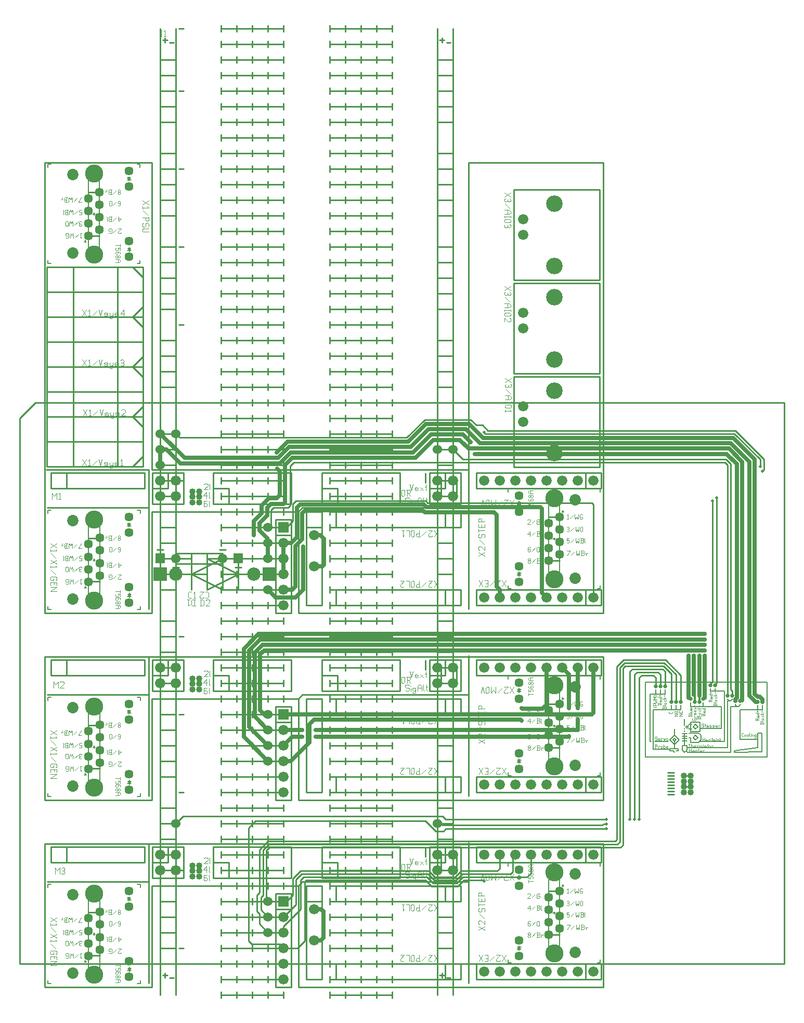
<source format=gbr>
G04 This is an RS-274x file exported by *
G04 gerbv version 2.7.0 *
G04 More information is available about gerbv at *
G04 http://gerbv.geda-project.org/ *
G04 --End of header info--*
%MOIN*%
%FSLAX36Y36*%
%IPPOS*%
G04 --Define apertures--*
%ADD10C,0.0100*%
%ADD11C,0.0060*%
%ADD12C,0.0022*%
%ADD13C,0.0021*%
%ADD14C,0.0027*%
%ADD15C,0.0940*%
%ADD16C,0.0510*%
%ADD17C,0.0350*%
%ADD18C,0.0400*%
%ADD19C,0.0572*%
%ADD20C,0.1162*%
%ADD21C,0.0729*%
%ADD22C,0.0040*%
%ADD23C,0.0038*%
%ADD24C,0.0030*%
%ADD25C,0.0050*%
%ADD26C,0.0660*%
%ADD27C,0.1060*%
%ADD28C,0.0140*%
%ADD29C,0.0250*%
%ADD30C,0.0600*%
%ADD31C,0.0200*%
%ADD32C,0.0001*%
%ADD33C,0.0550*%
%ADD34C,0.0800*%
%ADD35C,0.0270*%
%ADD36C,0.0380*%
%ADD37C,0.0130*%
%ADD38C,0.0500*%
%ADD39C,0.0300*%
%ADD40C,0.0260*%
%ADD41C,0.0610*%
%ADD42C,0.0860*%
G04 --Start main section--*
G54D10*
G01X1640000Y0850000D02*
G01X1640000Y0250000D01*
G01X1640000Y0250000D02*
G01X1740000Y0250000D01*
G01X1740000Y0250000D02*
G01X1740000Y0850000D01*
G01X1740000Y0850000D02*
G01X1640000Y0850000D01*
G01X1640000Y0750000D02*
G01X1740000Y0750000D01*
G01X1740000Y0750000D02*
G01X1740000Y0850000D01*
G54D11*
G01X4040000Y2130000D02*
G01X4040000Y1825000D01*
G01X4165000Y1835000D02*
G01X4195000Y1865000D01*
G01X4070000Y1825000D02*
G01X4155000Y1825000D01*
G01X4195000Y1905000D02*
G01X4195000Y1865000D01*
G01X4205000Y2060000D02*
G01X4205000Y2030000D01*
G01X4175000Y2060000D02*
G01X4175000Y2030000D01*
G01X4060000Y2030000D02*
G01X4060000Y1775000D01*
G01X4010000Y2205000D02*
G01X4010000Y1725000D01*
G01X4060000Y1775000D02*
G01X4165000Y1775000D01*
G01X4165000Y1780000D02*
G01X4220000Y1780000D01*
G01X4165000Y1780000D02*
G01X4165000Y1765000D01*
G01X4205000Y1765000D02*
G01X4220000Y1765000D01*
G01X4185000Y1765000D02*
G01X4195000Y1755000D01*
G01X4165000Y1765000D02*
G01X4185000Y1765000D01*
G01X4040000Y1825000D02*
G01X4045000Y1825000D01*
G01X4195000Y1825000D02*
G01X4205000Y1835000D01*
G01X4195000Y1845000D02*
G01X4205000Y1835000D01*
G01X4185000Y1835000D02*
G01X4195000Y1845000D01*
G01X4185000Y1835000D02*
G01X4195000Y1825000D01*
G01X4165000Y1835000D02*
G01X4195000Y1805000D01*
G01X4060000Y2030000D02*
G01X4210000Y2030000D01*
G01X4105000Y2160000D02*
G01X4105000Y2130000D01*
G01X4135000Y2160000D02*
G01X4135000Y2130000D01*
G01X4135000Y2130000D02*
G01X4040000Y2130000D01*
G01X4075000Y2160000D02*
G01X4075000Y2130000D01*
G01X4425000Y2165000D02*
G01X4425000Y2150000D01*
G01X4455000Y2165000D02*
G01X4455000Y2150000D01*
G01X4425000Y2150000D02*
G01X4440000Y2150000D01*
G01X4455000Y2165000D02*
G01X4455000Y2160000D01*
G01X4425000Y2165000D02*
G01X4425000Y2160000D01*
G01X4435000Y2150000D02*
G01X4515000Y2150000D01*
G01X4300000Y2050000D02*
G01X4495000Y2050000D01*
G01X4380000Y2075000D02*
G01X4380000Y2050000D01*
G01X4300000Y2075000D02*
G01X4300000Y2050000D01*
G01X4355000Y2055000D02*
G01X4355000Y2050000D01*
G01X4325000Y2055000D02*
G01X4325000Y2050000D01*
G01X4535000Y2085000D02*
G01X4535000Y1785000D01*
G01X4515000Y2150000D02*
G01X4515000Y1825000D01*
G01X4495000Y2050000D02*
G01X4495000Y1910000D01*
G01X4565000Y2100000D02*
G01X4565000Y2095000D01*
G01X4555000Y2085000D02*
G01X4565000Y2095000D01*
G01X4555000Y2050000D02*
G01X4555000Y2025000D01*
G01X4555000Y2030000D02*
G01X4555000Y1755000D01*
G01X4555000Y2050000D02*
G01X4605000Y2050000D01*
G01X4615000Y2065000D02*
G01X4615000Y2060000D01*
G01X4605000Y2050000D02*
G01X4615000Y2060000D01*
G01X4584990Y2060000D02*
G01X4595000Y2050000D01*
G01X4584990Y2065000D02*
G01X4584990Y2060000D01*
G01X4535000Y2085000D02*
G01X4555000Y2085000D01*
G01X4535000Y2095000D02*
G01X4545000Y2085000D01*
G01X4535000Y2100000D02*
G01X4535000Y2095000D01*
G01X4760000Y2060000D02*
G01X4760000Y2030000D01*
G01X4615000Y2030000D02*
G01X4760000Y2030000D01*
G01X4730000Y2060000D02*
G01X4730000Y2030000D01*
G01X4615000Y2030000D02*
G01X4615000Y1840000D01*
G01X4615000Y1840000D02*
G01X4730000Y1840000D01*
G01X4730000Y1880000D02*
G01X4730000Y1785000D01*
G01X4755000Y1880000D02*
G01X4755000Y1760000D01*
G01X4730000Y1880000D02*
G01X4755000Y1880000D01*
G01X4579990Y1765000D02*
G01X4730000Y1785000D01*
G01X4579990Y1765000D02*
G01X4579990Y1755000D01*
G01X4579990Y1755000D02*
G01X4755000Y1760000D01*
G01X4360000Y1910000D02*
G01X4495000Y1910000D01*
G01X4280000Y1755000D02*
G01X4555000Y1755000D01*
G01X4275000Y1785000D02*
G01X4535000Y1785000D01*
G01X4355000Y1825000D02*
G01X4515000Y1825000D01*
G01X4300000Y1820000D02*
G01X4350000Y1820000D01*
G01X4275000Y1800000D02*
G01X4275000Y1770000D01*
G01X4270000Y1765000D02*
G01X4280000Y1755000D01*
G01X4245000Y1800000D02*
G01X4275000Y1800000D01*
G01X4245000Y1800000D02*
G01X4245000Y1770000D01*
G01X4260000Y1755000D02*
G01X4275000Y1770000D01*
G01X4245000Y1770000D02*
G01X4260000Y1755000D01*
G01X4260000Y1970000D02*
G01X4260000Y1930000D01*
G01X4260000Y1895000D02*
G01X4260000Y1890000D01*
G01X4260000Y1910000D02*
G01X4260000Y1905000D01*
G01X4245000Y1875000D02*
G01X4275000Y1875000D01*
G01X4285000Y1910000D02*
G01X4289990Y1905000D01*
G01X4289990Y1905000D02*
G01X4305000Y1905000D01*
G01X4285000Y1930000D02*
G01X4289990Y1935000D01*
G01X4289990Y1935000D02*
G01X4305000Y1935000D01*
G01X4275000Y1930000D02*
G01X4275000Y1910000D01*
G01X4265000Y1920000D02*
G01X4285000Y1920000D01*
G01X4245000Y1860000D02*
G01X4275000Y1860000D01*
G01X4245000Y1845000D02*
G01X4275000Y1845000D01*
G01X4245000Y1830000D02*
G01X4275000Y1830000D01*
G01X4260000Y1880000D02*
G01X4260000Y1800000D01*
G01X4300000Y1950000D02*
G01X4300000Y1890000D01*
G01X4300000Y1890000D02*
G01X4360000Y1890000D01*
G01X4289990Y1880000D02*
G01X4350000Y1880000D01*
G01X4350000Y1880000D02*
G01X4365000Y1865000D01*
G01X4289990Y1850000D02*
G01X4300000Y1850000D01*
G01X4300000Y1850000D02*
G01X4300000Y1820000D01*
G01X4300000Y1950000D02*
G01X4360000Y1950000D01*
G01X4360000Y1950000D02*
G01X4360000Y1890000D01*
G01X4315000Y1920000D02*
G01X4330000Y1905000D01*
G01X4330000Y1905000D02*
G01X4345000Y1920000D01*
G01X4330000Y1935000D02*
G01X4345000Y1920000D01*
G01X4315000Y1920000D02*
G01X4330000Y1935000D01*
G01X4350000Y1820000D02*
G01X4365000Y1835000D01*
G01X4365000Y1865000D02*
G01X4365000Y1835000D01*
G01X4330000Y1865000D02*
G01X4345000Y1850000D01*
G01X4315000Y1850000D02*
G01X4330000Y1865000D01*
G01X4315000Y1850000D02*
G01X4330000Y1835000D01*
G01X4330000Y1835000D02*
G01X4345000Y1850000D01*
G01X4195000Y1825000D02*
G01X4195000Y1780000D01*
G01X4220000Y1780000D02*
G01X4220000Y1765000D01*
G01X4010000Y2205000D02*
G01X4790000Y2205000D01*
G01X4790000Y2205000D02*
G01X4790000Y1725000D01*
G01X4010000Y1725000D02*
G01X4790000Y1725000D01*
G01X4195000Y1805000D02*
G01X4225000Y1835000D01*
G01X4195000Y1865000D02*
G01X4225000Y1835000D01*
G01X4235000Y2060000D02*
G01X4235000Y2030000D01*
G01X4170000Y2030000D02*
G01X4235000Y2030000D01*
G54D12*
G01X4307000Y1995800D02*
G01X4307000Y1985000D01*
G01X4304300Y1998490D02*
G01X4307000Y1995800D01*
G01X4297820Y1998490D02*
G01X4304300Y1998490D01*
G01X4295120Y1995800D02*
G01X4297820Y1998490D01*
G01X4295120Y1995800D02*
G01X4295120Y1987700D01*
G01X4285400Y1987700D02*
G01X4307000Y1987700D01*
G01X4285400Y1995800D02*
G01X4285400Y1985000D01*
G01X4285400Y1995800D02*
G01X4288100Y1998490D01*
G01X4288100Y1998490D02*
G01X4292420Y1998490D01*
G01X4292420Y1998490D02*
G01X4295120Y1995800D01*
G01X4285400Y2004980D02*
G01X4304300Y2004980D01*
G01X4304300Y2004980D02*
G01X4307000Y2007680D01*
G01X4296200Y2013080D02*
G01X4304300Y2013080D01*
G01X4304300Y2013080D02*
G01X4307000Y2015780D01*
G01X4307000Y2021180D02*
G01X4307000Y2015780D01*
G01X4304300Y2023880D02*
G01X4307000Y2021180D01*
G01X4296200Y2023880D02*
G01X4304300Y2023880D01*
G01X4307000Y2041160D02*
G01X4307000Y2033060D01*
G01X4304300Y2030350D02*
G01X4307000Y2033060D01*
G01X4298900Y2030350D02*
G01X4304300Y2030350D01*
G01X4296200Y2033060D02*
G01X4298900Y2030350D01*
G01X4296200Y2038450D02*
G01X4296200Y2033060D01*
G01X4296200Y2038450D02*
G01X4298900Y2041160D01*
G01X4301590Y2041160D02*
G01X4301590Y2030350D01*
G01X4298900Y2041160D02*
G01X4301590Y2041160D01*
G01X4225400Y1990000D02*
G01X4247000Y1990000D01*
G01X4225400Y1990000D02*
G01X4247000Y2003500D01*
G01X4225400Y2003500D02*
G01X4247000Y2003500D01*
G01X4247000Y2020780D02*
G01X4247000Y2013750D01*
G01X4243220Y2009980D02*
G01X4247000Y2013750D01*
G01X4229180Y2009980D02*
G01X4243220Y2009980D01*
G01X4225400Y2013750D02*
G01X4229180Y2009980D01*
G01X4225400Y2020780D02*
G01X4225400Y2013750D01*
G54D13*
G01X4181500Y2015600D02*
G01X4181500Y2008700D01*
G01X4177790Y2005000D02*
G01X4181500Y2008700D01*
G01X4164010Y2005000D02*
G01X4177790Y2005000D01*
G01X4160300Y2008700D02*
G01X4164010Y2005000D01*
G01X4160300Y2015600D02*
G01X4160300Y2008700D01*
G01X4195300Y1990000D02*
G01X4216500Y1990000D01*
G01X4195300Y1990000D02*
G01X4216500Y2003250D01*
G01X4195300Y2003250D02*
G01X4216500Y2003250D01*
G01X4197950Y2009610D02*
G01X4213850Y2009610D01*
G01X4195300Y2012250D02*
G01X4197950Y2009610D01*
G01X4195300Y2017560D02*
G01X4195300Y2012250D01*
G01X4195300Y2017560D02*
G01X4197950Y2020210D01*
G01X4197950Y2020210D02*
G01X4213850Y2020210D01*
G01X4213850Y2020210D02*
G01X4216500Y2017560D01*
G01X4216500Y2017560D02*
G01X4216500Y2012250D01*
G01X4213850Y2009610D02*
G01X4216500Y2012250D01*
G54D12*
G01X4080800Y1854600D02*
G01X4083500Y1851900D01*
G01X4072700Y1854600D02*
G01X4080800Y1854600D01*
G01X4070000Y1851900D02*
G01X4072700Y1854600D01*
G01X4070000Y1851900D02*
G01X4070000Y1846500D01*
G01X4070000Y1846500D02*
G01X4072700Y1843800D01*
G01X4072700Y1843800D02*
G01X4080800Y1843800D01*
G01X4080800Y1843800D02*
G01X4083500Y1841100D01*
G01X4083500Y1841100D02*
G01X4083500Y1835700D01*
G01X4080800Y1833000D02*
G01X4083500Y1835700D01*
G01X4072700Y1833000D02*
G01X4080800Y1833000D01*
G01X4070000Y1835700D02*
G01X4072700Y1833000D01*
G01X4092680Y1833000D02*
G01X4100780Y1833000D01*
G01X4089980Y1835700D02*
G01X4092680Y1833000D01*
G01X4089980Y1841100D02*
G01X4089980Y1835700D01*
G01X4089980Y1841100D02*
G01X4092680Y1843800D01*
G01X4092680Y1843800D02*
G01X4098080Y1843800D01*
G01X4098080Y1843800D02*
G01X4100780Y1841100D01*
G01X4089980Y1838390D02*
G01X4100780Y1838390D01*
G01X4100780Y1841100D02*
G01X4100780Y1838390D01*
G01X4109960Y1841100D02*
G01X4109960Y1833000D01*
G01X4109960Y1841100D02*
G01X4112660Y1843800D01*
G01X4112660Y1843800D02*
G01X4118060Y1843800D01*
G01X4107260Y1843800D02*
G01X4109960Y1841100D01*
G01X4124540Y1843800D02*
G01X4129940Y1833000D01*
G01X4129940Y1833000D02*
G01X4135340Y1843800D01*
G01X4141820Y1841100D02*
G01X4141820Y1835700D01*
G01X4141820Y1841100D02*
G01X4144520Y1843800D01*
G01X4144520Y1843800D02*
G01X4149920Y1843800D01*
G01X4149920Y1843800D02*
G01X4152620Y1841100D01*
G01X4152620Y1841100D02*
G01X4152620Y1835700D01*
G01X4149920Y1833000D02*
G01X4152620Y1835700D01*
G01X4144520Y1833000D02*
G01X4149920Y1833000D01*
G01X4141820Y1835700D02*
G01X4144520Y1833000D01*
G01X4375000Y1849600D02*
G01X4375000Y1828000D01*
G01X4388500Y1849600D02*
G01X4388500Y1828000D01*
G01X4375000Y1838800D02*
G01X4388500Y1838800D01*
G01X4397680Y1828000D02*
G01X4405780Y1828000D01*
G01X4394980Y1830700D02*
G01X4397680Y1828000D01*
G01X4394980Y1836090D02*
G01X4394980Y1830700D01*
G01X4394980Y1836090D02*
G01X4397680Y1838800D01*
G01X4397680Y1838800D02*
G01X4403080Y1838800D01*
G01X4403080Y1838800D02*
G01X4405780Y1836090D01*
G01X4394980Y1833400D02*
G01X4405780Y1833400D01*
G01X4405780Y1836090D02*
G01X4405780Y1833400D01*
G01X4420360Y1838800D02*
G01X4423060Y1836090D01*
G01X4414960Y1838800D02*
G01X4420360Y1838800D01*
G01X4412260Y1836090D02*
G01X4414960Y1838800D01*
G01X4412260Y1836090D02*
G01X4412260Y1830700D01*
G01X4412260Y1830700D02*
G01X4414960Y1828000D01*
G01X4423060Y1838800D02*
G01X4423060Y1830700D01*
G01X4423060Y1830700D02*
G01X4425760Y1828000D01*
G01X4414960Y1828000D02*
G01X4420360Y1828000D01*
G01X4420360Y1828000D02*
G01X4423060Y1830700D01*
G01X4434940Y1849600D02*
G01X4434940Y1830700D01*
G01X4434940Y1830700D02*
G01X4437640Y1828000D01*
G01X4432240Y1841500D02*
G01X4437640Y1841500D01*
G01X4445740Y1828000D02*
G01X4453840Y1828000D01*
G01X4453840Y1828000D02*
G01X4456540Y1830700D01*
G01X4453840Y1833400D02*
G01X4456540Y1830700D01*
G01X4445740Y1833400D02*
G01X4453840Y1833400D01*
G01X4443040Y1836090D02*
G01X4445740Y1833400D01*
G01X4443040Y1836090D02*
G01X4445740Y1838800D01*
G01X4445740Y1838800D02*
G01X4453840Y1838800D01*
G01X4453840Y1838800D02*
G01X4456540Y1836090D01*
G01X4443040Y1830700D02*
G01X4445740Y1828000D01*
G54D14*
G01X4463020Y1844200D02*
G01X4463020Y1843660D01*
G54D12*
G01X4463020Y1836090D02*
G01X4463020Y1828000D01*
G01X4471120Y1836090D02*
G01X4471120Y1828000D01*
G01X4471120Y1836090D02*
G01X4473820Y1838800D01*
G01X4473820Y1838800D02*
G01X4476520Y1838800D01*
G01X4476520Y1838800D02*
G01X4479220Y1836090D01*
G01X4479220Y1836090D02*
G01X4479220Y1828000D01*
G01X4468420Y1838800D02*
G01X4471120Y1836090D01*
G01X4485700Y1849600D02*
G01X4485700Y1828000D01*
G01X4485700Y1836090D02*
G01X4493800Y1828000D01*
G01X4485700Y1836090D02*
G01X4491100Y1841500D01*
G01X4072700Y1804600D02*
G01X4072700Y1783000D01*
G01X4070000Y1804600D02*
G01X4080800Y1804600D01*
G01X4080800Y1804600D02*
G01X4083500Y1801900D01*
G01X4083500Y1801900D02*
G01X4083500Y1796500D01*
G01X4080800Y1793800D02*
G01X4083500Y1796500D01*
G01X4072700Y1793800D02*
G01X4080800Y1793800D01*
G01X4092680Y1791100D02*
G01X4092680Y1783000D01*
G01X4092680Y1791100D02*
G01X4095380Y1793800D01*
G01X4095380Y1793800D02*
G01X4100780Y1793800D01*
G01X4089980Y1793800D02*
G01X4092680Y1791100D01*
G01X4107260Y1791100D02*
G01X4107260Y1785700D01*
G01X4107260Y1791100D02*
G01X4109960Y1793800D01*
G01X4109960Y1793800D02*
G01X4115360Y1793800D01*
G01X4115360Y1793800D02*
G01X4118060Y1791100D01*
G01X4118060Y1791100D02*
G01X4118060Y1785700D01*
G01X4115360Y1783000D02*
G01X4118060Y1785700D01*
G01X4109960Y1783000D02*
G01X4115360Y1783000D01*
G01X4107260Y1785700D02*
G01X4109960Y1783000D01*
G01X4124540Y1804600D02*
G01X4124540Y1783000D01*
G01X4124540Y1785700D02*
G01X4127240Y1783000D01*
G01X4127240Y1783000D02*
G01X4132640Y1783000D01*
G01X4132640Y1783000D02*
G01X4135340Y1785700D01*
G01X4135340Y1791100D02*
G01X4135340Y1785700D01*
G01X4132640Y1793800D02*
G01X4135340Y1791100D01*
G01X4127240Y1793800D02*
G01X4132640Y1793800D01*
G01X4124540Y1791100D02*
G01X4127240Y1793800D01*
G01X4144520Y1783000D02*
G01X4152620Y1783000D01*
G01X4141820Y1785700D02*
G01X4144520Y1783000D01*
G01X4141820Y1791100D02*
G01X4141820Y1785700D01*
G01X4141820Y1791100D02*
G01X4144520Y1793800D01*
G01X4144520Y1793800D02*
G01X4149920Y1793800D01*
G01X4149920Y1793800D02*
G01X4152620Y1791100D01*
G01X4141820Y1788400D02*
G01X4152620Y1788400D01*
G01X4152620Y1791100D02*
G01X4152620Y1788400D01*
G01X4285000Y1809600D02*
G01X4295800Y1809600D01*
G01X4290400Y1809600D02*
G01X4290400Y1788000D01*
G01X4302280Y1809600D02*
G01X4302280Y1788000D01*
G01X4302280Y1796100D02*
G01X4304980Y1798800D01*
G01X4304980Y1798800D02*
G01X4310380Y1798800D01*
G01X4310380Y1798800D02*
G01X4313080Y1796100D01*
G01X4313080Y1796100D02*
G01X4313080Y1788000D01*
G01X4322260Y1788000D02*
G01X4330360Y1788000D01*
G01X4319560Y1790690D02*
G01X4322260Y1788000D01*
G01X4319560Y1796100D02*
G01X4319560Y1790690D01*
G01X4319560Y1796100D02*
G01X4322260Y1798800D01*
G01X4322260Y1798800D02*
G01X4327660Y1798800D01*
G01X4327660Y1798800D02*
G01X4330360Y1796100D01*
G01X4319560Y1793400D02*
G01X4330360Y1793400D01*
G01X4330360Y1796100D02*
G01X4330360Y1793400D01*
G01X4339540Y1796100D02*
G01X4339540Y1788000D01*
G01X4339540Y1796100D02*
G01X4342240Y1798800D01*
G01X4342240Y1798800D02*
G01X4347640Y1798800D01*
G01X4336840Y1798800D02*
G01X4339540Y1796100D01*
G01X4356820Y1796100D02*
G01X4356820Y1788000D01*
G01X4356820Y1796100D02*
G01X4359520Y1798800D01*
G01X4359520Y1798800D02*
G01X4362220Y1798800D01*
G01X4362220Y1798800D02*
G01X4364920Y1796100D01*
G01X4364920Y1796100D02*
G01X4364920Y1788000D01*
G01X4364920Y1796100D02*
G01X4367620Y1798800D01*
G01X4367620Y1798800D02*
G01X4370320Y1798800D01*
G01X4370320Y1798800D02*
G01X4373020Y1796100D01*
G01X4373020Y1796100D02*
G01X4373020Y1788000D01*
G01X4354120Y1798800D02*
G01X4356820Y1796100D01*
G54D14*
G01X4379500Y1804200D02*
G01X4379500Y1803660D01*
G54D12*
G01X4379500Y1796100D02*
G01X4379500Y1788000D01*
G01X4387600Y1788000D02*
G01X4395700Y1788000D01*
G01X4395700Y1788000D02*
G01X4398400Y1790690D01*
G01X4395700Y1793400D02*
G01X4398400Y1790690D01*
G01X4387600Y1793400D02*
G01X4395700Y1793400D01*
G01X4384900Y1796100D02*
G01X4387600Y1793400D01*
G01X4384900Y1796100D02*
G01X4387600Y1798800D01*
G01X4387600Y1798800D02*
G01X4395700Y1798800D01*
G01X4395700Y1798800D02*
G01X4398400Y1796100D01*
G01X4384900Y1790690D02*
G01X4387600Y1788000D01*
G01X4407580Y1809600D02*
G01X4407580Y1790690D01*
G01X4407580Y1790690D02*
G01X4410280Y1788000D01*
G01X4404880Y1801500D02*
G01X4410280Y1801500D01*
G01X4415680Y1796100D02*
G01X4415680Y1790690D01*
G01X4415680Y1796100D02*
G01X4418380Y1798800D01*
G01X4418380Y1798800D02*
G01X4423780Y1798800D01*
G01X4423780Y1798800D02*
G01X4426480Y1796100D01*
G01X4426480Y1796100D02*
G01X4426480Y1790690D01*
G01X4423780Y1788000D02*
G01X4426480Y1790690D01*
G01X4418380Y1788000D02*
G01X4423780Y1788000D01*
G01X4415680Y1790690D02*
G01X4418380Y1788000D01*
G01X4435660Y1796100D02*
G01X4435660Y1788000D01*
G01X4435660Y1796100D02*
G01X4438360Y1798800D01*
G01X4438360Y1798800D02*
G01X4443760Y1798800D01*
G01X4432960Y1798800D02*
G01X4435660Y1796100D01*
G01X4289990Y1779590D02*
G01X4289990Y1758000D01*
G01X4303500Y1779590D02*
G01X4303500Y1758000D01*
G01X4289990Y1768800D02*
G01X4303500Y1768800D01*
G01X4312680Y1758000D02*
G01X4320780Y1758000D01*
G01X4309970Y1760700D02*
G01X4312680Y1758000D01*
G01X4309970Y1766100D02*
G01X4309970Y1760700D01*
G01X4309970Y1766100D02*
G01X4312680Y1768800D01*
G01X4312680Y1768800D02*
G01X4318080Y1768800D01*
G01X4318080Y1768800D02*
G01X4320780Y1766100D01*
G01X4309970Y1763400D02*
G01X4320780Y1763400D01*
G01X4320780Y1766100D02*
G01X4320780Y1763400D01*
G01X4335360Y1768800D02*
G01X4338060Y1766100D01*
G01X4329960Y1768800D02*
G01X4335360Y1768800D01*
G01X4327260Y1766100D02*
G01X4329960Y1768800D01*
G01X4327260Y1766100D02*
G01X4327260Y1760700D01*
G01X4327260Y1760700D02*
G01X4329960Y1758000D01*
G01X4338060Y1768800D02*
G01X4338060Y1760700D01*
G01X4338060Y1760700D02*
G01X4340760Y1758000D01*
G01X4329960Y1758000D02*
G01X4335360Y1758000D01*
G01X4335360Y1758000D02*
G01X4338060Y1760700D01*
G01X4349940Y1779590D02*
G01X4349940Y1760700D01*
G01X4349940Y1760700D02*
G01X4352640Y1758000D01*
G01X4347240Y1771500D02*
G01X4352640Y1771500D01*
G01X4360740Y1758000D02*
G01X4368840Y1758000D01*
G01X4358040Y1760700D02*
G01X4360740Y1758000D01*
G01X4358040Y1766100D02*
G01X4358040Y1760700D01*
G01X4358040Y1766100D02*
G01X4360740Y1768800D01*
G01X4360740Y1768800D02*
G01X4366140Y1768800D01*
G01X4366140Y1768800D02*
G01X4368840Y1766100D01*
G01X4358040Y1763400D02*
G01X4368840Y1763400D01*
G01X4368840Y1766100D02*
G01X4368840Y1763400D01*
G01X4378020Y1766100D02*
G01X4378020Y1758000D01*
G01X4378020Y1766100D02*
G01X4380720Y1768800D01*
G01X4380720Y1768800D02*
G01X4386120Y1768800D01*
G01X4375320Y1768800D02*
G01X4378020Y1766100D01*
G01X4090400Y2070800D02*
G01X4090400Y2060000D01*
G01X4090400Y2070800D02*
G01X4093100Y2073500D01*
G01X4093100Y2073500D02*
G01X4098500Y2073500D01*
G01X4098500Y2073500D02*
G01X4101200Y2070800D01*
G01X4101200Y2070800D02*
G01X4101200Y2062700D01*
G01X4090400Y2062700D02*
G01X4112000Y2062700D01*
G01X4101200Y2067020D02*
G01X4112000Y2073500D01*
G01X4112000Y2090780D02*
G01X4112000Y2082680D01*
G01X4109300Y2079980D02*
G01X4112000Y2082680D01*
G01X4103900Y2079980D02*
G01X4109300Y2079980D01*
G01X4101200Y2082680D02*
G01X4103900Y2079980D01*
G01X4101200Y2088080D02*
G01X4101200Y2082680D01*
G01X4101200Y2088080D02*
G01X4103900Y2090780D01*
G01X4106600Y2090780D02*
G01X4106600Y2079980D01*
G01X4103900Y2090780D02*
G01X4106600Y2090780D01*
G01X4090400Y2108060D02*
G01X4112000Y2108060D01*
G01X4109300Y2108060D02*
G01X4112000Y2105360D01*
G01X4112000Y2105360D02*
G01X4112000Y2099960D01*
G01X4109300Y2097260D02*
G01X4112000Y2099960D01*
G01X4103900Y2097260D02*
G01X4109300Y2097260D01*
G01X4101200Y2099960D02*
G01X4103900Y2097260D01*
G01X4101200Y2105360D02*
G01X4101200Y2099960D01*
G01X4101200Y2105360D02*
G01X4103900Y2108060D01*
G01X4101200Y2125340D02*
G01X4101200Y2114540D01*
G01X4095800Y2119940D02*
G01X4106600Y2119940D01*
G54D13*
G01X4141500Y2045600D02*
G01X4141500Y2035000D01*
G01X4138850Y2048250D02*
G01X4141500Y2045600D01*
G01X4132490Y2048250D02*
G01X4138850Y2048250D01*
G01X4129840Y2045600D02*
G01X4132490Y2048250D01*
G01X4129840Y2045600D02*
G01X4129840Y2037650D01*
G01X4120300Y2037650D02*
G01X4141500Y2037650D01*
G01X4120300Y2045600D02*
G01X4120300Y2035000D01*
G01X4120300Y2045600D02*
G01X4122950Y2048250D01*
G01X4122950Y2048250D02*
G01X4127190Y2048250D01*
G01X4127190Y2048250D02*
G01X4129840Y2045600D01*
G01X4120300Y2054610D02*
G01X4138850Y2054610D01*
G01X4138850Y2054610D02*
G01X4141500Y2057260D01*
G01X4130900Y2070510D02*
G01X4133550Y2073160D01*
G01X4130900Y2070510D02*
G01X4130900Y2065210D01*
G01X4130900Y2065210D02*
G01X4133550Y2062560D01*
G01X4133550Y2062560D02*
G01X4138850Y2062560D01*
G01X4138850Y2062560D02*
G01X4141500Y2065210D01*
G01X4130900Y2073160D02*
G01X4138850Y2073160D01*
G01X4138850Y2073160D02*
G01X4141500Y2075810D01*
G01X4141500Y2070510D02*
G01X4141500Y2065210D01*
G01X4138850Y2073160D02*
G01X4141500Y2070510D01*
G01X4130900Y2092770D02*
G01X4130900Y2084820D01*
G01X4130900Y2084820D02*
G01X4133550Y2082170D01*
G01X4133550Y2082170D02*
G01X4138850Y2082170D01*
G01X4138850Y2082170D02*
G01X4141500Y2084820D01*
G01X4141500Y2092770D02*
G01X4141500Y2084820D01*
G01X4120300Y2099130D02*
G01X4141500Y2099130D01*
G01X4133550Y2099130D02*
G01X4141500Y2107080D01*
G01X4128250Y2104430D02*
G01X4133550Y2099130D01*
G01X4130900Y2124040D02*
G01X4130900Y2113440D01*
G01X4078850Y2045000D02*
G01X4081500Y2047650D01*
G01X4060300Y2047650D02*
G01X4062950Y2045000D01*
G01X4062950Y2045000D02*
G01X4078850Y2045000D01*
G01X4060300Y2056660D02*
G01X4081500Y2056660D01*
G01X4060300Y2064610D02*
G01X4060300Y2054010D01*
G01X4060300Y2064610D02*
G01X4062950Y2067260D01*
G01X4062950Y2067260D02*
G01X4068250Y2067260D01*
G01X4068250Y2067260D02*
G01X4070900Y2064610D01*
G01X4070900Y2064610D02*
G01X4070900Y2056660D01*
G01X4060300Y2073620D02*
G01X4070900Y2073620D01*
G01X4070900Y2073620D02*
G01X4081500Y2076270D01*
G01X4070900Y2081570D02*
G01X4081500Y2076270D01*
G01X4070900Y2081570D02*
G01X4081500Y2086870D01*
G01X4070900Y2089520D02*
G01X4081500Y2086870D01*
G01X4060300Y2089520D02*
G01X4070900Y2089520D01*
G01X4060300Y2095880D02*
G01X4081500Y2095880D01*
G01X4060300Y2095880D02*
G01X4070900Y2103830D01*
G01X4060300Y2111780D02*
G01X4070900Y2103830D01*
G01X4060300Y2111780D02*
G01X4081500Y2111780D01*
G01X4060300Y2118140D02*
G01X4062950Y2120790D01*
G01X4062950Y2120790D02*
G01X4078850Y2120790D01*
G01X4078850Y2120790D02*
G01X4081500Y2118140D01*
G01X4466500Y2065600D02*
G01X4466500Y2055000D01*
G01X4463850Y2068250D02*
G01X4466500Y2065600D01*
G01X4457490Y2068250D02*
G01X4463850Y2068250D01*
G01X4454840Y2065600D02*
G01X4457490Y2068250D01*
G01X4454840Y2065600D02*
G01X4454840Y2057650D01*
G01X4445300Y2057650D02*
G01X4466500Y2057650D01*
G01X4445300Y2065600D02*
G01X4445300Y2055000D01*
G01X4445300Y2065600D02*
G01X4447950Y2068250D01*
G01X4447950Y2068250D02*
G01X4452190Y2068250D01*
G01X4452190Y2068250D02*
G01X4454840Y2065600D01*
G01X4445300Y2074610D02*
G01X4463850Y2074610D01*
G01X4463850Y2074610D02*
G01X4466500Y2077260D01*
G01X4455900Y2090510D02*
G01X4458550Y2093160D01*
G01X4455900Y2090510D02*
G01X4455900Y2085210D01*
G01X4455900Y2085210D02*
G01X4458550Y2082560D01*
G01X4458550Y2082560D02*
G01X4463850Y2082560D01*
G01X4463850Y2082560D02*
G01X4466500Y2085210D01*
G01X4455900Y2093160D02*
G01X4463850Y2093160D01*
G01X4463850Y2093160D02*
G01X4466500Y2095810D01*
G01X4466500Y2090510D02*
G01X4466500Y2085210D01*
G01X4463850Y2093160D02*
G01X4466500Y2090510D01*
G01X4455900Y2112770D02*
G01X4455900Y2104820D01*
G01X4455900Y2104820D02*
G01X4458550Y2102170D01*
G01X4458550Y2102170D02*
G01X4463850Y2102170D01*
G01X4463850Y2102170D02*
G01X4466500Y2104820D01*
G01X4466500Y2112770D02*
G01X4466500Y2104820D01*
G01X4445300Y2119130D02*
G01X4466500Y2119130D01*
G01X4458550Y2119130D02*
G01X4466500Y2127080D01*
G01X4453250Y2124430D02*
G01X4458550Y2119130D01*
G01X4455900Y2144040D02*
G01X4455900Y2133440D01*
G54D12*
G01X4415400Y2090800D02*
G01X4415400Y2080000D01*
G01X4415400Y2090800D02*
G01X4418100Y2093500D01*
G01X4418100Y2093500D02*
G01X4423500Y2093500D01*
G01X4423500Y2093500D02*
G01X4426200Y2090800D01*
G01X4426200Y2090800D02*
G01X4426200Y2082700D01*
G01X4415400Y2082700D02*
G01X4437000Y2082700D01*
G01X4426200Y2087020D02*
G01X4437000Y2093500D01*
G01X4437000Y2110780D02*
G01X4437000Y2102680D01*
G01X4434300Y2099980D02*
G01X4437000Y2102680D01*
G01X4428900Y2099980D02*
G01X4434300Y2099980D01*
G01X4426200Y2102680D02*
G01X4428900Y2099980D01*
G01X4426200Y2108080D02*
G01X4426200Y2102680D01*
G01X4426200Y2108080D02*
G01X4428900Y2110780D01*
G01X4431600Y2110780D02*
G01X4431600Y2099980D01*
G01X4428900Y2110780D02*
G01X4431600Y2110780D01*
G01X4415400Y2128060D02*
G01X4437000Y2128060D01*
G01X4434300Y2128060D02*
G01X4437000Y2125360D01*
G01X4437000Y2125360D02*
G01X4437000Y2119960D01*
G01X4434300Y2117260D02*
G01X4437000Y2119960D01*
G01X4428900Y2117260D02*
G01X4434300Y2117260D01*
G01X4426200Y2119960D02*
G01X4428900Y2117260D01*
G01X4426200Y2125360D02*
G01X4426200Y2119960D01*
G01X4426200Y2125360D02*
G01X4428900Y2128060D01*
G01X4426200Y2145340D02*
G01X4426200Y2134540D01*
G01X4420800Y2139940D02*
G01X4431600Y2139940D01*
G01X4310400Y1970790D02*
G01X4313100Y1973500D01*
G01X4310400Y1970790D02*
G01X4310400Y1962690D01*
G01X4310400Y1962690D02*
G01X4313100Y1960000D01*
G01X4313100Y1960000D02*
G01X4329290Y1960000D01*
G01X4329290Y1960000D02*
G01X4332000Y1962690D01*
G01X4332000Y1970790D02*
G01X4332000Y1962690D01*
G01X4329290Y1973500D02*
G01X4332000Y1970790D01*
G01X4323900Y1973500D02*
G01X4329290Y1973500D01*
G01X4321190Y1970790D02*
G01X4323900Y1973500D01*
G01X4321190Y1970790D02*
G01X4321190Y1965400D01*
G01X4323900Y1982670D02*
G01X4332000Y1982670D01*
G01X4321190Y1985380D02*
G01X4323900Y1982670D01*
G01X4321190Y1990770D02*
G01X4321190Y1985380D01*
G01X4321190Y1979980D02*
G01X4323900Y1982670D01*
G01X4332000Y2008060D02*
G01X4332000Y1999960D01*
G01X4329290Y1997260D02*
G01X4332000Y1999960D01*
G01X4323900Y1997260D02*
G01X4329290Y1997260D01*
G01X4321190Y1999960D02*
G01X4323900Y1997260D01*
G01X4321190Y2005360D02*
G01X4321190Y1999960D01*
G01X4321190Y2005360D02*
G01X4323900Y2008060D01*
G01X4326600Y2008060D02*
G01X4326600Y1997260D01*
G01X4323900Y2008060D02*
G01X4326600Y2008060D01*
G01X4332000Y2025340D02*
G01X4332000Y2017240D01*
G01X4329290Y2014530D02*
G01X4332000Y2017240D01*
G01X4323900Y2014530D02*
G01X4329290Y2014530D01*
G01X4321190Y2017240D02*
G01X4323900Y2014530D01*
G01X4321190Y2022630D02*
G01X4321190Y2017240D01*
G01X4321190Y2022630D02*
G01X4323900Y2025340D01*
G01X4326600Y2025340D02*
G01X4326600Y2014530D01*
G01X4323900Y2025340D02*
G01X4326600Y2025340D01*
G01X4323900Y2034510D02*
G01X4332000Y2034510D01*
G01X4321190Y2037220D02*
G01X4323900Y2034510D01*
G01X4321190Y2039920D02*
G01X4321190Y2037220D01*
G01X4321190Y2039920D02*
G01X4323900Y2042620D01*
G01X4323900Y2042620D02*
G01X4332000Y2042620D01*
G01X4321190Y2031820D02*
G01X4323900Y2034510D01*
G01X4370400Y2000800D02*
G01X4370400Y1990000D01*
G01X4370400Y2000800D02*
G01X4373100Y2003500D01*
G01X4373100Y2003500D02*
G01X4378500Y2003500D01*
G01X4378500Y2003500D02*
G01X4381200Y2000800D01*
G01X4381200Y2000800D02*
G01X4381200Y1992700D01*
G01X4370400Y1992700D02*
G01X4392000Y1992700D01*
G01X4381200Y1997020D02*
G01X4392000Y2003500D01*
G01X4392000Y2020780D02*
G01X4392000Y2012680D01*
G01X4389300Y2009980D02*
G01X4392000Y2012680D01*
G01X4383900Y2009980D02*
G01X4389300Y2009980D01*
G01X4381200Y2012680D02*
G01X4383900Y2009980D01*
G01X4381200Y2018080D02*
G01X4381200Y2012680D01*
G01X4381200Y2018080D02*
G01X4383900Y2020780D01*
G01X4386600Y2020780D02*
G01X4386600Y2009980D01*
G01X4383900Y2020780D02*
G01X4386600Y2020780D01*
G01X4370400Y2038060D02*
G01X4392000Y2038060D01*
G01X4389300Y2038060D02*
G01X4392000Y2035360D01*
G01X4392000Y2035360D02*
G01X4392000Y2029960D01*
G01X4389300Y2027260D02*
G01X4392000Y2029960D01*
G01X4383900Y2027260D02*
G01X4389300Y2027260D01*
G01X4381200Y2029960D02*
G01X4383900Y2027260D01*
G01X4381200Y2035360D02*
G01X4381200Y2029960D01*
G01X4381200Y2035360D02*
G01X4383900Y2038060D01*
G01X4362000Y1980800D02*
G01X4362000Y1970000D01*
G01X4359300Y1983500D02*
G01X4362000Y1980800D01*
G01X4352820Y1983500D02*
G01X4359300Y1983500D01*
G01X4350120Y1980800D02*
G01X4352820Y1983500D01*
G01X4350120Y1980800D02*
G01X4350120Y1972700D01*
G01X4340400Y1972700D02*
G01X4362000Y1972700D01*
G01X4340400Y1980800D02*
G01X4340400Y1970000D01*
G01X4340400Y1980800D02*
G01X4343100Y1983500D01*
G01X4343100Y1983500D02*
G01X4347420Y1983500D01*
G01X4347420Y1983500D02*
G01X4350120Y1980800D01*
G01X4340400Y1989980D02*
G01X4359300Y1989980D01*
G01X4359300Y1989980D02*
G01X4362000Y1992680D01*
G01X4351200Y2006180D02*
G01X4353900Y2008870D01*
G01X4351200Y2006180D02*
G01X4351200Y2000780D01*
G01X4351200Y2000780D02*
G01X4353900Y1998080D01*
G01X4353900Y1998080D02*
G01X4359300Y1998080D01*
G01X4359300Y1998080D02*
G01X4362000Y2000780D01*
G01X4351200Y2008870D02*
G01X4359300Y2008870D01*
G01X4359300Y2008870D02*
G01X4362000Y2011580D01*
G01X4362000Y2006180D02*
G01X4362000Y2000780D01*
G01X4359300Y2008870D02*
G01X4362000Y2006180D01*
G01X4351200Y2028850D02*
G01X4351200Y2020750D01*
G01X4351200Y2020750D02*
G01X4353900Y2018060D01*
G01X4353900Y2018060D02*
G01X4359300Y2018060D01*
G01X4359300Y2018060D02*
G01X4362000Y2020750D01*
G01X4362000Y2028850D02*
G01X4362000Y2020750D01*
G01X4340400Y2035340D02*
G01X4362000Y2035340D01*
G01X4353900Y2035340D02*
G01X4362000Y2043440D01*
G01X4348500Y2040740D02*
G01X4353900Y2035340D01*
G01X4380800Y1939600D02*
G01X4383500Y1936900D01*
G01X4372700Y1939600D02*
G01X4380800Y1939600D01*
G01X4370000Y1936900D02*
G01X4372700Y1939600D01*
G01X4370000Y1936900D02*
G01X4370000Y1931500D01*
G01X4370000Y1931500D02*
G01X4372700Y1928800D01*
G01X4372700Y1928800D02*
G01X4380800Y1928800D01*
G01X4380800Y1928800D02*
G01X4383500Y1926100D01*
G01X4383500Y1926100D02*
G01X4383500Y1920700D01*
G01X4380800Y1918000D02*
G01X4383500Y1920700D01*
G01X4372700Y1918000D02*
G01X4380800Y1918000D01*
G01X4370000Y1920700D02*
G01X4372700Y1918000D01*
G01X4392680Y1939600D02*
G01X4392680Y1920700D01*
G01X4392680Y1920700D02*
G01X4395380Y1918000D01*
G01X4389980Y1931500D02*
G01X4395380Y1931500D01*
G01X4403480Y1918000D02*
G01X4411580Y1918000D01*
G01X4400780Y1920700D02*
G01X4403480Y1918000D01*
G01X4400780Y1926100D02*
G01X4400780Y1920700D01*
G01X4400780Y1926100D02*
G01X4403480Y1928800D01*
G01X4403480Y1928800D02*
G01X4408880Y1928800D01*
G01X4408880Y1928800D02*
G01X4411580Y1926100D01*
G01X4400780Y1923400D02*
G01X4411580Y1923400D01*
G01X4411580Y1926100D02*
G01X4411580Y1923400D01*
G01X4420760Y1926100D02*
G01X4420760Y1909900D01*
G01X4418060Y1928800D02*
G01X4420760Y1926100D01*
G01X4420760Y1926100D02*
G01X4423460Y1928800D01*
G01X4423460Y1928800D02*
G01X4428860Y1928800D01*
G01X4428860Y1928800D02*
G01X4431560Y1926100D01*
G01X4431560Y1926100D02*
G01X4431560Y1920700D01*
G01X4428860Y1918000D02*
G01X4431560Y1920700D01*
G01X4423460Y1918000D02*
G01X4428860Y1918000D01*
G01X4420760Y1920700D02*
G01X4423460Y1918000D01*
G01X4440740Y1926100D02*
G01X4440740Y1909900D01*
G01X4438040Y1928800D02*
G01X4440740Y1926100D01*
G01X4440740Y1926100D02*
G01X4443440Y1928800D01*
G01X4443440Y1928800D02*
G01X4448840Y1928800D01*
G01X4448840Y1928800D02*
G01X4451540Y1926100D01*
G01X4451540Y1926100D02*
G01X4451540Y1920700D01*
G01X4448840Y1918000D02*
G01X4451540Y1920700D01*
G01X4443440Y1918000D02*
G01X4448840Y1918000D01*
G01X4440740Y1920700D02*
G01X4443440Y1918000D01*
G01X4460720Y1918000D02*
G01X4468820Y1918000D01*
G01X4458020Y1920700D02*
G01X4460720Y1918000D01*
G01X4458020Y1926100D02*
G01X4458020Y1920700D01*
G01X4458020Y1926100D02*
G01X4460720Y1928800D01*
G01X4460720Y1928800D02*
G01X4466120Y1928800D01*
G01X4466120Y1928800D02*
G01X4468820Y1926100D01*
G01X4458020Y1923400D02*
G01X4468820Y1923400D01*
G01X4468820Y1926100D02*
G01X4468820Y1923400D01*
G01X4478000Y1926100D02*
G01X4478000Y1918000D01*
G01X4478000Y1926100D02*
G01X4480700Y1928800D01*
G01X4480700Y1928800D02*
G01X4486100Y1928800D01*
G01X4475300Y1928800D02*
G01X4478000Y1926100D01*
G54D13*
G01X4766500Y1945600D02*
G01X4766500Y1935000D01*
G01X4763850Y1948250D02*
G01X4766500Y1945600D01*
G01X4757490Y1948250D02*
G01X4763850Y1948250D01*
G01X4754840Y1945600D02*
G01X4757490Y1948250D01*
G01X4754840Y1945600D02*
G01X4754840Y1937650D01*
G01X4745300Y1937650D02*
G01X4766500Y1937650D01*
G01X4745300Y1945600D02*
G01X4745300Y1935000D01*
G01X4745300Y1945600D02*
G01X4747950Y1948250D01*
G01X4747950Y1948250D02*
G01X4752190Y1948250D01*
G01X4752190Y1948250D02*
G01X4754840Y1945600D01*
G01X4745300Y1954610D02*
G01X4763850Y1954610D01*
G01X4763850Y1954610D02*
G01X4766500Y1957260D01*
G01X4755900Y1970510D02*
G01X4758550Y1973160D01*
G01X4755900Y1970510D02*
G01X4755900Y1965210D01*
G01X4755900Y1965210D02*
G01X4758550Y1962560D01*
G01X4758550Y1962560D02*
G01X4763850Y1962560D01*
G01X4763850Y1962560D02*
G01X4766500Y1965210D01*
G01X4755900Y1973160D02*
G01X4763850Y1973160D01*
G01X4763850Y1973160D02*
G01X4766500Y1975810D01*
G01X4766500Y1970510D02*
G01X4766500Y1965210D01*
G01X4763850Y1973160D02*
G01X4766500Y1970510D01*
G01X4755900Y1992770D02*
G01X4755900Y1984820D01*
G01X4755900Y1984820D02*
G01X4758550Y1982170D01*
G01X4758550Y1982170D02*
G01X4763850Y1982170D01*
G01X4763850Y1982170D02*
G01X4766500Y1984820D01*
G01X4766500Y1992770D02*
G01X4766500Y1984820D01*
G01X4745300Y1999130D02*
G01X4766500Y1999130D01*
G01X4758550Y1999130D02*
G01X4766500Y2007080D01*
G01X4753250Y2004430D02*
G01X4758550Y1999130D01*
G01X4755900Y2024040D02*
G01X4755900Y2013440D01*
G54D12*
G01X4715400Y1970790D02*
G01X4715400Y1960000D01*
G01X4715400Y1970790D02*
G01X4718100Y1973500D01*
G01X4718100Y1973500D02*
G01X4723500Y1973500D01*
G01X4723500Y1973500D02*
G01X4726200Y1970790D01*
G01X4726200Y1970790D02*
G01X4726200Y1962690D01*
G01X4715400Y1962690D02*
G01X4737000Y1962690D01*
G01X4726200Y1967020D02*
G01X4737000Y1973500D01*
G01X4737000Y1990770D02*
G01X4737000Y1982670D01*
G01X4734300Y1979980D02*
G01X4737000Y1982670D01*
G01X4728900Y1979980D02*
G01X4734300Y1979980D01*
G01X4726200Y1982670D02*
G01X4728900Y1979980D01*
G01X4726200Y1988080D02*
G01X4726200Y1982670D01*
G01X4726200Y1988080D02*
G01X4728900Y1990770D01*
G01X4731600Y1990770D02*
G01X4731600Y1979980D01*
G01X4728900Y1990770D02*
G01X4731600Y1990770D01*
G01X4715400Y2008060D02*
G01X4737000Y2008060D01*
G01X4734300Y2008060D02*
G01X4737000Y2005360D01*
G01X4737000Y2005360D02*
G01X4737000Y1999960D01*
G01X4734300Y1997260D02*
G01X4737000Y1999960D01*
G01X4728900Y1997260D02*
G01X4734300Y1997260D01*
G01X4726200Y1999960D02*
G01X4728900Y1997260D01*
G01X4726200Y2005360D02*
G01X4726200Y1999960D01*
G01X4726200Y2005360D02*
G01X4728900Y2008060D01*
G01X4726200Y2025340D02*
G01X4726200Y2014530D01*
G01X4720800Y2019940D02*
G01X4731600Y2019940D01*
G01X4628780Y1858000D02*
G01X4635800Y1858000D01*
G01X4625000Y1861780D02*
G01X4628780Y1858000D01*
G01X4625000Y1875820D02*
G01X4625000Y1861780D01*
G01X4625000Y1875820D02*
G01X4628780Y1879600D01*
G01X4628780Y1879600D02*
G01X4635800Y1879600D01*
G01X4642270Y1866090D02*
G01X4642270Y1860700D01*
G01X4642270Y1866090D02*
G01X4644980Y1868800D01*
G01X4644980Y1868800D02*
G01X4650370Y1868800D01*
G01X4650370Y1868800D02*
G01X4653080Y1866090D01*
G01X4653080Y1866090D02*
G01X4653080Y1860700D01*
G01X4650370Y1858000D02*
G01X4653080Y1860700D01*
G01X4644980Y1858000D02*
G01X4650370Y1858000D01*
G01X4642270Y1860700D02*
G01X4644980Y1858000D01*
G01X4659560Y1866090D02*
G01X4659560Y1860700D01*
G01X4659560Y1866090D02*
G01X4662250Y1868800D01*
G01X4662250Y1868800D02*
G01X4667660Y1868800D01*
G01X4667660Y1868800D02*
G01X4670360Y1866090D01*
G01X4670360Y1866090D02*
G01X4670360Y1860700D01*
G01X4667660Y1858000D02*
G01X4670360Y1860700D01*
G01X4662250Y1858000D02*
G01X4667660Y1858000D01*
G01X4659560Y1860700D02*
G01X4662250Y1858000D01*
G01X4676840Y1879600D02*
G01X4676840Y1860700D01*
G01X4676840Y1860700D02*
G01X4679540Y1858000D01*
G54D14*
G01X4684940Y1874200D02*
G01X4684940Y1873660D01*
G54D12*
G01X4684940Y1866090D02*
G01X4684940Y1858000D01*
G01X4693040Y1866090D02*
G01X4693040Y1858000D01*
G01X4693040Y1866090D02*
G01X4695740Y1868800D01*
G01X4695740Y1868800D02*
G01X4698440Y1868800D01*
G01X4698440Y1868800D02*
G01X4701140Y1866090D01*
G01X4701140Y1866090D02*
G01X4701140Y1858000D01*
G01X4690340Y1868800D02*
G01X4693040Y1866090D01*
G01X4715720Y1868800D02*
G01X4718420Y1866090D01*
G01X4710320Y1868800D02*
G01X4715720Y1868800D01*
G01X4707620Y1866090D02*
G01X4710320Y1868800D01*
G01X4707620Y1866090D02*
G01X4707620Y1860700D01*
G01X4707620Y1860700D02*
G01X4710320Y1858000D01*
G01X4710320Y1858000D02*
G01X4715720Y1858000D01*
G01X4715720Y1858000D02*
G01X4718420Y1860700D01*
G01X4707620Y1852600D02*
G01X4710320Y1849900D01*
G01X4710320Y1849900D02*
G01X4715720Y1849900D01*
G01X4715720Y1849900D02*
G01X4718420Y1852600D01*
G01X4718420Y1868800D02*
G01X4718420Y1852600D01*
G54D15*
G01X3425030Y1665170D03*
G01X3425030Y2184770D03*
G01X0475430Y1530370D03*
G01X0475430Y2050070D03*
G54D16*
G01X3560030Y1672970D03*
G01X3560030Y2176970D03*
G01X0340430Y1538270D03*
G01X0340430Y2042170D03*
G54D17*
G01X3460430Y1824560D03*
G01X3460430Y1904870D03*
G01X3460430Y1985170D03*
G01X3460430Y2065570D03*
G01X3389630Y1784370D03*
G01X3389630Y1864770D03*
G01X3389630Y1945070D03*
G01X3389630Y2025370D03*
G01X3200230Y1649370D03*
G01X3200230Y2200570D03*
G01X0700230Y1514570D03*
G01X0700230Y1614970D03*
G01X0700230Y1965370D03*
G01X0700230Y2065770D03*
G01X0510930Y1689770D03*
G01X0510930Y1770170D03*
G01X0510930Y1850470D03*
G01X0510930Y1930770D03*
G01X0440030Y1649670D03*
G01X0440030Y1810270D03*
G01X0440030Y1890570D03*
G54D18*
G01X1150020Y2229970D03*
G01X1150020Y2194970D03*
G01X1150020Y2159970D03*
G01X1105030Y2229970D03*
G01X1105030Y2194970D03*
G01X1105030Y2159970D03*
G54D19*
G01X3200230Y2100170D03*
G01X3200230Y2200560D03*
G01X3389600Y2025360D03*
G01X3389600Y1784420D03*
G01X3389600Y1864730D03*
G01X3460460Y1824580D03*
G54D20*
G01X3425030Y1665130D03*
G54D21*
G01X3560070Y1673000D03*
G54D19*
G01X3200230Y1649380D03*
G01X3200230Y1749770D03*
G01X3460460Y2065520D03*
G01X3460460Y1985210D03*
G01X3460460Y1904890D03*
G54D20*
G01X3425030Y2184810D03*
G54D21*
G01X3560070Y2176940D03*
G54D19*
G01X3389600Y1945050D03*
G54D20*
G01X0475460Y2050050D03*
G54D21*
G01X0340420Y2042170D03*
G54D19*
G01X0700270Y2065800D03*
G01X0700270Y1965400D03*
G01X0510900Y1930750D03*
G01X0510900Y1850440D03*
G01X0440030Y1890600D03*
G01X0700270Y1615010D03*
G01X0700270Y1514620D03*
G01X0510900Y1689810D03*
G01X0510900Y1770130D03*
G01X0440030Y1649660D03*
G01X0440030Y1729970D03*
G01X0440030Y1810280D03*
G54D20*
G01X0475460Y1530360D03*
G54D21*
G01X0340420Y1538240D03*
G54D10*
G01X0160030Y2369970D02*
G01X3740030Y2369970D01*
G01X0160030Y2369970D02*
G01X0160030Y1449970D01*
G01X0160030Y1449970D02*
G01X0845030Y1449970D01*
G01X0845030Y2099970D02*
G01X0845030Y1449970D01*
G01X0845030Y2099970D02*
G01X1785030Y2099970D01*
G01X1785030Y2099970D02*
G01X1785030Y1449970D01*
G01X3740030Y2369970D02*
G01X3740030Y1449970D01*
G01X1785030Y1449970D02*
G01X3740030Y1449970D01*
G54D22*
G01X0195460Y1589210D02*
G01X0235460Y1589210D01*
G01X0195460Y1589210D02*
G01X0235460Y1614210D01*
G01X0195460Y1614210D02*
G01X0235460Y1614210D01*
G01X0235460Y1646210D02*
G01X0235460Y1626200D01*
G01X0195460Y1646210D02*
G01X0235460Y1646210D01*
G01X0195460Y1646210D02*
G01X0195460Y1626200D01*
G01X0217460Y1646210D02*
G01X0217460Y1631210D01*
G01X0215460Y1673210D02*
G01X0215460Y1663210D01*
G01X0210460Y1658210D02*
G01X0215460Y1663210D01*
G01X0200460Y1658210D02*
G01X0210460Y1658210D01*
G01X0195460Y1663210D02*
G01X0200460Y1658210D01*
G01X0195460Y1678210D02*
G01X0195460Y1663210D01*
G01X0195460Y1678210D02*
G01X0200460Y1683210D01*
G01X0200460Y1683210D02*
G01X0230460Y1683210D01*
G01X0230460Y1683210D02*
G01X0235460Y1678210D01*
G01X0235460Y1678210D02*
G01X0235460Y1663210D01*
G01X0230460Y1658210D02*
G01X0235460Y1663210D01*
G01X0200460Y1725210D02*
G01X0230460Y1695210D01*
G01X0195460Y1752210D02*
G01X0195460Y1737210D01*
G01X0195460Y1744210D02*
G01X0235460Y1744210D01*
G01X0227460Y1752210D02*
G01X0235460Y1744210D01*
G01X0195460Y1764210D02*
G01X0235460Y1789210D01*
G01X0195460Y1789210D02*
G01X0235460Y1764210D01*
G01X0200460Y1831210D02*
G01X0230460Y1801210D01*
G01X0195460Y1858200D02*
G01X0195460Y1843200D01*
G01X0195460Y1850200D02*
G01X0235460Y1850200D01*
G01X0227460Y1858200D02*
G01X0235460Y1850200D01*
G01X0195460Y1870210D02*
G01X0235460Y1895210D01*
G01X0195460Y1895210D02*
G01X0235460Y1870210D01*
G01X2942030Y1654970D02*
G01X2967030Y1614970D01*
G01X2942030Y1614970D02*
G01X2967030Y1654970D01*
G01X2979030Y1614970D02*
G01X2999030Y1614970D01*
G01X2999030Y1654970D02*
G01X2999030Y1614970D01*
G01X2979030Y1654970D02*
G01X2999030Y1654970D01*
G01X2984030Y1632970D02*
G01X2999030Y1632970D01*
G01X3011030Y1619970D02*
G01X3041030Y1649970D01*
G01X3053030Y1654970D02*
G01X3078030Y1654970D01*
G01X3053030Y1629970D02*
G01X3078030Y1654970D01*
G01X3053030Y1629970D02*
G01X3053030Y1619970D01*
G01X3053030Y1619970D02*
G01X3058030Y1614970D01*
G01X3058030Y1614970D02*
G01X3073030Y1614970D01*
G01X3073030Y1614970D02*
G01X3078030Y1619970D01*
G01X3090030Y1654970D02*
G01X3115030Y1614970D01*
G01X3090030Y1614970D02*
G01X3115030Y1654970D01*
G01X2438030Y1654970D02*
G01X2463030Y1654970D01*
G01X2438030Y1629970D02*
G01X2463030Y1654970D01*
G01X2438030Y1629970D02*
G01X2438030Y1619970D01*
G01X2438030Y1619970D02*
G01X2443030Y1614970D01*
G01X2443030Y1614970D02*
G01X2458030Y1614970D01*
G01X2458030Y1614970D02*
G01X2463030Y1619970D01*
G01X2475030Y1654970D02*
G01X2495030Y1654970D01*
G01X2495030Y1654970D02*
G01X2495030Y1614970D01*
G01X2522020Y1654970D02*
G01X2527030Y1649970D01*
G01X2512030Y1654970D02*
G01X2522020Y1654970D01*
G01X2507030Y1649970D02*
G01X2512030Y1654970D01*
G01X2507030Y1649970D02*
G01X2507030Y1619970D01*
G01X2507030Y1619970D02*
G01X2512030Y1614970D01*
G01X2512030Y1614970D02*
G01X2522020Y1614970D01*
G01X2522020Y1614970D02*
G01X2527030Y1619970D01*
G01X2527030Y1649970D02*
G01X2527030Y1619970D01*
G01X2544030Y1634970D02*
G01X2559030Y1634970D01*
G01X2539030Y1629970D02*
G01X2544030Y1634970D01*
G01X2539030Y1629970D02*
G01X2539030Y1619970D01*
G01X2539030Y1619970D02*
G01X2544030Y1614970D01*
G01X2544030Y1614970D02*
G01X2564030Y1614970D01*
G01X2559030Y1654970D02*
G01X2559030Y1614970D01*
G01X2576030Y1619970D02*
G01X2606030Y1649970D01*
G01X2618030Y1654970D02*
G01X2643030Y1654970D01*
G01X2618030Y1629970D02*
G01X2643030Y1654970D01*
G01X2618030Y1629970D02*
G01X2618030Y1619970D01*
G01X2618030Y1619970D02*
G01X2623030Y1614970D01*
G01X2623030Y1614970D02*
G01X2638030Y1614970D01*
G01X2638030Y1614970D02*
G01X2643030Y1619970D01*
G01X2655030Y1654970D02*
G01X2680030Y1614970D01*
G01X2655030Y1614970D02*
G01X2680030Y1654970D01*
G01X2955030Y2134970D02*
G01X2965030Y2174970D01*
G01X2965030Y2174970D02*
G01X2975030Y2134970D01*
G01X3002030Y2174970D02*
G01X3007030Y2169970D01*
G01X2992030Y2174970D02*
G01X3002030Y2174970D01*
G01X2987030Y2169970D02*
G01X2992030Y2174970D01*
G01X2987030Y2169970D02*
G01X2987030Y2139970D01*
G01X2987030Y2139970D02*
G01X2992030Y2134970D01*
G01X2992030Y2134970D02*
G01X3002030Y2134970D01*
G01X3002030Y2134970D02*
G01X3007030Y2139970D01*
G01X3007030Y2169970D02*
G01X3007030Y2139970D01*
G01X3019030Y2174970D02*
G01X3019030Y2134970D01*
G01X3019030Y2134970D02*
G01X3034030Y2154970D01*
G01X3034030Y2154970D02*
G01X3049030Y2134970D01*
G01X3049030Y2174970D02*
G01X3049030Y2134970D01*
G01X3061030Y2139970D02*
G01X3091030Y2169970D01*
G01X3103030Y2174970D02*
G01X3128030Y2174970D01*
G01X3103030Y2149970D02*
G01X3128030Y2174970D01*
G01X3103030Y2149970D02*
G01X3103030Y2139970D01*
G01X3103030Y2139970D02*
G01X3108030Y2134970D01*
G01X3108030Y2134970D02*
G01X3123030Y2134970D01*
G01X3123030Y2134970D02*
G01X3128030Y2139970D01*
G01X3140030Y2174970D02*
G01X3165030Y2134970D01*
G01X3140030Y2134970D02*
G01X3165030Y2174970D01*
G01X2448030Y1979970D02*
G01X2463030Y1979970D01*
G01X2455030Y1979970D02*
G01X2455030Y1939970D01*
G01X2455030Y1939970D02*
G01X2463030Y1947970D01*
G01X2475030Y1979970D02*
G01X2495030Y1979970D01*
G01X2495030Y1979970D02*
G01X2495030Y1939970D01*
G01X2522020Y1979970D02*
G01X2527030Y1974970D01*
G01X2512030Y1979970D02*
G01X2522020Y1979970D01*
G01X2507030Y1974970D02*
G01X2512030Y1979970D01*
G01X2507030Y1974970D02*
G01X2507030Y1944970D01*
G01X2507030Y1944970D02*
G01X2512030Y1939970D01*
G01X2512030Y1939970D02*
G01X2522020Y1939970D01*
G01X2522020Y1939970D02*
G01X2527030Y1944970D01*
G01X2527030Y1974970D02*
G01X2527030Y1944970D01*
G01X2544030Y1959970D02*
G01X2559030Y1959970D01*
G01X2539030Y1954970D02*
G01X2544030Y1959970D01*
G01X2539030Y1954970D02*
G01X2539030Y1944970D01*
G01X2539030Y1944970D02*
G01X2544030Y1939970D01*
G01X2544030Y1939970D02*
G01X2564030Y1939970D01*
G01X2559030Y1979970D02*
G01X2559030Y1939970D01*
G01X2576030Y1944970D02*
G01X2606030Y1974970D01*
G01X2618030Y1979970D02*
G01X2643030Y1979970D01*
G01X2618030Y1954970D02*
G01X2643030Y1979970D01*
G01X2618030Y1954970D02*
G01X2618030Y1944970D01*
G01X2618030Y1944970D02*
G01X2623030Y1939970D01*
G01X2623030Y1939970D02*
G01X2638030Y1939970D01*
G01X2638030Y1939970D02*
G01X2643030Y1944970D01*
G01X2655030Y1979970D02*
G01X2680030Y1939970D01*
G01X2655030Y1939970D02*
G01X2680030Y1979970D01*
G01X2960030Y2051970D02*
G01X2960030Y2036970D01*
G01X2955030Y2056970D02*
G01X2960030Y2051970D01*
G01X2945030Y2056970D02*
G01X2955030Y2056970D01*
G01X2940030Y2051970D02*
G01X2945030Y2056970D01*
G01X2940030Y2051970D02*
G01X2940030Y2031970D01*
G01X2940030Y2036970D02*
G01X2980030Y2036970D01*
G01X2940030Y2019970D02*
G01X2940030Y1999970D01*
G01X2940030Y1999970D02*
G01X2980030Y1999970D01*
G01X2980030Y2019970D02*
G01X2980030Y1999970D01*
G01X2958030Y2014970D02*
G01X2958030Y1999970D01*
G01X2940030Y1977970D02*
G01X2980030Y1977970D01*
G01X2940030Y1987970D02*
G01X2940030Y1967970D01*
G01X2975030Y1930970D02*
G01X2980030Y1935970D01*
G01X2980030Y1950970D02*
G01X2980030Y1935970D01*
G01X2975030Y1955970D02*
G01X2980030Y1950970D01*
G01X2965030Y1955970D02*
G01X2975030Y1955970D01*
G01X2960030Y1950970D02*
G01X2965030Y1955970D01*
G01X2960030Y1950970D02*
G01X2960030Y1935970D01*
G01X2955030Y1930970D02*
G01X2960030Y1935970D01*
G01X2945030Y1930970D02*
G01X2955030Y1930970D01*
G01X2940030Y1935970D02*
G01X2945030Y1930970D01*
G01X2940030Y1950970D02*
G01X2940030Y1935970D01*
G01X2940030Y1950970D02*
G01X2945030Y1955970D01*
G01X2945030Y1918970D02*
G01X2975030Y1888970D01*
G01X2980030Y1876960D02*
G01X2980030Y1851970D01*
G01X2955030Y1876960D02*
G01X2980030Y1851970D01*
G01X2945030Y1876960D02*
G01X2955030Y1876960D01*
G01X2940030Y1871960D02*
G01X2945030Y1876960D01*
G01X2940030Y1871960D02*
G01X2940030Y1856970D01*
G01X2940030Y1856970D02*
G01X2945030Y1851970D01*
G01X2940030Y1814970D02*
G01X2980030Y1839970D01*
G01X2940030Y1839970D02*
G01X2980030Y1814970D01*
G54D10*
G01X0950030Y2349970D02*
G01X0950030Y2249970D01*
G01X0850030Y2249970D02*
G01X0950030Y2249970D01*
G01X0850030Y2349970D02*
G01X1050030Y2349970D01*
G01X1050030Y2349970D02*
G01X1050030Y2149970D01*
G01X0850030Y2149970D02*
G01X1050030Y2149970D01*
G01X0850030Y2349970D02*
G01X0850030Y2149970D01*
G01X0200030Y2349970D02*
G01X0300030Y2349970D01*
G01X0300030Y2349970D02*
G01X0300030Y2249970D01*
G01X0200030Y2349970D02*
G01X0200030Y2249970D01*
G01X0200030Y2349970D02*
G01X0800030Y2349970D01*
G01X0800030Y2349970D02*
G01X0800030Y2249970D01*
G01X0200030Y2249970D02*
G01X0800030Y2249970D01*
G54D11*
G01X0414440Y1618950D02*
G01X0424280Y1609100D01*
G01X0414440Y1609100D02*
G01X0424280Y1618950D01*
G01X0770740Y1490990D02*
G01X0770740Y1471310D01*
G01X0751050Y1471310D02*
G01X0770740Y1471310D01*
G01X0770740Y2109100D02*
G01X0770740Y2089420D01*
G01X0751050Y2109100D02*
G01X0770740Y2109100D01*
G01X0180190Y1490990D02*
G01X0180190Y1471310D01*
G01X0180190Y1471310D02*
G01X0199870Y1471310D01*
G01X0180190Y2109100D02*
G01X0180190Y2089420D01*
G01X0180190Y2109100D02*
G01X0199870Y2109100D01*
G01X0467590Y1790210D02*
G01X0483340Y1790210D01*
G01X0475460Y1798080D02*
G01X0475460Y1782330D01*
G01X0510900Y2006740D02*
G01X0510900Y1575640D01*
G01X0440030Y2006740D02*
G01X0440030Y1575640D01*
G54D10*
G01X0440030Y1929970D02*
G01X0510900Y1929970D01*
G01X0440030Y1650440D02*
G01X0510900Y1650440D01*
G54D11*
G01X0701010Y1577410D02*
G01X0701010Y1569530D01*
G01X0701010Y1555760D02*
G01X0701010Y1547880D01*
G01X0689200Y1555760D02*
G01X0712830Y1555760D01*
G01X0691170Y1569530D02*
G01X0710860Y1569530D01*
G01X0691170Y1569530D02*
G01X0701010Y1559690D01*
G01X0701010Y1559690D02*
G01X0710860Y1569530D01*
G01X0700270Y2012650D02*
G01X0710110Y2022490D01*
G01X0690420Y2022490D02*
G01X0700270Y2012650D01*
G01X0690420Y2022490D02*
G01X0710110Y2022490D01*
G01X0688460Y2008710D02*
G01X0712080Y2008710D01*
G01X0700270Y2008710D02*
G01X0700270Y2000840D01*
G01X0700270Y2030360D02*
G01X0700270Y2022490D01*
G54D10*
G01X1240030Y2249970D02*
G01X1340030Y2249970D01*
G01X1340030Y2249970D02*
G01X1340030Y2149970D01*
G01X1240030Y2349970D02*
G01X1240030Y2149970D01*
G01X1240030Y2349970D02*
G01X1740030Y2349970D01*
G01X1740030Y2349970D02*
G01X1740030Y2149970D01*
G01X1240030Y2149970D02*
G01X1740030Y2149970D01*
G01X1935030Y2099970D02*
G01X1935030Y1999970D01*
G01X1835030Y1999970D02*
G01X1935030Y1999970D01*
G01X1835030Y2099970D02*
G01X1935030Y2099970D01*
G01X1935030Y2099970D02*
G01X1935030Y1499970D01*
G01X1835030Y1499970D02*
G01X1935030Y1499970D01*
G01X1835030Y2099970D02*
G01X1835030Y1499970D01*
G01X3625030Y2249970D02*
G01X3725030Y2249970D01*
G01X3625030Y2349970D02*
G01X3625030Y2249970D01*
G01X3725030Y2349970D02*
G01X3725030Y2249970D01*
G01X2925030Y2249970D02*
G01X3725030Y2249970D01*
G01X2925030Y2349970D02*
G01X2925030Y2249970D01*
G01X2925030Y2349970D02*
G01X3725030Y2349970D01*
G01X3625030Y1499970D02*
G01X3725030Y1499970D01*
G01X3625030Y1599970D02*
G01X3625030Y1499970D01*
G01X3725030Y1599970D02*
G01X3725030Y1499970D01*
G01X2925030Y1499970D02*
G01X3725030Y1499970D01*
G01X2925030Y1599970D02*
G01X2925030Y1499970D01*
G01X2925030Y1599970D02*
G01X3725030Y1599970D01*
G01X2725030Y1499970D02*
G01X2825030Y1499970D01*
G01X2725030Y1599970D02*
G01X2725030Y1499970D01*
G01X2825030Y1599970D02*
G01X2825030Y1499970D01*
G01X2025030Y1499970D02*
G01X2825030Y1499970D01*
G01X2025030Y1599970D02*
G01X2025030Y1499970D01*
G01X2025030Y1599970D02*
G01X2825030Y1599970D01*
G01X2725030Y2349970D02*
G01X2725030Y2249970D01*
G01X2625030Y2249970D02*
G01X2725030Y2249970D01*
G01X2625030Y2349970D02*
G01X2825030Y2349970D01*
G01X2825030Y2349970D02*
G01X2825030Y2149970D01*
G01X2625030Y2149970D02*
G01X2825030Y2149970D01*
G01X2625030Y2349970D02*
G01X2625030Y2149970D01*
G01X1935030Y2249970D02*
G01X2035030Y2249970D01*
G01X2035030Y2249970D02*
G01X2035030Y2149970D01*
G01X1935030Y2349970D02*
G01X1935030Y2149970D01*
G01X1935030Y2349970D02*
G01X2435030Y2349970D01*
G01X2435030Y2349970D02*
G01X2435030Y2149970D01*
G01X1935030Y2149970D02*
G01X2435030Y2149970D01*
G01X2725030Y1999970D02*
G01X2825030Y1999970D01*
G01X2725030Y2099970D02*
G01X2725030Y1999970D01*
G01X2825030Y2099970D02*
G01X2825030Y1999970D01*
G01X2025030Y1999970D02*
G01X2825030Y1999970D01*
G01X2025030Y2099970D02*
G01X2025030Y1999970D01*
G01X2025030Y2099970D02*
G01X2825030Y2099970D01*
G54D11*
G01X3476210Y2106070D02*
G01X3486050Y2096230D01*
G01X3476210Y2096230D02*
G01X3486050Y2106070D01*
G01X3129750Y2243870D02*
G01X3129750Y2224180D01*
G01X3129750Y2243870D02*
G01X3149440Y2243870D01*
G01X3129750Y1625760D02*
G01X3129750Y1606070D01*
G01X3129750Y1606070D02*
G01X3149440Y1606070D01*
G01X3720310Y2243870D02*
G01X3720310Y2224180D01*
G01X3700620Y2243870D02*
G01X3720310Y2243870D01*
G01X3720310Y1625760D02*
G01X3720310Y1606070D01*
G01X3700620Y1606070D02*
G01X3720310Y1606070D01*
G01X3417160Y1924970D02*
G01X3432900Y1924970D01*
G01X3425030Y1932840D02*
G01X3425030Y1917090D01*
G01X3389600Y2139540D02*
G01X3389600Y1708430D01*
G01X3460460Y2139540D02*
G01X3460460Y1708430D01*
G54D10*
G01X3389600Y1785210D02*
G01X3460460Y1785210D01*
G01X3389600Y2064730D02*
G01X3460460Y2064730D01*
G54D11*
G01X3199480Y2145640D02*
G01X3199480Y2137770D01*
G01X3199480Y2167290D02*
G01X3199480Y2159420D01*
G01X3187670Y2159420D02*
G01X3211290Y2159420D01*
G01X3189640Y2145640D02*
G01X3209320Y2145640D01*
G01X3199480Y2155480D02*
G01X3209320Y2145640D01*
G01X3189640Y2145640D02*
G01X3199480Y2155480D01*
G01X3190380Y1692690D02*
G01X3200230Y1702530D01*
G01X3200230Y1702530D02*
G01X3210070Y1692690D01*
G01X3190380Y1692690D02*
G01X3210070Y1692690D01*
G01X3188420Y1706470D02*
G01X3212040Y1706470D01*
G01X3200230Y1714340D02*
G01X3200230Y1706470D01*
G01X3200230Y1692690D02*
G01X3200230Y1684810D01*
G54D23*
G01X1215550Y2246770D02*
G01X1220350Y2241970D01*
G01X1215550Y2280370D02*
G01X1215550Y2246770D01*
G01X1180030Y2241970D02*
G01X1204030Y2241970D01*
G01X1180030Y2241970D02*
G01X1204030Y2265970D01*
G01X1204030Y2275570D02*
G01X1204030Y2265970D01*
G01X1199230Y2280370D02*
G01X1204030Y2275570D01*
G01X1184830Y2280370D02*
G01X1199230Y2280370D01*
G01X1180030Y2275570D02*
G01X1184830Y2280370D01*
G01X1210920Y2191320D02*
G01X1215770Y2186470D01*
G01X1210920Y2225270D02*
G01X1210920Y2191320D01*
G01X1194420Y2225270D02*
G01X1194420Y2186470D01*
G01X1175030Y2201020D02*
G01X1199280Y2201020D01*
G01X1175030Y2201020D02*
G01X1194420Y2225270D01*
G01X1210750Y2136770D02*
G01X1215550Y2131970D01*
G01X1210750Y2170370D02*
G01X1210750Y2136770D01*
G01X1199230Y2148290D02*
G01X1199230Y2136770D01*
G01X1194420Y2131970D02*
G01X1199230Y2136770D01*
G01X1184830Y2131970D02*
G01X1194420Y2131970D01*
G01X1180030Y2153090D02*
G01X1194420Y2153090D01*
G01X1194420Y2153090D02*
G01X1199230Y2148290D01*
G01X1180030Y2136770D02*
G01X1184830Y2131970D01*
G01X1180030Y2165570D02*
G01X1180030Y2136770D01*
G01X1180030Y2165570D02*
G01X1184830Y2170370D01*
G01X1184830Y2170370D02*
G01X1194420Y2170370D01*
G01X1194420Y2170370D02*
G01X1199230Y2165570D01*
G54D24*
G01X0556300Y1934530D02*
G01X0560040Y1930780D01*
G01X0545040Y1930780D02*
G01X0552550Y1930780D01*
G01X0552550Y1930780D02*
G01X0556300Y1934530D01*
G01X0556300Y1945780D02*
G01X0556300Y1934530D01*
G01X0569050Y1925530D02*
G01X0572800Y1929280D01*
G01X0569050Y1925530D02*
G01X0569050Y1919530D01*
G01X0569050Y1919530D02*
G01X0572800Y1915780D01*
G01X0572800Y1915780D02*
G01X0587800Y1915780D01*
G01X0584050Y1945780D02*
G01X0584050Y1915780D01*
G01X0572800Y1929280D02*
G01X0584050Y1929280D01*
G01X0569050Y1933020D02*
G01X0572800Y1929280D01*
G01X0569050Y1942030D02*
G01X0569050Y1933020D01*
G01X0569050Y1942030D02*
G01X0572800Y1945780D01*
G01X0572800Y1945780D02*
G01X0587800Y1945780D01*
G01X0596800Y1919530D02*
G01X0619300Y1942030D01*
G01X0628300Y1925530D02*
G01X0633550Y1930780D01*
G01X0628300Y1925530D02*
G01X0628300Y1919530D01*
G01X0628300Y1919530D02*
G01X0632050Y1915780D01*
G01X0632050Y1915780D02*
G01X0639550Y1915780D01*
G01X0639550Y1915780D02*
G01X0643300Y1919530D01*
G01X0643300Y1925530D02*
G01X0643300Y1919530D01*
G01X0638050Y1930780D02*
G01X0643300Y1925530D01*
G01X0632050Y1945780D02*
G01X0639550Y1945780D01*
G01X0628300Y1942030D02*
G01X0632050Y1945780D01*
G01X0628300Y1942030D02*
G01X0628300Y1936020D01*
G01X0628300Y1936020D02*
G01X0633550Y1930780D01*
G01X0633550Y1930780D02*
G01X0638050Y1930780D01*
G01X0638050Y1930780D02*
G01X0643300Y1936020D01*
G01X0643300Y1942030D02*
G01X0643300Y1936020D01*
G01X0639550Y1945780D02*
G01X0643300Y1942030D01*
G01X0272620Y1885710D02*
G01X0276360Y1881960D01*
G01X0261370Y1881960D02*
G01X0268870Y1881960D01*
G01X0268870Y1881960D02*
G01X0272620Y1885710D01*
G01X0272620Y1896960D02*
G01X0272620Y1885710D01*
G01X0285370Y1876710D02*
G01X0289120Y1880450D01*
G01X0285370Y1876710D02*
G01X0285370Y1870710D01*
G01X0285370Y1870710D02*
G01X0289120Y1866960D01*
G01X0289120Y1866960D02*
G01X0304120Y1866960D01*
G01X0300370Y1896960D02*
G01X0300370Y1866960D01*
G01X0289120Y1880450D02*
G01X0300370Y1880450D01*
G01X0285370Y1884210D02*
G01X0289120Y1880450D01*
G01X0285370Y1893210D02*
G01X0285370Y1884210D01*
G01X0285370Y1893210D02*
G01X0289120Y1896960D01*
G01X0289120Y1896960D02*
G01X0304120Y1896960D01*
G01X0313110Y1881960D02*
G01X0313110Y1866960D01*
G01X0313110Y1881960D02*
G01X0316870Y1896960D01*
G01X0316870Y1896960D02*
G01X0324370Y1881960D01*
G01X0324370Y1881960D02*
G01X0331870Y1896960D01*
G01X0331870Y1896960D02*
G01X0335620Y1881960D01*
G01X0335620Y1881960D02*
G01X0335620Y1866960D01*
G01X0344620Y1870710D02*
G01X0367120Y1893210D01*
G01X0376120Y1866960D02*
G01X0394870Y1866960D01*
G01X0376120Y1866960D02*
G01X0391120Y1896960D01*
G01X0584050Y1873130D02*
G01X0587800Y1869390D01*
G01X0576550Y1873130D02*
G01X0584050Y1873130D01*
G01X0572800Y1869390D02*
G01X0576550Y1873130D01*
G01X0572800Y1869390D02*
G01X0572800Y1846880D01*
G01X0572800Y1846880D02*
G01X0576550Y1843140D01*
G01X0576550Y1843140D02*
G01X0584050Y1843140D01*
G01X0584050Y1843140D02*
G01X0587800Y1846880D01*
G01X0587800Y1869390D02*
G01X0587800Y1846880D01*
G01X0596800Y1846880D02*
G01X0619300Y1869390D01*
G01X0628300Y1869390D02*
G01X0628300Y1860390D01*
G01X0628300Y1869390D02*
G01X0632050Y1873130D01*
G01X0632050Y1873130D02*
G01X0639550Y1873130D01*
G01X0632050Y1856640D02*
G01X0643300Y1856640D01*
G01X0628300Y1860390D02*
G01X0632050Y1856640D01*
G01X0639550Y1873130D02*
G01X0643300Y1869390D01*
G01X0643300Y1869390D02*
G01X0643300Y1846880D01*
G01X0639550Y1843140D02*
G01X0643300Y1846880D01*
G01X0632050Y1843140D02*
G01X0639550Y1843140D01*
G01X0628300Y1846880D02*
G01X0632050Y1843140D01*
G01X0556480Y1771560D02*
G01X0560230Y1767810D01*
G01X0560230Y1767810D02*
G01X0560230Y1741560D01*
G01X0569230Y1751310D02*
G01X0572970Y1755060D01*
G01X0569230Y1751310D02*
G01X0569230Y1745310D01*
G01X0569230Y1745310D02*
G01X0572970Y1741560D01*
G01X0572970Y1741560D02*
G01X0587980Y1741560D01*
G01X0584230Y1771560D02*
G01X0584230Y1741560D01*
G01X0572970Y1755060D02*
G01X0584230Y1755060D01*
G01X0569230Y1758810D02*
G01X0572970Y1755060D01*
G01X0569230Y1767810D02*
G01X0569230Y1758810D01*
G01X0569230Y1767810D02*
G01X0572970Y1771560D01*
G01X0572970Y1771560D02*
G01X0587980Y1771560D01*
G01X0596980Y1745310D02*
G01X0619470Y1767810D01*
G01X0632230Y1771560D02*
G01X0632230Y1741560D01*
G01X0628470Y1760310D02*
G01X0647230Y1760310D01*
G01X0632230Y1741560D02*
G01X0647230Y1760310D01*
G01X0572970Y1679990D02*
G01X0580480Y1679990D01*
G01X0569230Y1683740D02*
G01X0572970Y1679990D01*
G01X0569230Y1691240D02*
G01X0569230Y1683740D01*
G01X0569230Y1691240D02*
G01X0572970Y1694990D01*
G01X0572970Y1694990D02*
G01X0584230Y1694990D01*
G01X0584230Y1694990D02*
G01X0587980Y1691240D01*
G01X0587980Y1691240D02*
G01X0587980Y1668740D01*
G01X0584230Y1664990D02*
G01X0587980Y1668740D01*
G01X0572970Y1664990D02*
G01X0584230Y1664990D01*
G01X0569230Y1668740D02*
G01X0572970Y1664990D01*
G01X0596980Y1668740D02*
G01X0619470Y1691240D01*
G01X0628470Y1694990D02*
G01X0647230Y1694990D01*
G01X0628470Y1676240D02*
G01X0647230Y1694990D01*
G01X0628470Y1676240D02*
G01X0628470Y1668740D01*
G01X0628470Y1668740D02*
G01X0632230Y1664990D01*
G01X0632230Y1664990D02*
G01X0643480Y1664990D01*
G01X0643480Y1664990D02*
G01X0647230Y1668740D01*
G01X0627290Y1499090D02*
G01X0627290Y1480340D01*
G01X0612290Y1480340D02*
G01X0634790Y1480340D01*
G01X0634790Y1480340D02*
G01X0642290Y1485590D01*
G01X0642290Y1493840D02*
G01X0642290Y1485590D01*
G01X0634790Y1499090D02*
G01X0642290Y1493840D01*
G01X0612290Y1499090D02*
G01X0634790Y1499090D01*
G01X0627290Y1513340D02*
G01X0632540Y1508090D01*
G01X0632540Y1508090D02*
G01X0638540Y1508090D01*
G01X0638540Y1508090D02*
G01X0642290Y1511840D01*
G01X0642290Y1519340D02*
G01X0642290Y1511840D01*
G01X0638540Y1523090D02*
G01X0642290Y1519340D01*
G01X0632540Y1523090D02*
G01X0638540Y1523090D01*
G01X0627290Y1517840D02*
G01X0632540Y1523090D01*
G01X0612290Y1519340D02*
G01X0612290Y1511840D01*
G01X0612290Y1511840D02*
G01X0616030Y1508090D01*
G01X0616030Y1508090D02*
G01X0622030Y1508090D01*
G01X0622030Y1508090D02*
G01X0627290Y1513340D01*
G01X0627290Y1517840D02*
G01X0627290Y1513340D01*
G01X0622030Y1523090D02*
G01X0627290Y1517840D01*
G01X0616030Y1523090D02*
G01X0622030Y1523090D01*
G01X0612290Y1519340D02*
G01X0616030Y1523090D01*
G01X0616030Y1532090D02*
G01X0625030Y1532090D01*
G01X0612290Y1535840D02*
G01X0616030Y1532090D01*
G01X0612290Y1543340D02*
G01X0612290Y1535840D01*
G01X0628790Y1547090D02*
G01X0628790Y1535840D01*
G01X0625030Y1532090D02*
G01X0628790Y1535840D01*
G01X0612290Y1543340D02*
G01X0616030Y1547090D01*
G01X0616030Y1547090D02*
G01X0638540Y1547090D01*
G01X0638540Y1547090D02*
G01X0642290Y1543340D01*
G01X0642290Y1543340D02*
G01X0642290Y1535840D01*
G01X0638540Y1532090D02*
G01X0642290Y1535840D01*
G01X0612290Y1567340D02*
G01X0616030Y1571090D01*
G01X0612290Y1567340D02*
G01X0612290Y1559840D01*
G01X0612290Y1559840D02*
G01X0616030Y1556090D01*
G01X0616030Y1556090D02*
G01X0627290Y1556090D01*
G01X0627290Y1556090D02*
G01X0631030Y1559840D01*
G01X0631030Y1567340D02*
G01X0631030Y1559840D01*
G01X0627290Y1571090D02*
G01X0631030Y1567340D01*
G01X0627290Y1571090D02*
G01X0642290Y1571090D01*
G01X0642290Y1571090D02*
G01X0642290Y1556090D01*
G01X0612290Y1587590D02*
G01X0642290Y1587590D01*
G01X0642290Y1595090D02*
G01X0642290Y1580080D01*
G01X0276360Y1816450D02*
G01X0280120Y1812700D01*
G01X0280120Y1812700D02*
G01X0280120Y1786450D01*
G01X0289120Y1796200D02*
G01X0292870Y1799950D01*
G01X0289120Y1796200D02*
G01X0289120Y1790200D01*
G01X0289120Y1790200D02*
G01X0292870Y1786450D01*
G01X0292870Y1786450D02*
G01X0307870Y1786450D01*
G01X0304120Y1816450D02*
G01X0304120Y1786450D01*
G01X0292870Y1799950D02*
G01X0304120Y1799950D01*
G01X0289120Y1803700D02*
G01X0292870Y1799950D01*
G01X0289120Y1812700D02*
G01X0289120Y1803700D01*
G01X0289120Y1812700D02*
G01X0292870Y1816450D01*
G01X0292870Y1816450D02*
G01X0307870Y1816450D01*
G01X0316870Y1801450D02*
G01X0316870Y1786450D01*
G01X0316870Y1801450D02*
G01X0320620Y1816450D01*
G01X0320620Y1816450D02*
G01X0328120Y1801450D01*
G01X0328120Y1801450D02*
G01X0335620Y1816450D01*
G01X0335620Y1816450D02*
G01X0339370Y1801450D01*
G01X0339370Y1801450D02*
G01X0339370Y1786450D01*
G01X0348370Y1790200D02*
G01X0370870Y1812700D01*
G01X0391120Y1816450D02*
G01X0394870Y1812700D01*
G01X0383620Y1816450D02*
G01X0391120Y1816450D01*
G01X0379870Y1812700D02*
G01X0383620Y1816450D01*
G01X0379870Y1812700D02*
G01X0379870Y1801450D01*
G01X0379870Y1801450D02*
G01X0383620Y1797700D01*
G01X0383620Y1797700D02*
G01X0391120Y1797700D01*
G01X0391120Y1797700D02*
G01X0394870Y1801450D01*
G01X0394870Y1801450D02*
G01X0394870Y1786450D01*
G01X0379870Y1786450D02*
G01X0394870Y1786450D01*
G01X0304120Y1743810D02*
G01X0307870Y1740060D01*
G01X0296620Y1743810D02*
G01X0304120Y1743810D01*
G01X0292870Y1740060D02*
G01X0296620Y1743810D01*
G01X0292870Y1740060D02*
G01X0292870Y1717560D01*
G01X0292870Y1717560D02*
G01X0296620Y1713810D01*
G01X0296620Y1713810D02*
G01X0304120Y1713810D01*
G01X0304120Y1713810D02*
G01X0307870Y1717560D01*
G01X0307870Y1740060D02*
G01X0307870Y1717560D01*
G01X0316870Y1728810D02*
G01X0316870Y1713810D01*
G01X0316870Y1728810D02*
G01X0320620Y1743810D01*
G01X0320620Y1743810D02*
G01X0328120Y1728810D01*
G01X0328120Y1728810D02*
G01X0335620Y1743810D01*
G01X0335620Y1743810D02*
G01X0339370Y1728810D01*
G01X0339370Y1728810D02*
G01X0339370Y1713810D01*
G01X0348370Y1717560D02*
G01X0370870Y1740060D01*
G01X0379870Y1723560D02*
G01X0383620Y1727310D01*
G01X0379870Y1731060D02*
G01X0383620Y1727310D01*
G01X0379870Y1740060D02*
G01X0379870Y1731060D01*
G01X0379870Y1723560D02*
G01X0379870Y1717560D01*
G01X0383620Y1727310D02*
G01X0391120Y1727310D01*
G01X0391120Y1743810D02*
G01X0394870Y1740060D01*
G01X0383620Y1743810D02*
G01X0391120Y1743810D01*
G01X0379870Y1740060D02*
G01X0383620Y1743810D01*
G01X0379870Y1717560D02*
G01X0383620Y1713810D01*
G01X0383620Y1713810D02*
G01X0391120Y1713810D01*
G01X0391120Y1713810D02*
G01X0394870Y1717560D01*
G01X0297210Y1649280D02*
G01X0304710Y1649280D01*
G01X0293460Y1653030D02*
G01X0297210Y1649280D01*
G01X0293460Y1660530D02*
G01X0293460Y1653030D01*
G01X0293460Y1660530D02*
G01X0297210Y1664280D01*
G01X0297210Y1664280D02*
G01X0308460Y1664280D01*
G01X0308460Y1664280D02*
G01X0312210Y1660530D01*
G01X0312210Y1660530D02*
G01X0312210Y1638030D01*
G01X0308460Y1634280D02*
G01X0312210Y1638030D01*
G01X0297210Y1634280D02*
G01X0308460Y1634280D01*
G01X0293460Y1638030D02*
G01X0297210Y1634280D01*
G01X0321210Y1649280D02*
G01X0321210Y1634280D01*
G01X0321210Y1649280D02*
G01X0324960Y1664280D01*
G01X0324960Y1664280D02*
G01X0332460Y1649280D01*
G01X0332460Y1649280D02*
G01X0339960Y1664280D01*
G01X0339960Y1664280D02*
G01X0343710Y1649280D01*
G01X0343710Y1649280D02*
G01X0343710Y1634280D01*
G01X0352710Y1638030D02*
G01X0375210Y1660530D01*
G01X0384210Y1664280D02*
G01X0395460Y1664280D01*
G01X0389460Y1664280D02*
G01X0389460Y1634280D01*
G01X0389460Y1634280D02*
G01X0395460Y1640280D01*
G54D22*
G01X2601030Y2174660D02*
G01X2611030Y2174660D01*
G01X2606030Y2154660D02*
G01X2611030Y2149660D01*
G01X2606030Y2189660D02*
G01X2606030Y2154660D01*
G01X2586030Y2154660D02*
G01X2591030Y2149660D01*
G01X2586030Y2189660D02*
G01X2586030Y2154660D01*
G01X2549030Y2169660D02*
G01X2574020Y2169660D01*
G01X2574020Y2179660D02*
G01X2574020Y2149660D01*
G01X2567030Y2189660D02*
G01X2574020Y2179660D01*
G01X2556030Y2189660D02*
G01X2567030Y2189660D01*
G01X2549030Y2179660D02*
G01X2556030Y2189660D01*
G01X2549030Y2179660D02*
G01X2549030Y2149660D01*
G01X2537030Y2169660D02*
G01X2537030Y2139660D01*
G01X2532030Y2134660D02*
G01X2537030Y2139660D01*
G01X2522020Y2134660D02*
G01X2532030Y2134660D01*
G01X2517030Y2139660D02*
G01X2522020Y2134660D01*
G01X2532030Y2149660D02*
G01X2537030Y2154660D01*
G01X2522020Y2149660D02*
G01X2532030Y2149660D01*
G01X2517030Y2154660D02*
G01X2522020Y2149660D01*
G01X2517030Y2164660D02*
G01X2517030Y2154660D01*
G01X2517030Y2164660D02*
G01X2522020Y2169660D01*
G01X2522020Y2169660D02*
G01X2532030Y2169660D01*
G01X2532030Y2169660D02*
G01X2537030Y2164660D01*
G01X2507030Y2164660D02*
G01X2507030Y2149660D01*
G54D25*
G01X2507030Y2179660D02*
G01X2507030Y2178660D01*
G54D22*
G01X2470030Y2154660D02*
G01X2475030Y2149660D01*
G01X2475030Y2149660D02*
G01X2490030Y2149660D01*
G01X2490030Y2149660D02*
G01X2495030Y2154660D01*
G01X2495030Y2164660D02*
G01X2495030Y2154660D01*
G01X2490030Y2169660D02*
G01X2495030Y2164660D01*
G01X2475030Y2169660D02*
G01X2490030Y2169660D01*
G01X2470030Y2174660D02*
G01X2475030Y2169660D01*
G01X2470030Y2184660D02*
G01X2470030Y2174660D01*
G01X2470030Y2184660D02*
G01X2475030Y2189660D01*
G01X2475030Y2189660D02*
G01X2490030Y2189660D01*
G01X2490030Y2189660D02*
G01X2495030Y2184660D01*
G01X2490030Y2219660D02*
G01X2502020Y2199660D01*
G01X2482030Y2239660D02*
G01X2482030Y2199660D01*
G01X2482030Y2219660D02*
G01X2497030Y2219660D01*
G01X2497030Y2219660D02*
G01X2502020Y2224660D01*
G01X2502020Y2234660D02*
G01X2502020Y2224660D01*
G01X2497030Y2239660D02*
G01X2502020Y2234660D01*
G01X2477030Y2239660D02*
G01X2497030Y2239660D01*
G01X2445020Y2204660D02*
G01X2450030Y2199660D01*
G01X2450030Y2199660D02*
G01X2460030Y2199660D01*
G01X2460030Y2199660D02*
G01X2465030Y2204660D01*
G01X2465030Y2234660D02*
G01X2465030Y2204660D01*
G01X2460030Y2239660D02*
G01X2465030Y2234660D01*
G01X2450030Y2239660D02*
G01X2460030Y2239660D01*
G01X2445020Y2234660D02*
G01X2450030Y2239660D01*
G01X2445020Y2234660D02*
G01X2445020Y2204660D01*
G01X2596030Y2259660D02*
G01X2606030Y2259660D01*
G01X2601030Y2239660D02*
G01X2606030Y2234660D01*
G01X2601030Y2274660D02*
G01X2601030Y2239660D01*
G01X2564030Y2234660D02*
G01X2584030Y2254660D01*
G01X2564030Y2254660D02*
G01X2584030Y2234660D01*
G01X2552030Y2249660D02*
G01X2552030Y2244660D01*
G01X2532030Y2244660D02*
G01X2552030Y2244660D01*
G01X2547030Y2254660D02*
G01X2552030Y2249660D01*
G01X2537030Y2254660D02*
G01X2547030Y2254660D01*
G01X2532030Y2249660D02*
G01X2537030Y2254660D01*
G01X2532030Y2249660D02*
G01X2532030Y2239660D01*
G01X2532030Y2239660D02*
G01X2537030Y2234660D01*
G01X2537030Y2234660D02*
G01X2552030Y2234660D01*
G01X2510020Y2234660D02*
G01X2520030Y2274660D01*
G01X2500030Y2274660D02*
G01X2510020Y2234660D01*
G54D24*
G01X3623690Y1833140D02*
G01X3627440Y1829390D01*
G01X3631190Y1833140D02*
G01X3638690Y1833140D01*
G01X3627440Y1829390D02*
G01X3631190Y1833140D01*
G01X3627440Y1829390D02*
G01X3627440Y1818140D01*
G01X3610940Y1834640D02*
G01X3614690Y1838390D01*
G01X3614690Y1844390D02*
G01X3614690Y1838390D01*
G01X3610940Y1848140D02*
G01X3614690Y1844390D01*
G01X3595940Y1848140D02*
G01X3610940Y1848140D01*
G01X3599690Y1848140D02*
G01X3599690Y1818140D01*
G01X3599690Y1834640D02*
G01X3610940Y1834640D01*
G01X3610940Y1834640D02*
G01X3614690Y1830880D01*
G01X3614690Y1830880D02*
G01X3614690Y1821890D01*
G01X3610940Y1818140D02*
G01X3614690Y1821890D01*
G01X3595940Y1818140D02*
G01X3610940Y1818140D01*
G01X3586940Y1848140D02*
G01X3586940Y1833140D01*
G01X3583190Y1818140D02*
G01X3586940Y1833140D01*
G01X3575690Y1833140D02*
G01X3583190Y1818140D01*
G01X3568190Y1818140D02*
G01X3575690Y1833140D01*
G01X3564440Y1833140D02*
G01X3568190Y1818140D01*
G01X3564440Y1848140D02*
G01X3564440Y1833140D01*
G01X3532940Y1821890D02*
G01X3555440Y1844390D01*
G01X3505190Y1848140D02*
G01X3523940Y1848140D01*
G01X3508940Y1818140D02*
G01X3523940Y1848140D01*
G01X3619940Y1902400D02*
G01X3623690Y1898650D01*
G01X3619940Y1928650D02*
G01X3619940Y1902400D01*
G01X3607190Y1915140D02*
G01X3610940Y1918900D01*
G01X3610940Y1924900D02*
G01X3610940Y1918900D01*
G01X3607190Y1928650D02*
G01X3610940Y1924900D01*
G01X3592190Y1928650D02*
G01X3607190Y1928650D01*
G01X3595940Y1928650D02*
G01X3595940Y1898650D01*
G01X3595940Y1915140D02*
G01X3607190Y1915140D01*
G01X3607190Y1915140D02*
G01X3610940Y1911400D01*
G01X3610940Y1911400D02*
G01X3610940Y1902400D01*
G01X3607190Y1898650D02*
G01X3610940Y1902400D01*
G01X3592190Y1898650D02*
G01X3607190Y1898650D01*
G01X3583190Y1928650D02*
G01X3583190Y1913650D01*
G01X3579440Y1898650D02*
G01X3583190Y1913650D01*
G01X3571940Y1913650D02*
G01X3579440Y1898650D01*
G01X3564440Y1898650D02*
G01X3571940Y1913650D01*
G01X3560690Y1913650D02*
G01X3564440Y1898650D01*
G01X3560690Y1928650D02*
G01X3560690Y1913650D01*
G01X3529190Y1902400D02*
G01X3551690Y1924900D01*
G01X3505190Y1902400D02*
G01X3508940Y1898650D01*
G01X3508940Y1898650D02*
G01X3516440Y1898650D01*
G01X3516440Y1898650D02*
G01X3520190Y1902400D01*
G01X3520190Y1913650D02*
G01X3520190Y1902400D01*
G01X3516440Y1917400D02*
G01X3520190Y1913650D01*
G01X3508940Y1917400D02*
G01X3516440Y1917400D01*
G01X3505190Y1913650D02*
G01X3508940Y1917400D01*
G01X3505190Y1928650D02*
G01X3505190Y1913650D01*
G01X3505190Y1928650D02*
G01X3520190Y1928650D01*
G01X3592190Y1975040D02*
G01X3595940Y1971290D01*
G01X3595940Y1971290D02*
G01X3603440Y1971290D01*
G01X3603440Y1971290D02*
G01X3607190Y1975040D01*
G01X3607190Y1997540D02*
G01X3607190Y1975040D01*
G01X3603440Y2001290D02*
G01X3607190Y1997540D01*
G01X3595940Y2001290D02*
G01X3603440Y2001290D01*
G01X3592190Y1997540D02*
G01X3595940Y2001290D01*
G01X3592190Y1997540D02*
G01X3592190Y1975040D01*
G01X3583190Y2001290D02*
G01X3583190Y1986290D01*
G01X3579440Y1971290D02*
G01X3583190Y1986290D01*
G01X3571940Y1986290D02*
G01X3579440Y1971290D01*
G01X3564440Y1971290D02*
G01X3571940Y1986290D01*
G01X3560690Y1986290D02*
G01X3564440Y1971290D01*
G01X3560690Y2001290D02*
G01X3560690Y1986290D01*
G01X3529190Y1975040D02*
G01X3551690Y1997540D01*
G01X3516440Y1987790D02*
G01X3520190Y1991540D01*
G01X3516440Y1987790D02*
G01X3520190Y1984040D01*
G01X3520190Y1984040D02*
G01X3520190Y1975040D01*
G01X3520190Y1997540D02*
G01X3520190Y1991540D01*
G01X3508940Y1987790D02*
G01X3516440Y1987790D01*
G01X3505190Y1975040D02*
G01X3508940Y1971290D01*
G01X3508940Y1971290D02*
G01X3516440Y1971290D01*
G01X3516440Y1971290D02*
G01X3520190Y1975040D01*
G01X3516440Y2001290D02*
G01X3520190Y1997540D01*
G01X3508940Y2001290D02*
G01X3516440Y2001290D01*
G01X3505190Y1997540D02*
G01X3508940Y2001290D01*
G01X3595350Y2065820D02*
G01X3602850Y2065820D01*
G01X3602850Y2065820D02*
G01X3606600Y2062070D01*
G01X3606600Y2062070D02*
G01X3606600Y2054570D01*
G01X3602850Y2050820D02*
G01X3606600Y2054570D01*
G01X3591600Y2050820D02*
G01X3602850Y2050820D01*
G01X3587850Y2054570D02*
G01X3591600Y2050820D01*
G01X3587850Y2077070D02*
G01X3587850Y2054570D01*
G01X3587850Y2077070D02*
G01X3591600Y2080820D01*
G01X3591600Y2080820D02*
G01X3602850Y2080820D01*
G01X3602850Y2080820D02*
G01X3606600Y2077070D01*
G01X3578850Y2080820D02*
G01X3578850Y2065820D01*
G01X3575100Y2050820D02*
G01X3578850Y2065820D01*
G01X3567600Y2065820D02*
G01X3575100Y2050820D01*
G01X3560100Y2050820D02*
G01X3567600Y2065820D01*
G01X3556350Y2065820D02*
G01X3560100Y2050820D01*
G01X3556350Y2080820D02*
G01X3556350Y2065820D01*
G01X3524850Y2054570D02*
G01X3547350Y2077070D01*
G01X3504600Y2050820D02*
G01X3515850Y2050820D01*
G01X3510600Y2080820D02*
G01X3510600Y2050820D01*
G01X3504600Y2074820D02*
G01X3510600Y2080820D01*
G01X3340010Y1784320D02*
G01X3343760Y1780570D01*
G01X3347510Y1784320D02*
G01X3355010Y1784320D01*
G01X3343760Y1780570D02*
G01X3347510Y1784320D01*
G01X3343760Y1780570D02*
G01X3343760Y1769320D01*
G01X3327260Y1785820D02*
G01X3331010Y1789570D01*
G01X3331010Y1795570D02*
G01X3331010Y1789570D01*
G01X3327260Y1799320D02*
G01X3331010Y1795570D01*
G01X3312260Y1799320D02*
G01X3327260Y1799320D01*
G01X3316010Y1799320D02*
G01X3316010Y1769320D01*
G01X3316010Y1785820D02*
G01X3327260Y1785820D01*
G01X3327260Y1785820D02*
G01X3331010Y1782070D01*
G01X3331010Y1782070D02*
G01X3331010Y1773070D01*
G01X3327260Y1769320D02*
G01X3331010Y1773070D01*
G01X3312260Y1769320D02*
G01X3327260Y1769320D01*
G01X3280760Y1773070D02*
G01X3303260Y1795570D01*
G01X3266510Y1784320D02*
G01X3271760Y1789570D01*
G01X3271760Y1795570D02*
G01X3271760Y1789570D01*
G01X3268010Y1799320D02*
G01X3271760Y1795570D01*
G01X3260510Y1799320D02*
G01X3268010Y1799320D01*
G01X3256760Y1795570D02*
G01X3260510Y1799320D01*
G01X3256760Y1795570D02*
G01X3256760Y1789570D01*
G01X3256760Y1789570D02*
G01X3262010Y1784320D01*
G01X3260510Y1769320D02*
G01X3268010Y1769320D01*
G01X3268010Y1769320D02*
G01X3271760Y1773070D01*
G01X3271760Y1779070D02*
G01X3271760Y1773070D01*
G01X3266510Y1784320D02*
G01X3271760Y1779070D01*
G01X3262010Y1784320D02*
G01X3266510Y1784320D01*
G01X3256760Y1779070D02*
G01X3262010Y1784320D01*
G01X3256760Y1779070D02*
G01X3256760Y1773070D01*
G01X3256760Y1773070D02*
G01X3260510Y1769320D01*
G01X3312260Y1845710D02*
G01X3316010Y1841960D01*
G01X3316010Y1841960D02*
G01X3323510Y1841960D01*
G01X3323510Y1841960D02*
G01X3327260Y1845710D01*
G01X3327260Y1868210D02*
G01X3327260Y1845710D01*
G01X3323510Y1871960D02*
G01X3327260Y1868210D01*
G01X3316010Y1871960D02*
G01X3323510Y1871960D01*
G01X3312260Y1868210D02*
G01X3316010Y1871960D01*
G01X3312260Y1868210D02*
G01X3312260Y1845710D01*
G01X3280760Y1845710D02*
G01X3303260Y1868210D01*
G01X3271760Y1854710D02*
G01X3271760Y1845710D01*
G01X3268010Y1841960D02*
G01X3271760Y1845710D01*
G01X3260510Y1841960D02*
G01X3268010Y1841960D01*
G01X3256760Y1858460D02*
G01X3268010Y1858460D01*
G01X3268010Y1858460D02*
G01X3271760Y1854710D01*
G01X3256760Y1845710D02*
G01X3260510Y1841960D01*
G01X3256760Y1868210D02*
G01X3256760Y1845710D01*
G01X3256760Y1868210D02*
G01X3260510Y1871960D01*
G01X3260510Y1871960D02*
G01X3268010Y1871960D01*
G01X3268010Y1871960D02*
G01X3271760Y1868210D01*
G01X3339830Y1947280D02*
G01X3343580Y1943530D01*
G01X3339830Y1973530D02*
G01X3339830Y1947280D01*
G01X3327080Y1960030D02*
G01X3330830Y1963780D01*
G01X3330830Y1969780D02*
G01X3330830Y1963780D01*
G01X3327080Y1973530D02*
G01X3330830Y1969780D01*
G01X3312080Y1973530D02*
G01X3327080Y1973530D01*
G01X3315830Y1973530D02*
G01X3315830Y1943530D01*
G01X3315830Y1960030D02*
G01X3327080Y1960030D01*
G01X3327080Y1960030D02*
G01X3330830Y1956270D01*
G01X3330830Y1956270D02*
G01X3330830Y1947280D01*
G01X3327080Y1943530D02*
G01X3330830Y1947280D01*
G01X3312080Y1943530D02*
G01X3327080Y1943530D01*
G01X3280580Y1947280D02*
G01X3303080Y1969780D01*
G01X3267830Y1973530D02*
G01X3267830Y1943530D01*
G01X3252830Y1954780D02*
G01X3271580Y1954780D01*
G01X3252830Y1954780D02*
G01X3267830Y1973530D01*
G01X3319580Y2035110D02*
G01X3327080Y2035110D01*
G01X3327080Y2035110D02*
G01X3330830Y2031360D01*
G01X3330830Y2031360D02*
G01X3330830Y2023860D01*
G01X3327080Y2020110D02*
G01X3330830Y2023860D01*
G01X3315830Y2020110D02*
G01X3327080Y2020110D01*
G01X3312080Y2023860D02*
G01X3315830Y2020110D01*
G01X3312080Y2046360D02*
G01X3312080Y2023860D01*
G01X3312080Y2046360D02*
G01X3315830Y2050110D01*
G01X3315830Y2050110D02*
G01X3327080Y2050110D01*
G01X3327080Y2050110D02*
G01X3330830Y2046360D01*
G01X3280580Y2023860D02*
G01X3303080Y2046360D01*
G01X3252830Y2020110D02*
G01X3271580Y2020110D01*
G01X3252830Y2020110D02*
G01X3271580Y2038860D01*
G01X3271580Y2046360D02*
G01X3271580Y2038860D01*
G01X3267830Y2050110D02*
G01X3271580Y2046360D01*
G01X3256580Y2050110D02*
G01X3267830Y2050110D01*
G01X3252830Y2046360D02*
G01X3256580Y2050110D01*
G01X3272770Y2234760D02*
G01X3272770Y2216010D01*
G01X3265270Y2234760D02*
G01X3287770Y2234760D01*
G01X3257770Y2229510D02*
G01X3265270Y2234760D01*
G01X3257770Y2229510D02*
G01X3257770Y2221260D01*
G01X3257770Y2221260D02*
G01X3265270Y2216010D01*
G01X3265270Y2216010D02*
G01X3287770Y2216010D01*
G01X3267520Y2207010D02*
G01X3272770Y2201760D01*
G01X3261520Y2207010D02*
G01X3267520Y2207010D01*
G01X3257770Y2203260D02*
G01X3261520Y2207010D01*
G01X3257770Y2203260D02*
G01X3257770Y2195760D01*
G01X3257770Y2195760D02*
G01X3261520Y2192010D01*
G01X3261520Y2192010D02*
G01X3267520Y2192010D01*
G01X3267520Y2192010D02*
G01X3272770Y2197260D01*
G01X3287770Y2203260D02*
G01X3287770Y2195760D01*
G01X3284020Y2207010D02*
G01X3287770Y2203260D01*
G01X3278020Y2207010D02*
G01X3284020Y2207010D01*
G01X3272770Y2201760D02*
G01X3278020Y2207010D01*
G01X3272770Y2201760D02*
G01X3272770Y2197260D01*
G01X3272770Y2197260D02*
G01X3278020Y2192010D01*
G01X3278020Y2192010D02*
G01X3284020Y2192010D01*
G01X3284020Y2192010D02*
G01X3287770Y2195760D01*
G01X3275020Y2183010D02*
G01X3284020Y2183010D01*
G01X3284020Y2183010D02*
G01X3287770Y2179260D01*
G01X3287770Y2179260D02*
G01X3287770Y2171760D01*
G01X3271270Y2179260D02*
G01X3271270Y2168010D01*
G01X3271270Y2179260D02*
G01X3275020Y2183010D01*
G01X3284020Y2168010D02*
G01X3287770Y2171760D01*
G01X3261520Y2168010D02*
G01X3284020Y2168010D01*
G01X3257770Y2171760D02*
G01X3261520Y2168010D01*
G01X3257770Y2179260D02*
G01X3257770Y2171760D01*
G01X3257770Y2179260D02*
G01X3261520Y2183010D01*
G01X3284020Y2144010D02*
G01X3287770Y2147760D01*
G01X3287770Y2155260D02*
G01X3287770Y2147760D01*
G01X3284020Y2159010D02*
G01X3287770Y2155260D01*
G01X3272770Y2159010D02*
G01X3284020Y2159010D01*
G01X3269020Y2155260D02*
G01X3272770Y2159010D01*
G01X3269020Y2155260D02*
G01X3269020Y2147760D01*
G01X3269020Y2147760D02*
G01X3272770Y2144010D01*
G01X3257770Y2144010D02*
G01X3272770Y2144010D01*
G01X3257770Y2159010D02*
G01X3257770Y2144010D01*
G01X3257770Y2127510D02*
G01X3287770Y2127510D01*
G01X3257770Y2135010D02*
G01X3257770Y2120010D01*
G54D10*
G01X0170030Y2369970D02*
G01X0825030Y2369970D01*
G54D11*
G01X3451450Y2074140D02*
G01X3467200Y2058400D01*
G01X3451450Y2058400D02*
G01X3467200Y2074140D01*
G54D10*
G01X1785030Y2099660D02*
G01X1810340Y2124970D01*
G01X2600030Y2344650D02*
G01X2600030Y2284660D01*
G01X1810340Y2124970D02*
G01X2875030Y2124970D01*
G01X2875030Y2374970D02*
G01X2875030Y1474970D01*
G01X2800030Y2299970D02*
G01X2800030Y2199970D01*
G01X2700030Y2299970D02*
G01X2700030Y2199970D01*
G54D11*
G01X0432860Y1656700D02*
G01X0448610Y1640950D01*
G01X0432860Y1640950D02*
G01X0448610Y1656700D01*
G54D10*
G01X0175030Y2124970D02*
G01X0825030Y2124970D01*
G01X0825030Y2369970D02*
G01X0825030Y1474970D01*
G01X0900030Y2299970D02*
G01X0900030Y2199970D01*
G01X1640000Y2050000D02*
G01X1640000Y1450000D01*
G01X1640000Y1450000D02*
G01X1740000Y1450000D01*
G01X1740000Y1450000D02*
G01X1740000Y2050000D01*
G01X1740000Y2050000D02*
G01X1640000Y2050000D01*
G01X1640000Y1950000D02*
G01X1740000Y1950000D01*
G01X1740000Y1950000D02*
G01X1740000Y2050000D01*
G01X0900030Y1099970D02*
G01X0900030Y0999970D01*
G01X0825030Y1169970D02*
G01X0825030Y0274970D01*
G01X0175030Y0924970D02*
G01X0825030Y0924970D01*
G54D11*
G01X0432860Y0440950D02*
G01X0448610Y0456700D01*
G01X0432860Y0456700D02*
G01X0448610Y0440950D01*
G54D10*
G01X2700030Y1099970D02*
G01X2700030Y0999970D01*
G01X2800030Y1099970D02*
G01X2800030Y0999970D01*
G01X2875030Y1174970D02*
G01X2875030Y0274970D01*
G01X1810340Y0924970D02*
G01X2875030Y0924970D01*
G01X2600030Y1144650D02*
G01X2600030Y1084660D01*
G01X1785030Y0899660D02*
G01X1810340Y0924970D01*
G54D11*
G01X3451450Y0858400D02*
G01X3467200Y0874140D01*
G01X3451450Y0874140D02*
G01X3467200Y0858400D01*
G54D10*
G01X0170030Y1169970D02*
G01X0825030Y1169970D01*
G54D24*
G01X3257770Y0935010D02*
G01X3257770Y0920010D01*
G01X3257770Y0927510D02*
G01X3287770Y0927510D01*
G01X3257770Y0959010D02*
G01X3257770Y0944010D01*
G01X3257770Y0944010D02*
G01X3272770Y0944010D01*
G01X3269020Y0947760D02*
G01X3272770Y0944010D01*
G01X3269020Y0955260D02*
G01X3269020Y0947760D01*
G01X3269020Y0955260D02*
G01X3272770Y0959010D01*
G01X3272770Y0959010D02*
G01X3284020Y0959010D01*
G01X3284020Y0959010D02*
G01X3287770Y0955260D01*
G01X3287770Y0955260D02*
G01X3287770Y0947760D01*
G01X3284020Y0944010D02*
G01X3287770Y0947760D01*
G01X3257770Y0979260D02*
G01X3261520Y0983010D01*
G01X3257770Y0979260D02*
G01X3257770Y0971760D01*
G01X3257770Y0971760D02*
G01X3261520Y0968010D01*
G01X3261520Y0968010D02*
G01X3284020Y0968010D01*
G01X3284020Y0968010D02*
G01X3287770Y0971760D01*
G01X3271270Y0979260D02*
G01X3275020Y0983010D01*
G01X3271270Y0979260D02*
G01X3271270Y0968010D01*
G01X3287770Y0979260D02*
G01X3287770Y0971760D01*
G01X3284020Y0983010D02*
G01X3287770Y0979260D01*
G01X3275020Y0983010D02*
G01X3284020Y0983010D01*
G01X3284020Y0992010D02*
G01X3287770Y0995760D01*
G01X3278020Y0992010D02*
G01X3284020Y0992010D01*
G01X3272770Y0997260D02*
G01X3278020Y0992010D01*
G01X3272770Y1001760D02*
G01X3272770Y0997260D01*
G01X3272770Y1001760D02*
G01X3278020Y1007010D01*
G01X3278020Y1007010D02*
G01X3284020Y1007010D01*
G01X3284020Y1007010D02*
G01X3287770Y1003260D01*
G01X3287770Y1003260D02*
G01X3287770Y0995760D01*
G01X3267520Y0992010D02*
G01X3272770Y0997260D01*
G01X3261520Y0992010D02*
G01X3267520Y0992010D01*
G01X3257770Y0995760D02*
G01X3261520Y0992010D01*
G01X3257770Y1003260D02*
G01X3257770Y0995760D01*
G01X3257770Y1003260D02*
G01X3261520Y1007010D01*
G01X3261520Y1007010D02*
G01X3267520Y1007010D01*
G01X3267520Y1007010D02*
G01X3272770Y1001760D01*
G01X3265270Y1016010D02*
G01X3287770Y1016010D01*
G01X3257770Y1021260D02*
G01X3265270Y1016010D01*
G01X3257770Y1029510D02*
G01X3257770Y1021260D01*
G01X3257770Y1029510D02*
G01X3265270Y1034760D01*
G01X3265270Y1034760D02*
G01X3287770Y1034760D01*
G01X3272770Y1034760D02*
G01X3272770Y1016010D01*
G01X3252830Y0846360D02*
G01X3256580Y0850110D01*
G01X3256580Y0850110D02*
G01X3267830Y0850110D01*
G01X3267830Y0850110D02*
G01X3271580Y0846360D01*
G01X3271580Y0846360D02*
G01X3271580Y0838860D01*
G01X3252830Y0820110D02*
G01X3271580Y0838860D01*
G01X3252830Y0820110D02*
G01X3271580Y0820110D01*
G01X3280580Y0823860D02*
G01X3303080Y0846360D01*
G01X3327080Y0850110D02*
G01X3330830Y0846360D01*
G01X3315830Y0850110D02*
G01X3327080Y0850110D01*
G01X3312080Y0846360D02*
G01X3315830Y0850110D01*
G01X3312080Y0846360D02*
G01X3312080Y0823860D01*
G01X3312080Y0823860D02*
G01X3315830Y0820110D01*
G01X3315830Y0820110D02*
G01X3327080Y0820110D01*
G01X3327080Y0820110D02*
G01X3330830Y0823860D01*
G01X3330830Y0831360D02*
G01X3330830Y0823860D01*
G01X3327080Y0835110D02*
G01X3330830Y0831360D01*
G01X3319580Y0835110D02*
G01X3327080Y0835110D01*
G01X3252830Y0754780D02*
G01X3267830Y0773530D01*
G01X3252830Y0754780D02*
G01X3271580Y0754780D01*
G01X3267830Y0773530D02*
G01X3267830Y0743530D01*
G01X3280580Y0747280D02*
G01X3303080Y0769780D01*
G01X3312080Y0743530D02*
G01X3327080Y0743530D01*
G01X3327080Y0743530D02*
G01X3330830Y0747280D01*
G01X3330830Y0756270D02*
G01X3330830Y0747280D01*
G01X3327080Y0760030D02*
G01X3330830Y0756270D01*
G01X3315830Y0760030D02*
G01X3327080Y0760030D01*
G01X3315830Y0773530D02*
G01X3315830Y0743530D01*
G01X3312080Y0773530D02*
G01X3327080Y0773530D01*
G01X3327080Y0773530D02*
G01X3330830Y0769780D01*
G01X3330830Y0769780D02*
G01X3330830Y0763780D01*
G01X3327080Y0760030D02*
G01X3330830Y0763780D01*
G01X3339830Y0773530D02*
G01X3339830Y0747280D01*
G01X3339830Y0747280D02*
G01X3343580Y0743530D01*
G01X3268010Y0671960D02*
G01X3271760Y0668210D01*
G01X3260510Y0671960D02*
G01X3268010Y0671960D01*
G01X3256760Y0668210D02*
G01X3260510Y0671960D01*
G01X3256760Y0668210D02*
G01X3256760Y0645710D01*
G01X3256760Y0645710D02*
G01X3260510Y0641960D01*
G01X3268010Y0658460D02*
G01X3271760Y0654710D01*
G01X3256760Y0658460D02*
G01X3268010Y0658460D01*
G01X3260510Y0641960D02*
G01X3268010Y0641960D01*
G01X3268010Y0641960D02*
G01X3271760Y0645710D01*
G01X3271760Y0654710D02*
G01X3271760Y0645710D01*
G01X3280760Y0645710D02*
G01X3303260Y0668210D01*
G01X3312260Y0668210D02*
G01X3312260Y0645710D01*
G01X3312260Y0668210D02*
G01X3316010Y0671960D01*
G01X3316010Y0671960D02*
G01X3323510Y0671960D01*
G01X3323510Y0671960D02*
G01X3327260Y0668210D01*
G01X3327260Y0668210D02*
G01X3327260Y0645710D01*
G01X3323510Y0641960D02*
G01X3327260Y0645710D01*
G01X3316010Y0641960D02*
G01X3323510Y0641960D01*
G01X3312260Y0645710D02*
G01X3316010Y0641960D01*
G01X3256760Y0573070D02*
G01X3260510Y0569320D01*
G01X3256760Y0579070D02*
G01X3256760Y0573070D01*
G01X3256760Y0579070D02*
G01X3262010Y0584320D01*
G01X3262010Y0584320D02*
G01X3266510Y0584320D01*
G01X3266510Y0584320D02*
G01X3271760Y0579070D01*
G01X3271760Y0579070D02*
G01X3271760Y0573070D01*
G01X3268010Y0569320D02*
G01X3271760Y0573070D01*
G01X3260510Y0569320D02*
G01X3268010Y0569320D01*
G01X3256760Y0589570D02*
G01X3262010Y0584320D01*
G01X3256760Y0595570D02*
G01X3256760Y0589570D01*
G01X3256760Y0595570D02*
G01X3260510Y0599320D01*
G01X3260510Y0599320D02*
G01X3268010Y0599320D01*
G01X3268010Y0599320D02*
G01X3271760Y0595570D01*
G01X3271760Y0595570D02*
G01X3271760Y0589570D01*
G01X3266510Y0584320D02*
G01X3271760Y0589570D01*
G01X3280760Y0573070D02*
G01X3303260Y0595570D01*
G01X3312260Y0569320D02*
G01X3327260Y0569320D01*
G01X3327260Y0569320D02*
G01X3331010Y0573070D01*
G01X3331010Y0582070D02*
G01X3331010Y0573070D01*
G01X3327260Y0585820D02*
G01X3331010Y0582070D01*
G01X3316010Y0585820D02*
G01X3327260Y0585820D01*
G01X3316010Y0599320D02*
G01X3316010Y0569320D01*
G01X3312260Y0599320D02*
G01X3327260Y0599320D01*
G01X3327260Y0599320D02*
G01X3331010Y0595570D01*
G01X3331010Y0595570D02*
G01X3331010Y0589570D01*
G01X3327260Y0585820D02*
G01X3331010Y0589570D01*
G01X3343760Y0580570D02*
G01X3343760Y0569320D01*
G01X3343760Y0580570D02*
G01X3347510Y0584320D01*
G01X3347510Y0584320D02*
G01X3355010Y0584320D01*
G01X3340010Y0584320D02*
G01X3343760Y0580570D01*
G01X3504600Y0874820D02*
G01X3510600Y0880820D01*
G01X3510600Y0880820D02*
G01X3510600Y0850820D01*
G01X3504600Y0850820D02*
G01X3515850Y0850820D01*
G01X3524850Y0854570D02*
G01X3547350Y0877070D01*
G01X3556350Y0880820D02*
G01X3556350Y0865820D01*
G01X3556350Y0865820D02*
G01X3560100Y0850820D01*
G01X3560100Y0850820D02*
G01X3567600Y0865820D01*
G01X3567600Y0865820D02*
G01X3575100Y0850820D01*
G01X3575100Y0850820D02*
G01X3578850Y0865820D01*
G01X3578850Y0880820D02*
G01X3578850Y0865820D01*
G01X3602850Y0880820D02*
G01X3606600Y0877070D01*
G01X3591600Y0880820D02*
G01X3602850Y0880820D01*
G01X3587850Y0877070D02*
G01X3591600Y0880820D01*
G01X3587850Y0877070D02*
G01X3587850Y0854570D01*
G01X3587850Y0854570D02*
G01X3591600Y0850820D01*
G01X3591600Y0850820D02*
G01X3602850Y0850820D01*
G01X3602850Y0850820D02*
G01X3606600Y0854570D01*
G01X3606600Y0862070D02*
G01X3606600Y0854570D01*
G01X3602850Y0865820D02*
G01X3606600Y0862070D01*
G01X3595350Y0865820D02*
G01X3602850Y0865820D01*
G01X3505190Y0797540D02*
G01X3508940Y0801290D01*
G01X3508940Y0801290D02*
G01X3516440Y0801290D01*
G01X3516440Y0801290D02*
G01X3520190Y0797540D01*
G01X3516440Y0771290D02*
G01X3520190Y0775040D01*
G01X3508940Y0771290D02*
G01X3516440Y0771290D01*
G01X3505190Y0775040D02*
G01X3508940Y0771290D01*
G01X3508940Y0787790D02*
G01X3516440Y0787790D01*
G01X3520190Y0797540D02*
G01X3520190Y0791540D01*
G01X3520190Y0784040D02*
G01X3520190Y0775040D01*
G01X3516440Y0787790D02*
G01X3520190Y0784040D01*
G01X3516440Y0787790D02*
G01X3520190Y0791540D01*
G01X3529190Y0775040D02*
G01X3551690Y0797540D01*
G01X3560690Y0801290D02*
G01X3560690Y0786290D01*
G01X3560690Y0786290D02*
G01X3564440Y0771290D01*
G01X3564440Y0771290D02*
G01X3571940Y0786290D01*
G01X3571940Y0786290D02*
G01X3579440Y0771290D01*
G01X3579440Y0771290D02*
G01X3583190Y0786290D01*
G01X3583190Y0801290D02*
G01X3583190Y0786290D01*
G01X3592190Y0797540D02*
G01X3592190Y0775040D01*
G01X3592190Y0797540D02*
G01X3595940Y0801290D01*
G01X3595940Y0801290D02*
G01X3603440Y0801290D01*
G01X3603440Y0801290D02*
G01X3607190Y0797540D01*
G01X3607190Y0797540D02*
G01X3607190Y0775040D01*
G01X3603440Y0771290D02*
G01X3607190Y0775040D01*
G01X3595940Y0771290D02*
G01X3603440Y0771290D01*
G01X3592190Y0775040D02*
G01X3595940Y0771290D01*
G01X3505190Y0728650D02*
G01X3520190Y0728650D01*
G01X3505190Y0728650D02*
G01X3505190Y0713650D01*
G01X3505190Y0713650D02*
G01X3508940Y0717400D01*
G01X3508940Y0717400D02*
G01X3516440Y0717400D01*
G01X3516440Y0717400D02*
G01X3520190Y0713650D01*
G01X3520190Y0713650D02*
G01X3520190Y0702400D01*
G01X3516440Y0698650D02*
G01X3520190Y0702400D01*
G01X3508940Y0698650D02*
G01X3516440Y0698650D01*
G01X3505190Y0702400D02*
G01X3508940Y0698650D01*
G01X3529190Y0702400D02*
G01X3551690Y0724900D01*
G01X3560690Y0728650D02*
G01X3560690Y0713650D01*
G01X3560690Y0713650D02*
G01X3564440Y0698650D01*
G01X3564440Y0698650D02*
G01X3571940Y0713650D01*
G01X3571940Y0713650D02*
G01X3579440Y0698650D01*
G01X3579440Y0698650D02*
G01X3583190Y0713650D01*
G01X3583190Y0728650D02*
G01X3583190Y0713650D01*
G01X3592190Y0698650D02*
G01X3607190Y0698650D01*
G01X3607190Y0698650D02*
G01X3610940Y0702400D01*
G01X3610940Y0711400D02*
G01X3610940Y0702400D01*
G01X3607190Y0715140D02*
G01X3610940Y0711400D01*
G01X3595940Y0715140D02*
G01X3607190Y0715140D01*
G01X3595940Y0728650D02*
G01X3595940Y0698650D01*
G01X3592190Y0728650D02*
G01X3607190Y0728650D01*
G01X3607190Y0728650D02*
G01X3610940Y0724900D01*
G01X3610940Y0724900D02*
G01X3610940Y0718900D01*
G01X3607190Y0715140D02*
G01X3610940Y0718900D01*
G01X3619940Y0728650D02*
G01X3619940Y0702400D01*
G01X3619940Y0702400D02*
G01X3623690Y0698650D01*
G01X3508940Y0618140D02*
G01X3523940Y0648140D01*
G01X3505190Y0648140D02*
G01X3523940Y0648140D01*
G01X3532940Y0621890D02*
G01X3555440Y0644390D01*
G01X3564440Y0648140D02*
G01X3564440Y0633140D01*
G01X3564440Y0633140D02*
G01X3568190Y0618140D01*
G01X3568190Y0618140D02*
G01X3575690Y0633140D01*
G01X3575690Y0633140D02*
G01X3583190Y0618140D01*
G01X3583190Y0618140D02*
G01X3586940Y0633140D01*
G01X3586940Y0648140D02*
G01X3586940Y0633140D01*
G01X3595940Y0618140D02*
G01X3610940Y0618140D01*
G01X3610940Y0618140D02*
G01X3614690Y0621890D01*
G01X3614690Y0630880D02*
G01X3614690Y0621890D01*
G01X3610940Y0634640D02*
G01X3614690Y0630880D01*
G01X3599690Y0634640D02*
G01X3610940Y0634640D01*
G01X3599690Y0648140D02*
G01X3599690Y0618140D01*
G01X3595940Y0648140D02*
G01X3610940Y0648140D01*
G01X3610940Y0648140D02*
G01X3614690Y0644390D01*
G01X3614690Y0644390D02*
G01X3614690Y0638390D01*
G01X3610940Y0634640D02*
G01X3614690Y0638390D01*
G01X3627440Y0629390D02*
G01X3627440Y0618140D01*
G01X3627440Y0629390D02*
G01X3631190Y0633140D01*
G01X3631190Y0633140D02*
G01X3638690Y0633140D01*
G01X3623690Y0633140D02*
G01X3627440Y0629390D01*
G54D22*
G01X2500030Y1074660D02*
G01X2510020Y1034660D01*
G01X2510020Y1034660D02*
G01X2520030Y1074660D01*
G01X2537030Y1034660D02*
G01X2552030Y1034660D01*
G01X2532030Y1039660D02*
G01X2537030Y1034660D01*
G01X2532030Y1049660D02*
G01X2532030Y1039660D01*
G01X2532030Y1049660D02*
G01X2537030Y1054660D01*
G01X2537030Y1054660D02*
G01X2547030Y1054660D01*
G01X2547030Y1054660D02*
G01X2552030Y1049660D01*
G01X2532030Y1044660D02*
G01X2552030Y1044660D01*
G01X2552030Y1049660D02*
G01X2552030Y1044660D01*
G01X2564030Y1054660D02*
G01X2584030Y1034660D01*
G01X2564030Y1034660D02*
G01X2584030Y1054660D01*
G01X2601030Y1074660D02*
G01X2601030Y1039660D01*
G01X2601030Y1039660D02*
G01X2606030Y1034660D01*
G01X2596030Y1059660D02*
G01X2606030Y1059660D01*
G01X2445020Y1034660D02*
G01X2445020Y1004660D01*
G01X2445020Y1034660D02*
G01X2450030Y1039660D01*
G01X2450030Y1039660D02*
G01X2460030Y1039660D01*
G01X2460030Y1039660D02*
G01X2465030Y1034660D01*
G01X2465030Y1034660D02*
G01X2465030Y1004660D01*
G01X2460030Y0999660D02*
G01X2465030Y1004660D01*
G01X2450030Y0999660D02*
G01X2460030Y0999660D01*
G01X2445020Y1004660D02*
G01X2450030Y0999660D01*
G01X2477030Y1039660D02*
G01X2497030Y1039660D01*
G01X2497030Y1039660D02*
G01X2502020Y1034660D01*
G01X2502020Y1034660D02*
G01X2502020Y1024660D01*
G01X2497030Y1019660D02*
G01X2502020Y1024660D01*
G01X2482030Y1019660D02*
G01X2497030Y1019660D01*
G01X2482030Y1039660D02*
G01X2482030Y0999660D01*
G01X2490030Y1019660D02*
G01X2502020Y0999660D01*
G01X2490030Y0989660D02*
G01X2495030Y0984660D01*
G01X2475030Y0989660D02*
G01X2490030Y0989660D01*
G01X2470030Y0984660D02*
G01X2475030Y0989660D01*
G01X2470030Y0984660D02*
G01X2470030Y0974660D01*
G01X2470030Y0974660D02*
G01X2475030Y0969660D01*
G01X2475030Y0969660D02*
G01X2490030Y0969660D01*
G01X2490030Y0969660D02*
G01X2495030Y0964660D01*
G01X2495030Y0964660D02*
G01X2495030Y0954660D01*
G01X2490030Y0949660D02*
G01X2495030Y0954660D01*
G01X2475030Y0949660D02*
G01X2490030Y0949660D01*
G01X2470030Y0954660D02*
G01X2475030Y0949660D01*
G54D25*
G01X2507030Y0979660D02*
G01X2507030Y0978660D01*
G54D22*
G01X2507030Y0964660D02*
G01X2507030Y0949660D01*
G01X2532030Y0969660D02*
G01X2537030Y0964660D01*
G01X2522020Y0969660D02*
G01X2532030Y0969660D01*
G01X2517030Y0964660D02*
G01X2522020Y0969660D01*
G01X2517030Y0964660D02*
G01X2517030Y0954660D01*
G01X2517030Y0954660D02*
G01X2522020Y0949660D01*
G01X2522020Y0949660D02*
G01X2532030Y0949660D01*
G01X2532030Y0949660D02*
G01X2537030Y0954660D01*
G01X2517030Y0939660D02*
G01X2522020Y0934660D01*
G01X2522020Y0934660D02*
G01X2532030Y0934660D01*
G01X2532030Y0934660D02*
G01X2537030Y0939660D01*
G01X2537030Y0969660D02*
G01X2537030Y0939660D01*
G01X2549030Y0979660D02*
G01X2549030Y0949660D01*
G01X2549030Y0979660D02*
G01X2556030Y0989660D01*
G01X2556030Y0989660D02*
G01X2567030Y0989660D01*
G01X2567030Y0989660D02*
G01X2574020Y0979660D01*
G01X2574020Y0979660D02*
G01X2574020Y0949660D01*
G01X2549030Y0969660D02*
G01X2574020Y0969660D01*
G01X2586030Y0989660D02*
G01X2586030Y0954660D01*
G01X2586030Y0954660D02*
G01X2591030Y0949660D01*
G01X2606030Y0989660D02*
G01X2606030Y0954660D01*
G01X2606030Y0954660D02*
G01X2611030Y0949660D01*
G01X2601030Y0974660D02*
G01X2611030Y0974660D01*
G54D24*
G01X0389460Y0434280D02*
G01X0395460Y0440280D01*
G01X0389460Y0464280D02*
G01X0389460Y0434280D01*
G01X0384210Y0464280D02*
G01X0395460Y0464280D01*
G01X0352710Y0438030D02*
G01X0375210Y0460530D01*
G01X0343710Y0449280D02*
G01X0343710Y0434280D01*
G01X0339960Y0464280D02*
G01X0343710Y0449280D01*
G01X0332460Y0449280D02*
G01X0339960Y0464280D01*
G01X0324960Y0464280D02*
G01X0332460Y0449280D01*
G01X0321210Y0449280D02*
G01X0324960Y0464280D01*
G01X0321210Y0449280D02*
G01X0321210Y0434280D01*
G01X0293460Y0438030D02*
G01X0297210Y0434280D01*
G01X0297210Y0434280D02*
G01X0308460Y0434280D01*
G01X0308460Y0434280D02*
G01X0312210Y0438030D01*
G01X0312210Y0460530D02*
G01X0312210Y0438030D01*
G01X0308460Y0464280D02*
G01X0312210Y0460530D01*
G01X0297210Y0464280D02*
G01X0308460Y0464280D01*
G01X0293460Y0460530D02*
G01X0297210Y0464280D01*
G01X0293460Y0460530D02*
G01X0293460Y0453030D01*
G01X0293460Y0453030D02*
G01X0297210Y0449280D01*
G01X0297210Y0449280D02*
G01X0304710Y0449280D01*
G01X0391120Y0513810D02*
G01X0394870Y0517560D01*
G01X0383620Y0513810D02*
G01X0391120Y0513810D01*
G01X0379870Y0517560D02*
G01X0383620Y0513810D01*
G01X0379870Y0540060D02*
G01X0383620Y0543810D01*
G01X0383620Y0543810D02*
G01X0391120Y0543810D01*
G01X0391120Y0543810D02*
G01X0394870Y0540060D01*
G01X0383620Y0527310D02*
G01X0391120Y0527310D01*
G01X0379870Y0523560D02*
G01X0379870Y0517560D01*
G01X0379870Y0540060D02*
G01X0379870Y0531060D01*
G01X0379870Y0531060D02*
G01X0383620Y0527310D01*
G01X0379870Y0523560D02*
G01X0383620Y0527310D01*
G01X0348370Y0517560D02*
G01X0370870Y0540060D01*
G01X0339370Y0528810D02*
G01X0339370Y0513810D01*
G01X0335620Y0543810D02*
G01X0339370Y0528810D01*
G01X0328120Y0528810D02*
G01X0335620Y0543810D01*
G01X0320620Y0543810D02*
G01X0328120Y0528810D01*
G01X0316870Y0528810D02*
G01X0320620Y0543810D01*
G01X0316870Y0528810D02*
G01X0316870Y0513810D01*
G01X0307870Y0540060D02*
G01X0307870Y0517560D01*
G01X0304120Y0513810D02*
G01X0307870Y0517560D01*
G01X0296620Y0513810D02*
G01X0304120Y0513810D01*
G01X0292870Y0517560D02*
G01X0296620Y0513810D01*
G01X0292870Y0540060D02*
G01X0292870Y0517560D01*
G01X0292870Y0540060D02*
G01X0296620Y0543810D01*
G01X0296620Y0543810D02*
G01X0304120Y0543810D01*
G01X0304120Y0543810D02*
G01X0307870Y0540060D01*
G01X0379870Y0586450D02*
G01X0394870Y0586450D01*
G01X0394870Y0601450D02*
G01X0394870Y0586450D01*
G01X0391120Y0597700D02*
G01X0394870Y0601450D01*
G01X0383620Y0597700D02*
G01X0391120Y0597700D01*
G01X0379870Y0601450D02*
G01X0383620Y0597700D01*
G01X0379870Y0612700D02*
G01X0379870Y0601450D01*
G01X0379870Y0612700D02*
G01X0383620Y0616450D01*
G01X0383620Y0616450D02*
G01X0391120Y0616450D01*
G01X0391120Y0616450D02*
G01X0394870Y0612700D01*
G01X0348370Y0590200D02*
G01X0370870Y0612700D01*
G01X0339370Y0601450D02*
G01X0339370Y0586450D01*
G01X0335620Y0616450D02*
G01X0339370Y0601450D01*
G01X0328120Y0601450D02*
G01X0335620Y0616450D01*
G01X0320620Y0616450D02*
G01X0328120Y0601450D01*
G01X0316870Y0601450D02*
G01X0320620Y0616450D01*
G01X0316870Y0601450D02*
G01X0316870Y0586450D01*
G01X0292870Y0616450D02*
G01X0307870Y0616450D01*
G01X0289120Y0612700D02*
G01X0292870Y0616450D01*
G01X0289120Y0612700D02*
G01X0289120Y0603700D01*
G01X0289120Y0603700D02*
G01X0292870Y0599950D01*
G01X0292870Y0599950D02*
G01X0304120Y0599950D01*
G01X0304120Y0616450D02*
G01X0304120Y0586450D01*
G01X0292870Y0586450D02*
G01X0307870Y0586450D01*
G01X0289120Y0590200D02*
G01X0292870Y0586450D01*
G01X0289120Y0596200D02*
G01X0289120Y0590200D01*
G01X0289120Y0596200D02*
G01X0292870Y0599950D01*
G01X0280120Y0612700D02*
G01X0280120Y0586450D01*
G01X0276360Y0616450D02*
G01X0280120Y0612700D01*
G01X0642290Y0395090D02*
G01X0642290Y0380080D01*
G01X0612290Y0387590D02*
G01X0642290Y0387590D01*
G01X0642290Y0371090D02*
G01X0642290Y0356090D01*
G01X0627290Y0371090D02*
G01X0642290Y0371090D01*
G01X0627290Y0371090D02*
G01X0631030Y0367340D01*
G01X0631030Y0367340D02*
G01X0631030Y0359840D01*
G01X0627290Y0356090D02*
G01X0631030Y0359840D01*
G01X0616030Y0356090D02*
G01X0627290Y0356090D01*
G01X0612290Y0359840D02*
G01X0616030Y0356090D01*
G01X0612290Y0367340D02*
G01X0612290Y0359840D01*
G01X0612290Y0367340D02*
G01X0616030Y0371090D01*
G01X0638540Y0332090D02*
G01X0642290Y0335840D01*
G01X0642290Y0343340D02*
G01X0642290Y0335840D01*
G01X0638540Y0347090D02*
G01X0642290Y0343340D01*
G01X0616030Y0347090D02*
G01X0638540Y0347090D01*
G01X0612290Y0343340D02*
G01X0616030Y0347090D01*
G01X0625030Y0332090D02*
G01X0628790Y0335840D01*
G01X0628790Y0347090D02*
G01X0628790Y0335840D01*
G01X0612290Y0343340D02*
G01X0612290Y0335840D01*
G01X0612290Y0335840D02*
G01X0616030Y0332090D01*
G01X0616030Y0332090D02*
G01X0625030Y0332090D01*
G01X0612290Y0319340D02*
G01X0616030Y0323090D01*
G01X0616030Y0323090D02*
G01X0622030Y0323090D01*
G01X0622030Y0323090D02*
G01X0627290Y0317840D01*
G01X0627290Y0317840D02*
G01X0627290Y0313340D01*
G01X0622030Y0308090D02*
G01X0627290Y0313340D01*
G01X0616030Y0308090D02*
G01X0622030Y0308090D01*
G01X0612290Y0311840D02*
G01X0616030Y0308090D01*
G01X0612290Y0319340D02*
G01X0612290Y0311840D01*
G01X0627290Y0317840D02*
G01X0632540Y0323090D01*
G01X0632540Y0323090D02*
G01X0638540Y0323090D01*
G01X0638540Y0323090D02*
G01X0642290Y0319340D01*
G01X0642290Y0319340D02*
G01X0642290Y0311840D01*
G01X0638540Y0308090D02*
G01X0642290Y0311840D01*
G01X0632540Y0308090D02*
G01X0638540Y0308090D01*
G01X0627290Y0313340D02*
G01X0632540Y0308090D01*
G01X0612290Y0299090D02*
G01X0634790Y0299090D01*
G01X0634790Y0299090D02*
G01X0642290Y0293840D01*
G01X0642290Y0293840D02*
G01X0642290Y0285590D01*
G01X0634790Y0280340D02*
G01X0642290Y0285590D01*
G01X0612290Y0280340D02*
G01X0634790Y0280340D01*
G01X0627290Y0299090D02*
G01X0627290Y0280340D01*
G01X0643480Y0464990D02*
G01X0647230Y0468740D01*
G01X0632230Y0464990D02*
G01X0643480Y0464990D01*
G01X0628470Y0468740D02*
G01X0632230Y0464990D01*
G01X0628470Y0476240D02*
G01X0628470Y0468740D01*
G01X0628470Y0476240D02*
G01X0647230Y0494990D01*
G01X0628470Y0494990D02*
G01X0647230Y0494990D01*
G01X0596980Y0468740D02*
G01X0619470Y0491240D01*
G01X0569230Y0468740D02*
G01X0572970Y0464990D01*
G01X0572970Y0464990D02*
G01X0584230Y0464990D01*
G01X0584230Y0464990D02*
G01X0587980Y0468740D01*
G01X0587980Y0491240D02*
G01X0587980Y0468740D01*
G01X0584230Y0494990D02*
G01X0587980Y0491240D01*
G01X0572970Y0494990D02*
G01X0584230Y0494990D01*
G01X0569230Y0491240D02*
G01X0572970Y0494990D01*
G01X0569230Y0491240D02*
G01X0569230Y0483740D01*
G01X0569230Y0483740D02*
G01X0572970Y0479990D01*
G01X0572970Y0479990D02*
G01X0580480Y0479990D01*
G01X0632230Y0541560D02*
G01X0647230Y0560310D01*
G01X0628470Y0560310D02*
G01X0647230Y0560310D01*
G01X0632230Y0571560D02*
G01X0632230Y0541560D01*
G01X0596980Y0545310D02*
G01X0619470Y0567810D01*
G01X0572970Y0571560D02*
G01X0587980Y0571560D01*
G01X0569230Y0567810D02*
G01X0572970Y0571560D01*
G01X0569230Y0567810D02*
G01X0569230Y0558810D01*
G01X0569230Y0558810D02*
G01X0572970Y0555060D01*
G01X0572970Y0555060D02*
G01X0584230Y0555060D01*
G01X0584230Y0571560D02*
G01X0584230Y0541560D01*
G01X0572970Y0541560D02*
G01X0587980Y0541560D01*
G01X0569230Y0545310D02*
G01X0572970Y0541560D01*
G01X0569230Y0551310D02*
G01X0569230Y0545310D01*
G01X0569230Y0551310D02*
G01X0572970Y0555060D01*
G01X0560230Y0567810D02*
G01X0560230Y0541560D01*
G01X0556480Y0571560D02*
G01X0560230Y0567810D01*
G01X0628300Y0646880D02*
G01X0632050Y0643140D01*
G01X0632050Y0643140D02*
G01X0639550Y0643140D01*
G01X0639550Y0643140D02*
G01X0643300Y0646880D01*
G01X0643300Y0669390D02*
G01X0643300Y0646880D01*
G01X0639550Y0673130D02*
G01X0643300Y0669390D01*
G01X0628300Y0660390D02*
G01X0632050Y0656640D01*
G01X0632050Y0656640D02*
G01X0643300Y0656640D01*
G01X0632050Y0673130D02*
G01X0639550Y0673130D01*
G01X0628300Y0669390D02*
G01X0632050Y0673130D01*
G01X0628300Y0669390D02*
G01X0628300Y0660390D01*
G01X0596800Y0646880D02*
G01X0619300Y0669390D01*
G01X0587800Y0669390D02*
G01X0587800Y0646880D01*
G01X0584050Y0643140D02*
G01X0587800Y0646880D01*
G01X0576550Y0643140D02*
G01X0584050Y0643140D01*
G01X0572800Y0646880D02*
G01X0576550Y0643140D01*
G01X0572800Y0669390D02*
G01X0572800Y0646880D01*
G01X0572800Y0669390D02*
G01X0576550Y0673130D01*
G01X0576550Y0673130D02*
G01X0584050Y0673130D01*
G01X0584050Y0673130D02*
G01X0587800Y0669390D01*
G01X0376120Y0666960D02*
G01X0391120Y0696960D01*
G01X0376120Y0666960D02*
G01X0394870Y0666960D01*
G01X0344620Y0670710D02*
G01X0367120Y0693210D01*
G01X0335620Y0681960D02*
G01X0335620Y0666960D01*
G01X0331870Y0696960D02*
G01X0335620Y0681960D01*
G01X0324370Y0681960D02*
G01X0331870Y0696960D01*
G01X0316870Y0696960D02*
G01X0324370Y0681960D01*
G01X0313110Y0681960D02*
G01X0316870Y0696960D01*
G01X0313110Y0681960D02*
G01X0313110Y0666960D01*
G01X0289120Y0696960D02*
G01X0304120Y0696960D01*
G01X0285370Y0693210D02*
G01X0289120Y0696960D01*
G01X0285370Y0693210D02*
G01X0285370Y0684210D01*
G01X0285370Y0684210D02*
G01X0289120Y0680450D01*
G01X0289120Y0680450D02*
G01X0300370Y0680450D01*
G01X0300370Y0696960D02*
G01X0300370Y0666960D01*
G01X0289120Y0666960D02*
G01X0304120Y0666960D01*
G01X0285370Y0670710D02*
G01X0289120Y0666960D01*
G01X0285370Y0676710D02*
G01X0285370Y0670710D01*
G01X0285370Y0676710D02*
G01X0289120Y0680450D01*
G01X0272620Y0696960D02*
G01X0272620Y0685710D01*
G01X0268870Y0681960D02*
G01X0272620Y0685710D01*
G01X0261370Y0681960D02*
G01X0268870Y0681960D01*
G01X0272620Y0685710D02*
G01X0276360Y0681960D01*
G01X0639550Y0745780D02*
G01X0643300Y0742030D01*
G01X0643300Y0742030D02*
G01X0643300Y0736020D01*
G01X0638050Y0730780D02*
G01X0643300Y0736020D01*
G01X0633550Y0730780D02*
G01X0638050Y0730780D01*
G01X0628300Y0736020D02*
G01X0633550Y0730780D01*
G01X0628300Y0742030D02*
G01X0628300Y0736020D01*
G01X0628300Y0742030D02*
G01X0632050Y0745780D01*
G01X0632050Y0745780D02*
G01X0639550Y0745780D01*
G01X0638050Y0730780D02*
G01X0643300Y0725530D01*
G01X0643300Y0725530D02*
G01X0643300Y0719530D01*
G01X0639550Y0715780D02*
G01X0643300Y0719530D01*
G01X0632050Y0715780D02*
G01X0639550Y0715780D01*
G01X0628300Y0719530D02*
G01X0632050Y0715780D01*
G01X0628300Y0725530D02*
G01X0628300Y0719530D01*
G01X0628300Y0725530D02*
G01X0633550Y0730780D01*
G01X0596800Y0719530D02*
G01X0619300Y0742030D01*
G01X0572800Y0745780D02*
G01X0587800Y0745780D01*
G01X0569050Y0742030D02*
G01X0572800Y0745780D01*
G01X0569050Y0742030D02*
G01X0569050Y0733020D01*
G01X0569050Y0733020D02*
G01X0572800Y0729280D01*
G01X0572800Y0729280D02*
G01X0584050Y0729280D01*
G01X0584050Y0745780D02*
G01X0584050Y0715780D01*
G01X0572800Y0715780D02*
G01X0587800Y0715780D01*
G01X0569050Y0719530D02*
G01X0572800Y0715780D01*
G01X0569050Y0725530D02*
G01X0569050Y0719530D01*
G01X0569050Y0725530D02*
G01X0572800Y0729280D01*
G01X0556300Y0745780D02*
G01X0556300Y0734530D01*
G01X0552550Y0730780D02*
G01X0556300Y0734530D01*
G01X0545040Y0730780D02*
G01X0552550Y0730780D01*
G01X0556300Y0734530D02*
G01X0560040Y0730780D01*
G54D23*
G01X1194420Y0970370D02*
G01X1199230Y0965570D01*
G01X1184830Y0970370D02*
G01X1194420Y0970370D01*
G01X1180030Y0965570D02*
G01X1184830Y0970370D01*
G01X1180030Y0965570D02*
G01X1180030Y0936770D01*
G01X1180030Y0936770D02*
G01X1184830Y0931970D01*
G01X1194420Y0953090D02*
G01X1199230Y0948290D01*
G01X1180030Y0953090D02*
G01X1194420Y0953090D01*
G01X1184830Y0931970D02*
G01X1194420Y0931970D01*
G01X1194420Y0931970D02*
G01X1199230Y0936770D01*
G01X1199230Y0948290D02*
G01X1199230Y0936770D01*
G01X1210750Y0970370D02*
G01X1210750Y0936770D01*
G01X1210750Y0936770D02*
G01X1215550Y0931970D01*
G01X1175030Y1001020D02*
G01X1194420Y1025270D01*
G01X1175030Y1001020D02*
G01X1199280Y1001020D01*
G01X1194420Y1025270D02*
G01X1194420Y0986470D01*
G01X1210920Y1025270D02*
G01X1210920Y0991320D01*
G01X1210920Y0991320D02*
G01X1215770Y0986470D01*
G01X1180030Y1075570D02*
G01X1184830Y1080370D01*
G01X1184830Y1080370D02*
G01X1199230Y1080370D01*
G01X1199230Y1080370D02*
G01X1204030Y1075570D01*
G01X1204030Y1075570D02*
G01X1204030Y1065970D01*
G01X1180030Y1041970D02*
G01X1204030Y1065970D01*
G01X1180030Y1041970D02*
G01X1204030Y1041970D01*
G01X1215550Y1080370D02*
G01X1215550Y1046770D01*
G01X1215550Y1046770D02*
G01X1220350Y1041970D01*
G54D11*
G01X3200230Y0492690D02*
G01X3200230Y0484810D01*
G01X3200230Y0514340D02*
G01X3200230Y0506470D01*
G01X3188420Y0506470D02*
G01X3212040Y0506470D01*
G01X3190380Y0492690D02*
G01X3210070Y0492690D01*
G01X3200230Y0502530D02*
G01X3210070Y0492690D01*
G01X3190380Y0492690D02*
G01X3200230Y0502530D01*
G01X3189640Y0945640D02*
G01X3199480Y0955480D01*
G01X3199480Y0955480D02*
G01X3209320Y0945640D01*
G01X3189640Y0945640D02*
G01X3209320Y0945640D01*
G01X3187670Y0959420D02*
G01X3211290Y0959420D01*
G01X3199480Y0967290D02*
G01X3199480Y0959420D01*
G01X3199480Y0945640D02*
G01X3199480Y0937770D01*
G54D10*
G01X3389600Y0864730D02*
G01X3460460Y0864730D01*
G01X3389600Y0585210D02*
G01X3460460Y0585210D01*
G54D11*
G01X3460460Y0939540D02*
G01X3460460Y0508430D01*
G01X3389600Y0939540D02*
G01X3389600Y0508430D01*
G01X3425030Y0732840D02*
G01X3425030Y0717090D01*
G01X3417160Y0724970D02*
G01X3432900Y0724970D01*
G01X3700620Y0406070D02*
G01X3720310Y0406070D01*
G01X3720310Y0425760D02*
G01X3720310Y0406070D01*
G01X3700620Y1043870D02*
G01X3720310Y1043870D01*
G01X3720310Y1043870D02*
G01X3720310Y1024180D01*
G01X3129750Y0406070D02*
G01X3149440Y0406070D01*
G01X3129750Y0425760D02*
G01X3129750Y0406070D01*
G01X3129750Y1043870D02*
G01X3149440Y1043870D01*
G01X3129750Y1043870D02*
G01X3129750Y1024180D01*
G01X3476210Y0896230D02*
G01X3486050Y0906070D01*
G01X3476210Y0906070D02*
G01X3486050Y0896230D01*
G54D10*
G01X2025030Y0899970D02*
G01X2825030Y0899970D01*
G01X2025030Y0899970D02*
G01X2025030Y0799970D01*
G01X2025030Y0799970D02*
G01X2825030Y0799970D01*
G01X2825030Y0899970D02*
G01X2825030Y0799970D01*
G01X2725030Y0899970D02*
G01X2725030Y0799970D01*
G01X2725030Y0799970D02*
G01X2825030Y0799970D01*
G01X1935030Y0949970D02*
G01X2435030Y0949970D01*
G01X2435030Y1149970D02*
G01X2435030Y0949970D01*
G01X1935030Y1149970D02*
G01X2435030Y1149970D01*
G01X1935030Y1149970D02*
G01X1935030Y0949970D01*
G01X2035030Y1049970D02*
G01X2035030Y0949970D01*
G01X1935030Y1049970D02*
G01X2035030Y1049970D01*
G01X2625030Y1149970D02*
G01X2625030Y0949970D01*
G01X2625030Y0949970D02*
G01X2825030Y0949970D01*
G01X2825030Y1149970D02*
G01X2825030Y0949970D01*
G01X2625030Y1149970D02*
G01X2825030Y1149970D01*
G01X2625030Y1049970D02*
G01X2725030Y1049970D01*
G01X2725030Y1149970D02*
G01X2725030Y1049970D01*
G01X2025030Y0399970D02*
G01X2825030Y0399970D01*
G01X2025030Y0399970D02*
G01X2025030Y0299970D01*
G01X2025030Y0299970D02*
G01X2825030Y0299970D01*
G01X2825030Y0399970D02*
G01X2825030Y0299970D01*
G01X2725030Y0399970D02*
G01X2725030Y0299970D01*
G01X2725030Y0299970D02*
G01X2825030Y0299970D01*
G01X2925030Y0399970D02*
G01X3725030Y0399970D01*
G01X2925030Y0399970D02*
G01X2925030Y0299970D01*
G01X2925030Y0299970D02*
G01X3725030Y0299970D01*
G01X3725030Y0399970D02*
G01X3725030Y0299970D01*
G01X3625030Y0399970D02*
G01X3625030Y0299970D01*
G01X3625030Y0299970D02*
G01X3725030Y0299970D01*
G01X2925030Y1149970D02*
G01X3725030Y1149970D01*
G01X2925030Y1149970D02*
G01X2925030Y1049970D01*
G01X2925030Y1049970D02*
G01X3725030Y1049970D01*
G01X3725030Y1149970D02*
G01X3725030Y1049970D01*
G01X3625030Y1149970D02*
G01X3625030Y1049970D01*
G01X3625030Y1049970D02*
G01X3725030Y1049970D01*
G01X1835030Y0899970D02*
G01X1835030Y0299970D01*
G01X1835030Y0299970D02*
G01X1935030Y0299970D01*
G01X1935030Y0899970D02*
G01X1935030Y0299970D01*
G01X1835030Y0899970D02*
G01X1935030Y0899970D01*
G01X1835030Y0799970D02*
G01X1935030Y0799970D01*
G01X1935030Y0899970D02*
G01X1935030Y0799970D01*
G01X1240030Y0949970D02*
G01X1740030Y0949970D01*
G01X1740030Y1149970D02*
G01X1740030Y0949970D01*
G01X1240030Y1149970D02*
G01X1740030Y1149970D01*
G01X1240030Y1149970D02*
G01X1240030Y0949970D01*
G01X1340030Y1049970D02*
G01X1340030Y0949970D01*
G01X1240030Y1049970D02*
G01X1340030Y1049970D01*
G54D11*
G01X0700270Y0830360D02*
G01X0700270Y0822490D01*
G01X0700270Y0808710D02*
G01X0700270Y0800840D01*
G01X0688460Y0808710D02*
G01X0712080Y0808710D01*
G01X0690420Y0822490D02*
G01X0710110Y0822490D01*
G01X0690420Y0822490D02*
G01X0700270Y0812650D01*
G01X0700270Y0812650D02*
G01X0710110Y0822490D01*
G01X0701010Y0359690D02*
G01X0710860Y0369530D01*
G01X0691170Y0369530D02*
G01X0701010Y0359690D01*
G01X0691170Y0369530D02*
G01X0710860Y0369530D01*
G01X0689200Y0355760D02*
G01X0712830Y0355760D01*
G01X0701010Y0355760D02*
G01X0701010Y0347880D01*
G01X0701010Y0377410D02*
G01X0701010Y0369530D01*
G54D10*
G01X0440030Y0450440D02*
G01X0510900Y0450440D01*
G01X0440030Y0729970D02*
G01X0510900Y0729970D01*
G54D11*
G01X0440030Y0806740D02*
G01X0440030Y0375640D01*
G01X0510900Y0806740D02*
G01X0510900Y0375640D01*
G01X0475460Y0598080D02*
G01X0475460Y0582330D01*
G01X0467590Y0590210D02*
G01X0483340Y0590210D01*
G01X0180190Y0909100D02*
G01X0199870Y0909100D01*
G01X0180190Y0909100D02*
G01X0180190Y0889420D01*
G01X0180190Y0271310D02*
G01X0199870Y0271310D01*
G01X0180190Y0290990D02*
G01X0180190Y0271310D01*
G01X0751050Y0909100D02*
G01X0770740Y0909100D01*
G01X0770740Y0909100D02*
G01X0770740Y0889420D01*
G01X0751050Y0271310D02*
G01X0770740Y0271310D01*
G01X0770740Y0290990D02*
G01X0770740Y0271310D01*
G01X0414440Y0409100D02*
G01X0424280Y0418950D01*
G01X0414440Y0418950D02*
G01X0424280Y0409100D01*
G54D10*
G01X0200030Y1049970D02*
G01X0800030Y1049970D01*
G01X0800030Y1149970D02*
G01X0800030Y1049970D01*
G01X0200030Y1149970D02*
G01X0800030Y1149970D01*
G01X0200030Y1149970D02*
G01X0200030Y1049970D01*
G01X0300030Y1149970D02*
G01X0300030Y1049970D01*
G01X0200030Y1149970D02*
G01X0300030Y1149970D01*
G01X0850030Y1149970D02*
G01X0850030Y0949970D01*
G01X0850030Y0949970D02*
G01X1050030Y0949970D01*
G01X1050030Y1149970D02*
G01X1050030Y0949970D01*
G01X0850030Y1149970D02*
G01X1050030Y1149970D01*
G01X0850030Y1049970D02*
G01X0950030Y1049970D01*
G01X0950030Y1149970D02*
G01X0950030Y1049970D01*
G54D22*
G01X2940030Y0639970D02*
G01X2980030Y0614970D01*
G01X2940030Y0614970D02*
G01X2980030Y0639970D01*
G01X2940030Y0656970D02*
G01X2945030Y0651970D01*
G01X2940030Y0671960D02*
G01X2940030Y0656970D01*
G01X2940030Y0671960D02*
G01X2945030Y0676960D01*
G01X2945030Y0676960D02*
G01X2955030Y0676960D01*
G01X2955030Y0676960D02*
G01X2980030Y0651970D01*
G01X2980030Y0676960D02*
G01X2980030Y0651970D01*
G01X2945030Y0718970D02*
G01X2975030Y0688970D01*
G01X2940030Y0750970D02*
G01X2945030Y0755970D01*
G01X2940030Y0750970D02*
G01X2940030Y0735970D01*
G01X2940030Y0735970D02*
G01X2945030Y0730970D01*
G01X2945030Y0730970D02*
G01X2955030Y0730970D01*
G01X2955030Y0730970D02*
G01X2960030Y0735970D01*
G01X2960030Y0750970D02*
G01X2960030Y0735970D01*
G01X2960030Y0750970D02*
G01X2965030Y0755970D01*
G01X2965030Y0755970D02*
G01X2975030Y0755970D01*
G01X2975030Y0755970D02*
G01X2980030Y0750970D01*
G01X2980030Y0750970D02*
G01X2980030Y0735970D01*
G01X2975030Y0730970D02*
G01X2980030Y0735970D01*
G01X2940030Y0787970D02*
G01X2940030Y0767970D01*
G01X2940030Y0777970D02*
G01X2980030Y0777970D01*
G01X2958030Y0814970D02*
G01X2958030Y0799970D01*
G01X2980030Y0819970D02*
G01X2980030Y0799970D01*
G01X2940030Y0799970D02*
G01X2980030Y0799970D01*
G01X2940030Y0819970D02*
G01X2940030Y0799970D01*
G01X2940030Y0836970D02*
G01X2980030Y0836970D01*
G01X2940030Y0851970D02*
G01X2940030Y0831970D01*
G01X2940030Y0851970D02*
G01X2945030Y0856970D01*
G01X2945030Y0856970D02*
G01X2955030Y0856970D01*
G01X2955030Y0856970D02*
G01X2960030Y0851970D01*
G01X2960030Y0851970D02*
G01X2960030Y0836970D01*
G01X2655030Y0739970D02*
G01X2680030Y0779970D01*
G01X2655030Y0779970D02*
G01X2680030Y0739970D01*
G01X2638030Y0739970D02*
G01X2643030Y0744970D01*
G01X2623030Y0739970D02*
G01X2638030Y0739970D01*
G01X2618030Y0744970D02*
G01X2623030Y0739970D01*
G01X2618030Y0754970D02*
G01X2618030Y0744970D01*
G01X2618030Y0754970D02*
G01X2643030Y0779970D01*
G01X2618030Y0779970D02*
G01X2643030Y0779970D01*
G01X2576030Y0744970D02*
G01X2606030Y0774970D01*
G01X2559030Y0779970D02*
G01X2559030Y0739970D01*
G01X2544030Y0739970D02*
G01X2564030Y0739970D01*
G01X2539030Y0744970D02*
G01X2544030Y0739970D01*
G01X2539030Y0754970D02*
G01X2539030Y0744970D01*
G01X2539030Y0754970D02*
G01X2544030Y0759970D01*
G01X2544030Y0759970D02*
G01X2559030Y0759970D01*
G01X2527030Y0774970D02*
G01X2527030Y0744970D01*
G01X2522020Y0739970D02*
G01X2527030Y0744970D01*
G01X2512030Y0739970D02*
G01X2522020Y0739970D01*
G01X2507030Y0744970D02*
G01X2512030Y0739970D01*
G01X2507030Y0774970D02*
G01X2507030Y0744970D01*
G01X2507030Y0774970D02*
G01X2512030Y0779970D01*
G01X2512030Y0779970D02*
G01X2522020Y0779970D01*
G01X2522020Y0779970D02*
G01X2527030Y0774970D01*
G01X2495030Y0779970D02*
G01X2495030Y0739970D01*
G01X2475030Y0779970D02*
G01X2495030Y0779970D01*
G01X2455030Y0739970D02*
G01X2463030Y0747970D01*
G01X2455030Y0779970D02*
G01X2455030Y0739970D01*
G01X2448030Y0779970D02*
G01X2463030Y0779970D01*
G01X3140030Y0934970D02*
G01X3165030Y0974970D01*
G01X3140030Y0974970D02*
G01X3165030Y0934970D01*
G01X3123030Y0934970D02*
G01X3128030Y0939970D01*
G01X3108030Y0934970D02*
G01X3123030Y0934970D01*
G01X3103030Y0939970D02*
G01X3108030Y0934970D01*
G01X3103030Y0949970D02*
G01X3103030Y0939970D01*
G01X3103030Y0949970D02*
G01X3128030Y0974970D01*
G01X3103030Y0974970D02*
G01X3128030Y0974970D01*
G01X3061030Y0939970D02*
G01X3091030Y0969970D01*
G01X3049030Y0974970D02*
G01X3049030Y0934970D01*
G01X3034030Y0954970D02*
G01X3049030Y0934970D01*
G01X3019030Y0934970D02*
G01X3034030Y0954970D01*
G01X3019030Y0974970D02*
G01X3019030Y0934970D01*
G01X3007030Y0969970D02*
G01X3007030Y0939970D01*
G01X3002030Y0934970D02*
G01X3007030Y0939970D01*
G01X2992030Y0934970D02*
G01X3002030Y0934970D01*
G01X2987030Y0939970D02*
G01X2992030Y0934970D01*
G01X2987030Y0969970D02*
G01X2987030Y0939970D01*
G01X2987030Y0969970D02*
G01X2992030Y0974970D01*
G01X2992030Y0974970D02*
G01X3002030Y0974970D01*
G01X3002030Y0974970D02*
G01X3007030Y0969970D01*
G01X2965030Y0974970D02*
G01X2975030Y0934970D01*
G01X2955030Y0934970D02*
G01X2965030Y0974970D01*
G01X2655030Y0414970D02*
G01X2680030Y0454970D01*
G01X2655030Y0454970D02*
G01X2680030Y0414970D01*
G01X2638030Y0414970D02*
G01X2643030Y0419970D01*
G01X2623030Y0414970D02*
G01X2638030Y0414970D01*
G01X2618030Y0419970D02*
G01X2623030Y0414970D01*
G01X2618030Y0429970D02*
G01X2618030Y0419970D01*
G01X2618030Y0429970D02*
G01X2643030Y0454970D01*
G01X2618030Y0454970D02*
G01X2643030Y0454970D01*
G01X2576030Y0419970D02*
G01X2606030Y0449970D01*
G01X2559030Y0454970D02*
G01X2559030Y0414970D01*
G01X2544030Y0414970D02*
G01X2564030Y0414970D01*
G01X2539030Y0419970D02*
G01X2544030Y0414970D01*
G01X2539030Y0429970D02*
G01X2539030Y0419970D01*
G01X2539030Y0429970D02*
G01X2544030Y0434970D01*
G01X2544030Y0434970D02*
G01X2559030Y0434970D01*
G01X2527030Y0449970D02*
G01X2527030Y0419970D01*
G01X2522020Y0414970D02*
G01X2527030Y0419970D01*
G01X2512030Y0414970D02*
G01X2522020Y0414970D01*
G01X2507030Y0419970D02*
G01X2512030Y0414970D01*
G01X2507030Y0449970D02*
G01X2507030Y0419970D01*
G01X2507030Y0449970D02*
G01X2512030Y0454970D01*
G01X2512030Y0454970D02*
G01X2522020Y0454970D01*
G01X2522020Y0454970D02*
G01X2527030Y0449970D01*
G01X2495030Y0454970D02*
G01X2495030Y0414970D01*
G01X2475030Y0454970D02*
G01X2495030Y0454970D01*
G01X2458030Y0414970D02*
G01X2463030Y0419970D01*
G01X2443030Y0414970D02*
G01X2458030Y0414970D01*
G01X2438030Y0419970D02*
G01X2443030Y0414970D01*
G01X2438030Y0429970D02*
G01X2438030Y0419970D01*
G01X2438030Y0429970D02*
G01X2463030Y0454970D01*
G01X2438030Y0454970D02*
G01X2463030Y0454970D01*
G01X3090030Y0414970D02*
G01X3115030Y0454970D01*
G01X3090030Y0454970D02*
G01X3115030Y0414970D01*
G01X3073030Y0414970D02*
G01X3078030Y0419970D01*
G01X3058030Y0414970D02*
G01X3073030Y0414970D01*
G01X3053030Y0419970D02*
G01X3058030Y0414970D01*
G01X3053030Y0429970D02*
G01X3053030Y0419970D01*
G01X3053030Y0429970D02*
G01X3078030Y0454970D01*
G01X3053030Y0454970D02*
G01X3078030Y0454970D01*
G01X3011030Y0419970D02*
G01X3041030Y0449970D01*
G01X2984030Y0432970D02*
G01X2999030Y0432970D01*
G01X2979030Y0454970D02*
G01X2999030Y0454970D01*
G01X2999030Y0454970D02*
G01X2999030Y0414970D01*
G01X2979030Y0414970D02*
G01X2999030Y0414970D01*
G01X2942030Y0414970D02*
G01X2967030Y0454970D01*
G01X2942030Y0454970D02*
G01X2967030Y0414970D01*
G01X0195460Y0695210D02*
G01X0235460Y0670210D01*
G01X0195460Y0670210D02*
G01X0235460Y0695210D01*
G01X0227460Y0658200D02*
G01X0235460Y0650200D01*
G01X0195460Y0650200D02*
G01X0235460Y0650200D01*
G01X0195460Y0658200D02*
G01X0195460Y0643200D01*
G01X0200460Y0631210D02*
G01X0230460Y0601210D01*
G01X0195460Y0589210D02*
G01X0235460Y0564210D01*
G01X0195460Y0564210D02*
G01X0235460Y0589210D01*
G01X0227460Y0552210D02*
G01X0235460Y0544210D01*
G01X0195460Y0544210D02*
G01X0235460Y0544210D01*
G01X0195460Y0552210D02*
G01X0195460Y0537210D01*
G01X0200460Y0525210D02*
G01X0230460Y0495210D01*
G01X0230460Y0458210D02*
G01X0235460Y0463210D01*
G01X0235460Y0478210D02*
G01X0235460Y0463210D01*
G01X0230460Y0483210D02*
G01X0235460Y0478210D01*
G01X0200460Y0483210D02*
G01X0230460Y0483210D01*
G01X0195460Y0478210D02*
G01X0200460Y0483210D01*
G01X0195460Y0478210D02*
G01X0195460Y0463210D01*
G01X0195460Y0463210D02*
G01X0200460Y0458210D01*
G01X0200460Y0458210D02*
G01X0210460Y0458210D01*
G01X0210460Y0458210D02*
G01X0215460Y0463210D01*
G01X0215460Y0473210D02*
G01X0215460Y0463210D01*
G01X0217460Y0446210D02*
G01X0217460Y0431210D01*
G01X0195460Y0446210D02*
G01X0195460Y0426200D01*
G01X0195460Y0446210D02*
G01X0235460Y0446210D01*
G01X0235460Y0446210D02*
G01X0235460Y0426200D01*
G01X0195460Y0414210D02*
G01X0235460Y0414210D01*
G01X0195460Y0389210D02*
G01X0235460Y0414210D01*
G01X0195460Y0389210D02*
G01X0235460Y0389210D01*
G54D10*
G01X1785030Y0249970D02*
G01X3740030Y0249970D01*
G01X3740030Y1169970D02*
G01X3740030Y0249970D01*
G01X1785030Y0899970D02*
G01X1785030Y0249970D01*
G01X0845030Y0899970D02*
G01X1785030Y0899970D01*
G01X0845030Y0899970D02*
G01X0845030Y0249970D01*
G01X0160030Y0249970D02*
G01X0845030Y0249970D01*
G01X0160030Y1169970D02*
G01X0160030Y0249970D01*
G01X0160030Y1169970D02*
G01X3740030Y1169970D01*
G54D21*
G01X0340420Y0338240D03*
G54D20*
G01X0475460Y0330360D03*
G54D19*
G01X0440030Y0610280D03*
G01X0440030Y0529970D03*
G01X0440030Y0449660D03*
G01X0510900Y0570130D03*
G01X0510900Y0489810D03*
G01X0700270Y0314620D03*
G01X0700270Y0415010D03*
G01X0440030Y0690600D03*
G01X0510900Y0650440D03*
G01X0510900Y0730750D03*
G01X0700270Y0765400D03*
G01X0700270Y0865800D03*
G54D21*
G01X0340420Y0842170D03*
G54D20*
G01X0475460Y0850050D03*
G54D19*
G01X3389600Y0745050D03*
G54D21*
G01X3560070Y0976940D03*
G54D20*
G01X3425030Y0984810D03*
G54D19*
G01X3460460Y0704890D03*
G01X3460460Y0785210D03*
G01X3460460Y0865520D03*
G01X3200230Y0549770D03*
G01X3200230Y0449380D03*
G54D21*
G01X3560070Y0473000D03*
G54D20*
G01X3425030Y0465130D03*
G54D19*
G01X3460460Y0624580D03*
G01X3389600Y0664730D03*
G01X3389600Y0584420D03*
G01X3389600Y0825360D03*
G01X3200230Y1000560D03*
G01X3200230Y0900170D03*
G54D18*
G01X1105030Y0959970D03*
G01X1105030Y0994970D03*
G01X1105030Y1029970D03*
G01X1150020Y0959970D03*
G01X1150020Y0994970D03*
G01X1150020Y1029970D03*
G54D17*
G01X0440030Y0690570D03*
G01X0440030Y0610270D03*
G01X0440030Y0449670D03*
G01X0510930Y0730770D03*
G01X0510930Y0650470D03*
G01X0510930Y0570170D03*
G01X0510930Y0489770D03*
G01X0700230Y0865770D03*
G01X0700230Y0765370D03*
G01X0700230Y0414970D03*
G01X0700230Y0314570D03*
G01X3200230Y1000570D03*
G01X3200230Y0449370D03*
G01X3389630Y0825370D03*
G01X3389630Y0745070D03*
G01X3389630Y0664770D03*
G01X3389630Y0584370D03*
G01X3460430Y0865570D03*
G01X3460430Y0785170D03*
G01X3460430Y0704870D03*
G01X3460430Y0624560D03*
G54D16*
G01X0340430Y0842170D03*
G01X0340430Y0338270D03*
G01X3560030Y0976970D03*
G01X3560030Y0472970D03*
G54D15*
G01X0475430Y0850070D03*
G01X0475430Y0330370D03*
G01X3425030Y0984770D03*
G01X3425030Y0465170D03*
G54D10*
G01X2385000Y0220000D02*
G01X2385000Y0180000D01*
G01X2285000Y0220000D02*
G01X2285000Y0180000D01*
G01X2185000Y0220000D02*
G01X2185000Y0180000D01*
G01X2085000Y0220000D02*
G01X2085000Y0180000D01*
G01X1985000Y0220000D02*
G01X1985000Y0180000D01*
G01X1690000Y0220000D02*
G01X1690000Y0180000D01*
G01X1590000Y0220000D02*
G01X1590000Y0180000D01*
G01X1490000Y0220000D02*
G01X1490000Y0180000D01*
G01X1390000Y0220000D02*
G01X1390000Y0180000D01*
G01X1290000Y0220000D02*
G01X1290000Y0180000D01*
G01X1985000Y0200000D02*
G01X2385000Y0200000D01*
G01X1290000Y0200000D02*
G01X1690000Y0200000D01*
G01X2385000Y0320000D02*
G01X2385000Y0280000D01*
G01X2285000Y0320000D02*
G01X2285000Y0280000D01*
G01X2185000Y0320000D02*
G01X2185000Y0280000D01*
G01X2085000Y0320000D02*
G01X2085000Y0280000D01*
G01X1985000Y0320000D02*
G01X1985000Y0280000D01*
G01X1690000Y0320000D02*
G01X1690000Y0280000D01*
G01X1590000Y0320000D02*
G01X1590000Y0280000D01*
G01X1490000Y0320000D02*
G01X1490000Y0280000D01*
G01X1390000Y0320000D02*
G01X1390000Y0280000D01*
G01X1290000Y0320000D02*
G01X1290000Y0280000D01*
G01X1985000Y0300000D02*
G01X2385000Y0300000D01*
G01X1290000Y0300000D02*
G01X1690000Y0300000D01*
G01X2385000Y0720000D02*
G01X2385000Y0680000D01*
G01X2285000Y0720000D02*
G01X2285000Y0680000D01*
G01X2185000Y0720000D02*
G01X2185000Y0680000D01*
G01X2085000Y0720000D02*
G01X2085000Y0680000D01*
G01X1985000Y0720000D02*
G01X1985000Y0680000D01*
G01X1690000Y0720000D02*
G01X1690000Y0680000D01*
G01X1590000Y0720000D02*
G01X1590000Y0680000D01*
G01X1490000Y0720000D02*
G01X1490000Y0680000D01*
G01X1390000Y0720000D02*
G01X1390000Y0680000D01*
G01X1290000Y0720000D02*
G01X1290000Y0680000D01*
G01X1985000Y0700000D02*
G01X2385000Y0700000D01*
G01X1290000Y0700000D02*
G01X1690000Y0700000D01*
G01X1020000Y0500000D02*
G01X1050000Y0500000D01*
G01X1020000Y1000000D02*
G01X1050000Y1000000D01*
G01X1020000Y1500000D02*
G01X1050000Y1500000D01*
G01X1020000Y2000000D02*
G01X1050000Y2000000D01*
G01X1020000Y2500000D02*
G01X1050000Y2500000D01*
G01X1020000Y3000000D02*
G01X1050000Y3000000D01*
G01X1020000Y3500000D02*
G01X1050000Y3500000D01*
G01X1020000Y4000000D02*
G01X1050000Y4000000D01*
G01X1020000Y4500000D02*
G01X1050000Y4500000D01*
G01X1020000Y5000000D02*
G01X1050000Y5000000D01*
G01X1020000Y5500000D02*
G01X1050000Y5500000D01*
G01X1020000Y6000000D02*
G01X1050000Y6000000D01*
G01X1020000Y6400000D02*
G01X1050000Y6400000D01*
G01X2385000Y0420000D02*
G01X2385000Y0380000D01*
G01X2285000Y0420000D02*
G01X2285000Y0380000D01*
G01X2185000Y0420000D02*
G01X2185000Y0380000D01*
G01X2085000Y0420000D02*
G01X2085000Y0380000D01*
G01X1985000Y0420000D02*
G01X1985000Y0380000D01*
G01X1690000Y0420000D02*
G01X1690000Y0380000D01*
G01X1590000Y0420000D02*
G01X1590000Y0380000D01*
G01X1490000Y0420000D02*
G01X1490000Y0380000D01*
G01X1390000Y0420000D02*
G01X1390000Y0380000D01*
G01X1290000Y0420000D02*
G01X1290000Y0380000D01*
G01X1985000Y0400000D02*
G01X2385000Y0400000D01*
G01X1290000Y0400000D02*
G01X1690000Y0400000D01*
G01X2385000Y0520000D02*
G01X2385000Y0480000D01*
G01X2285000Y0520000D02*
G01X2285000Y0480000D01*
G01X2185000Y0520000D02*
G01X2185000Y0480000D01*
G01X2085000Y0520000D02*
G01X2085000Y0480000D01*
G01X1985000Y0520000D02*
G01X1985000Y0480000D01*
G01X1690000Y0520000D02*
G01X1690000Y0480000D01*
G01X1590000Y0520000D02*
G01X1590000Y0480000D01*
G01X1490000Y0520000D02*
G01X1490000Y0480000D01*
G01X1390000Y0520000D02*
G01X1390000Y0480000D01*
G01X1290000Y0520000D02*
G01X1290000Y0480000D01*
G01X1985000Y0500000D02*
G01X2385000Y0500000D01*
G01X1290000Y0500000D02*
G01X1690000Y0500000D01*
G01X2385000Y0620000D02*
G01X2385000Y0580000D01*
G01X2285000Y0620000D02*
G01X2285000Y0580000D01*
G01X2185000Y0620000D02*
G01X2185000Y0580000D01*
G01X2085000Y0620000D02*
G01X2085000Y0580000D01*
G01X1985000Y0620000D02*
G01X1985000Y0580000D01*
G01X1690000Y0620000D02*
G01X1690000Y0580000D01*
G01X1590000Y0620000D02*
G01X1590000Y0580000D01*
G01X1490000Y0620000D02*
G01X1490000Y0580000D01*
G01X1390000Y0620000D02*
G01X1390000Y0580000D01*
G01X1290000Y0620000D02*
G01X1290000Y0580000D01*
G01X1985000Y0600000D02*
G01X2385000Y0600000D01*
G01X1290000Y0600000D02*
G01X1690000Y0600000D01*
G01X2385000Y0820000D02*
G01X2385000Y0780000D01*
G01X2285000Y0820000D02*
G01X2285000Y0780000D01*
G01X2185000Y0820000D02*
G01X2185000Y0780000D01*
G01X2085000Y0820000D02*
G01X2085000Y0780000D01*
G01X1985000Y0820000D02*
G01X1985000Y0780000D01*
G01X1690000Y0820000D02*
G01X1690000Y0780000D01*
G01X1590000Y0820000D02*
G01X1590000Y0780000D01*
G01X1490000Y0820000D02*
G01X1490000Y0780000D01*
G01X1390000Y0820000D02*
G01X1390000Y0780000D01*
G01X1290000Y0820000D02*
G01X1290000Y0780000D01*
G01X1985000Y0800000D02*
G01X2385000Y0800000D01*
G01X1290000Y0800000D02*
G01X1690000Y0800000D01*
G01X2385000Y0920000D02*
G01X2385000Y0880000D01*
G01X2285000Y0920000D02*
G01X2285000Y0880000D01*
G01X2185000Y0920000D02*
G01X2185000Y0880000D01*
G01X2085000Y0920000D02*
G01X2085000Y0880000D01*
G01X1985000Y0920000D02*
G01X1985000Y0880000D01*
G01X1690000Y0920000D02*
G01X1690000Y0880000D01*
G01X1590000Y0920000D02*
G01X1590000Y0880000D01*
G01X1490000Y0920000D02*
G01X1490000Y0880000D01*
G01X1390000Y0920000D02*
G01X1390000Y0880000D01*
G01X1290000Y0920000D02*
G01X1290000Y0880000D01*
G01X1985000Y0900000D02*
G01X2385000Y0900000D01*
G01X1290000Y0900000D02*
G01X1690000Y0900000D01*
G01X2385000Y1020000D02*
G01X2385000Y0980000D01*
G01X2285000Y1020000D02*
G01X2285000Y0980000D01*
G01X2185000Y1020000D02*
G01X2185000Y0980000D01*
G01X2085000Y1020000D02*
G01X2085000Y0980000D01*
G01X1985000Y1020000D02*
G01X1985000Y0980000D01*
G01X1690000Y1020000D02*
G01X1690000Y0980000D01*
G01X1590000Y1020000D02*
G01X1590000Y0980000D01*
G01X1490000Y1020000D02*
G01X1490000Y0980000D01*
G01X1390000Y1020000D02*
G01X1390000Y0980000D01*
G01X1290000Y1020000D02*
G01X1290000Y0980000D01*
G01X1985000Y1000000D02*
G01X2385000Y1000000D01*
G01X1290000Y1000000D02*
G01X1690000Y1000000D01*
G01X2385000Y1120000D02*
G01X2385000Y1080000D01*
G01X2285000Y1120000D02*
G01X2285000Y1080000D01*
G01X2185000Y1120000D02*
G01X2185000Y1080000D01*
G01X2085000Y1120000D02*
G01X2085000Y1080000D01*
G01X1985000Y1120000D02*
G01X1985000Y1080000D01*
G01X1690000Y1120000D02*
G01X1690000Y1080000D01*
G01X1590000Y1120000D02*
G01X1590000Y1080000D01*
G01X1490000Y1120000D02*
G01X1490000Y1080000D01*
G01X1390000Y1120000D02*
G01X1390000Y1080000D01*
G01X1290000Y1120000D02*
G01X1290000Y1080000D01*
G01X1985000Y1100000D02*
G01X2385000Y1100000D01*
G01X1290000Y1100000D02*
G01X1690000Y1100000D01*
G01X2385000Y1220000D02*
G01X2385000Y1180000D01*
G01X2285000Y1220000D02*
G01X2285000Y1180000D01*
G01X2185000Y1220000D02*
G01X2185000Y1180000D01*
G01X2085000Y1220000D02*
G01X2085000Y1180000D01*
G01X1985000Y1220000D02*
G01X1985000Y1180000D01*
G01X1690000Y1220000D02*
G01X1690000Y1180000D01*
G01X1590000Y1220000D02*
G01X1590000Y1180000D01*
G01X1490000Y1220000D02*
G01X1490000Y1180000D01*
G01X1390000Y1220000D02*
G01X1390000Y1180000D01*
G01X1290000Y1220000D02*
G01X1290000Y1180000D01*
G01X1985000Y1200000D02*
G01X2385000Y1200000D01*
G01X1290000Y1200000D02*
G01X1690000Y1200000D01*
G01X2385000Y1320000D02*
G01X2385000Y1280000D01*
G01X2285000Y1320000D02*
G01X2285000Y1280000D01*
G01X2185000Y1320000D02*
G01X2185000Y1280000D01*
G01X2085000Y1320000D02*
G01X2085000Y1280000D01*
G01X1985000Y1320000D02*
G01X1985000Y1280000D01*
G01X1690000Y1320000D02*
G01X1690000Y1280000D01*
G01X1590000Y1320000D02*
G01X1590000Y1280000D01*
G01X1490000Y1320000D02*
G01X1490000Y1280000D01*
G01X1390000Y1320000D02*
G01X1390000Y1280000D01*
G01X1290000Y1320000D02*
G01X1290000Y1280000D01*
G01X1985000Y1300000D02*
G01X2385000Y1300000D01*
G01X1290000Y1300000D02*
G01X1690000Y1300000D01*
G01X2385000Y1420000D02*
G01X2385000Y1380000D01*
G01X2285000Y1420000D02*
G01X2285000Y1380000D01*
G01X2185000Y1420000D02*
G01X2185000Y1380000D01*
G01X2085000Y1420000D02*
G01X2085000Y1380000D01*
G01X1985000Y1420000D02*
G01X1985000Y1380000D01*
G01X1690000Y1420000D02*
G01X1690000Y1380000D01*
G01X1590000Y1420000D02*
G01X1590000Y1380000D01*
G01X1490000Y1420000D02*
G01X1490000Y1380000D01*
G01X1390000Y1420000D02*
G01X1390000Y1380000D01*
G01X1290000Y1420000D02*
G01X1290000Y1380000D01*
G01X1985000Y1400000D02*
G01X2385000Y1400000D01*
G01X1290000Y1400000D02*
G01X1690000Y1400000D01*
G01X2385000Y1520000D02*
G01X2385000Y1480000D01*
G01X2285000Y1520000D02*
G01X2285000Y1480000D01*
G01X2185000Y1520000D02*
G01X2185000Y1480000D01*
G01X2085000Y1520000D02*
G01X2085000Y1480000D01*
G01X1985000Y1520000D02*
G01X1985000Y1480000D01*
G01X1690000Y1520000D02*
G01X1690000Y1480000D01*
G01X1590000Y1520000D02*
G01X1590000Y1480000D01*
G01X1490000Y1520000D02*
G01X1490000Y1480000D01*
G01X1390000Y1520000D02*
G01X1390000Y1480000D01*
G01X1290000Y1520000D02*
G01X1290000Y1480000D01*
G01X1985000Y1500000D02*
G01X2385000Y1500000D01*
G01X1290000Y1500000D02*
G01X1690000Y1500000D01*
G01X2385000Y1620000D02*
G01X2385000Y1580000D01*
G01X2285000Y1620000D02*
G01X2285000Y1580000D01*
G01X2185000Y1620000D02*
G01X2185000Y1580000D01*
G01X2085000Y1620000D02*
G01X2085000Y1580000D01*
G01X1985000Y1620000D02*
G01X1985000Y1580000D01*
G01X1690000Y1620000D02*
G01X1690000Y1580000D01*
G01X1590000Y1620000D02*
G01X1590000Y1580000D01*
G01X1490000Y1620000D02*
G01X1490000Y1580000D01*
G01X1390000Y1620000D02*
G01X1390000Y1580000D01*
G01X1290000Y1620000D02*
G01X1290000Y1580000D01*
G01X1985000Y1600000D02*
G01X2385000Y1600000D01*
G01X1290000Y1600000D02*
G01X1690000Y1600000D01*
G01X2385000Y1720000D02*
G01X2385000Y1680000D01*
G01X2285000Y1720000D02*
G01X2285000Y1680000D01*
G01X2185000Y1720000D02*
G01X2185000Y1680000D01*
G01X2085000Y1720000D02*
G01X2085000Y1680000D01*
G01X1985000Y1720000D02*
G01X1985000Y1680000D01*
G01X1690000Y1720000D02*
G01X1690000Y1680000D01*
G01X1590000Y1720000D02*
G01X1590000Y1680000D01*
G01X1490000Y1720000D02*
G01X1490000Y1680000D01*
G01X1390000Y1720000D02*
G01X1390000Y1680000D01*
G01X1290000Y1720000D02*
G01X1290000Y1680000D01*
G01X1985000Y1700000D02*
G01X2385000Y1700000D01*
G01X1290000Y1700000D02*
G01X1690000Y1700000D01*
G01X2385000Y1820000D02*
G01X2385000Y1780000D01*
G01X2285000Y1820000D02*
G01X2285000Y1780000D01*
G01X2185000Y1820000D02*
G01X2185000Y1780000D01*
G01X2085000Y1820000D02*
G01X2085000Y1780000D01*
G01X1985000Y1820000D02*
G01X1985000Y1780000D01*
G01X1690000Y1820000D02*
G01X1690000Y1780000D01*
G01X1590000Y1820000D02*
G01X1590000Y1780000D01*
G01X1490000Y1820000D02*
G01X1490000Y1780000D01*
G01X1390000Y1820000D02*
G01X1390000Y1780000D01*
G01X1290000Y1820000D02*
G01X1290000Y1780000D01*
G01X1985000Y1800000D02*
G01X2385000Y1800000D01*
G01X1290000Y1800000D02*
G01X1690000Y1800000D01*
G01X2385000Y1920000D02*
G01X2385000Y1880000D01*
G01X2285000Y1920000D02*
G01X2285000Y1880000D01*
G01X2185000Y1920000D02*
G01X2185000Y1880000D01*
G01X2085000Y1920000D02*
G01X2085000Y1880000D01*
G01X1985000Y1920000D02*
G01X1985000Y1880000D01*
G01X1690000Y1920000D02*
G01X1690000Y1880000D01*
G01X1590000Y1920000D02*
G01X1590000Y1880000D01*
G01X1490000Y1920000D02*
G01X1490000Y1880000D01*
G01X1390000Y1920000D02*
G01X1390000Y1880000D01*
G01X1290000Y1920000D02*
G01X1290000Y1880000D01*
G01X1985000Y1900000D02*
G01X2385000Y1900000D01*
G01X1290000Y1900000D02*
G01X1690000Y1900000D01*
G01X2385000Y2020000D02*
G01X2385000Y1980000D01*
G01X2285000Y2020000D02*
G01X2285000Y1980000D01*
G01X2185000Y2020000D02*
G01X2185000Y1980000D01*
G01X2085000Y2020000D02*
G01X2085000Y1980000D01*
G01X1985000Y2020000D02*
G01X1985000Y1980000D01*
G01X1690000Y2020000D02*
G01X1690000Y1980000D01*
G01X1590000Y2020000D02*
G01X1590000Y1980000D01*
G01X1490000Y2020000D02*
G01X1490000Y1980000D01*
G01X1390000Y2020000D02*
G01X1390000Y1980000D01*
G01X1290000Y2020000D02*
G01X1290000Y1980000D01*
G01X1985000Y2000000D02*
G01X2385000Y2000000D01*
G01X1290000Y2000000D02*
G01X1690000Y2000000D01*
G01X2385000Y2120000D02*
G01X2385000Y2080000D01*
G01X2285000Y2120000D02*
G01X2285000Y2080000D01*
G01X2185000Y2120000D02*
G01X2185000Y2080000D01*
G01X2085000Y2120000D02*
G01X2085000Y2080000D01*
G01X1985000Y2120000D02*
G01X1985000Y2080000D01*
G01X1690000Y2120000D02*
G01X1690000Y2080000D01*
G01X1590000Y2120000D02*
G01X1590000Y2080000D01*
G01X1490000Y2120000D02*
G01X1490000Y2080000D01*
G01X1390000Y2120000D02*
G01X1390000Y2080000D01*
G01X1290000Y2120000D02*
G01X1290000Y2080000D01*
G01X1985000Y2100000D02*
G01X2385000Y2100000D01*
G01X1290000Y2100000D02*
G01X1690000Y2100000D01*
G01X2385000Y2220000D02*
G01X2385000Y2180000D01*
G01X2285000Y2220000D02*
G01X2285000Y2180000D01*
G01X2185000Y2220000D02*
G01X2185000Y2180000D01*
G01X2085000Y2220000D02*
G01X2085000Y2180000D01*
G01X1985000Y2220000D02*
G01X1985000Y2180000D01*
G01X1690000Y2220000D02*
G01X1690000Y2180000D01*
G01X1590000Y2220000D02*
G01X1590000Y2180000D01*
G01X1490000Y2220000D02*
G01X1490000Y2180000D01*
G01X1390000Y2220000D02*
G01X1390000Y2180000D01*
G01X1290000Y2220000D02*
G01X1290000Y2180000D01*
G01X1985000Y2200000D02*
G01X2385000Y2200000D01*
G01X1290000Y2200000D02*
G01X1690000Y2200000D01*
G01X2385000Y2320000D02*
G01X2385000Y2280000D01*
G01X2285000Y2320000D02*
G01X2285000Y2280000D01*
G01X2185000Y2320000D02*
G01X2185000Y2280000D01*
G01X2085000Y2320000D02*
G01X2085000Y2280000D01*
G01X1985000Y2320000D02*
G01X1985000Y2280000D01*
G01X1690000Y2320000D02*
G01X1690000Y2280000D01*
G01X1590000Y2320000D02*
G01X1590000Y2280000D01*
G01X1490000Y2320000D02*
G01X1490000Y2280000D01*
G01X1390000Y2320000D02*
G01X1390000Y2280000D01*
G01X1290000Y2320000D02*
G01X1290000Y2280000D01*
G01X1985000Y2300000D02*
G01X2385000Y2300000D01*
G01X1290000Y2300000D02*
G01X1690000Y2300000D01*
G01X2385000Y2420000D02*
G01X2385000Y2380000D01*
G01X2285000Y2420000D02*
G01X2285000Y2380000D01*
G01X2185000Y2420000D02*
G01X2185000Y2380000D01*
G01X2085000Y2420000D02*
G01X2085000Y2380000D01*
G01X1985000Y2420000D02*
G01X1985000Y2380000D01*
G01X1690000Y2420000D02*
G01X1690000Y2380000D01*
G01X1590000Y2420000D02*
G01X1590000Y2380000D01*
G01X1490000Y2420000D02*
G01X1490000Y2380000D01*
G01X1390000Y2420000D02*
G01X1390000Y2380000D01*
G01X1290000Y2420000D02*
G01X1290000Y2380000D01*
G01X1985000Y2400000D02*
G01X2385000Y2400000D01*
G01X1290000Y2400000D02*
G01X1690000Y2400000D01*
G01X2385000Y2520000D02*
G01X2385000Y2480000D01*
G01X2285000Y2520000D02*
G01X2285000Y2480000D01*
G01X2185000Y2520000D02*
G01X2185000Y2480000D01*
G01X2085000Y2520000D02*
G01X2085000Y2480000D01*
G01X1985000Y2520000D02*
G01X1985000Y2480000D01*
G01X1690000Y2520000D02*
G01X1690000Y2480000D01*
G01X1590000Y2520000D02*
G01X1590000Y2480000D01*
G01X1490000Y2520000D02*
G01X1490000Y2480000D01*
G01X1390000Y2520000D02*
G01X1390000Y2480000D01*
G01X1290000Y2520000D02*
G01X1290000Y2480000D01*
G01X1985000Y2500000D02*
G01X2385000Y2500000D01*
G01X1290000Y2500000D02*
G01X1690000Y2500000D01*
G01X2385000Y2620000D02*
G01X2385000Y2580000D01*
G01X2285000Y2620000D02*
G01X2285000Y2580000D01*
G01X2185000Y2620000D02*
G01X2185000Y2580000D01*
G01X2085000Y2620000D02*
G01X2085000Y2580000D01*
G01X1985000Y2620000D02*
G01X1985000Y2580000D01*
G01X1690000Y2620000D02*
G01X1690000Y2580000D01*
G01X1590000Y2620000D02*
G01X1590000Y2580000D01*
G01X1490000Y2620000D02*
G01X1490000Y2580000D01*
G01X1390000Y2620000D02*
G01X1390000Y2580000D01*
G01X1290000Y2620000D02*
G01X1290000Y2580000D01*
G01X1985000Y2600000D02*
G01X2385000Y2600000D01*
G01X1290000Y2600000D02*
G01X1690000Y2600000D01*
G01X2385000Y2720000D02*
G01X2385000Y2680000D01*
G01X2285000Y2720000D02*
G01X2285000Y2680000D01*
G01X2185000Y2720000D02*
G01X2185000Y2680000D01*
G01X2085000Y2720000D02*
G01X2085000Y2680000D01*
G01X1985000Y2720000D02*
G01X1985000Y2680000D01*
G01X1690000Y2720000D02*
G01X1690000Y2680000D01*
G01X1590000Y2720000D02*
G01X1590000Y2680000D01*
G01X1490000Y2720000D02*
G01X1490000Y2680000D01*
G01X1390000Y2720000D02*
G01X1390000Y2680000D01*
G01X1290000Y2720000D02*
G01X1290000Y2680000D01*
G01X1985000Y2700000D02*
G01X2385000Y2700000D01*
G01X1290000Y2700000D02*
G01X1690000Y2700000D01*
G01X2385000Y2820000D02*
G01X2385000Y2780000D01*
G01X2285000Y2820000D02*
G01X2285000Y2780000D01*
G01X2185000Y2820000D02*
G01X2185000Y2780000D01*
G01X2085000Y2820000D02*
G01X2085000Y2780000D01*
G01X1985000Y2820000D02*
G01X1985000Y2780000D01*
G01X1690000Y2820000D02*
G01X1690000Y2780000D01*
G01X1590000Y2820000D02*
G01X1590000Y2780000D01*
G01X1490000Y2820000D02*
G01X1490000Y2780000D01*
G01X1390000Y2820000D02*
G01X1390000Y2780000D01*
G01X1290000Y2820000D02*
G01X1290000Y2780000D01*
G01X1985000Y2800000D02*
G01X2385000Y2800000D01*
G01X1290000Y2800000D02*
G01X1690000Y2800000D01*
G01X2385000Y2920000D02*
G01X2385000Y2880000D01*
G01X2285000Y2920000D02*
G01X2285000Y2880000D01*
G01X2185000Y2920000D02*
G01X2185000Y2880000D01*
G01X2085000Y2920000D02*
G01X2085000Y2880000D01*
G01X1985000Y2920000D02*
G01X1985000Y2880000D01*
G01X1690000Y2920000D02*
G01X1690000Y2880000D01*
G01X1590000Y2920000D02*
G01X1590000Y2880000D01*
G01X1490000Y2920000D02*
G01X1490000Y2880000D01*
G01X1390000Y2920000D02*
G01X1390000Y2880000D01*
G01X1290000Y2920000D02*
G01X1290000Y2880000D01*
G01X1985000Y2900000D02*
G01X2385000Y2900000D01*
G01X1290000Y2900000D02*
G01X1690000Y2900000D01*
G01X2385000Y3020000D02*
G01X2385000Y2980000D01*
G01X2285000Y3020000D02*
G01X2285000Y2980000D01*
G01X2185000Y3020000D02*
G01X2185000Y2980000D01*
G01X2085000Y3020000D02*
G01X2085000Y2980000D01*
G01X1985000Y3020000D02*
G01X1985000Y2980000D01*
G01X1690000Y3020000D02*
G01X1690000Y2980000D01*
G01X1590000Y3020000D02*
G01X1590000Y2980000D01*
G01X1490000Y3020000D02*
G01X1490000Y2980000D01*
G01X1390000Y3020000D02*
G01X1390000Y2980000D01*
G01X1290000Y3020000D02*
G01X1290000Y2980000D01*
G01X1985000Y3000000D02*
G01X2385000Y3000000D01*
G01X1290000Y3000000D02*
G01X1690000Y3000000D01*
G01X2385000Y3120000D02*
G01X2385000Y3080000D01*
G01X2285000Y3120000D02*
G01X2285000Y3080000D01*
G01X2185000Y3120000D02*
G01X2185000Y3080000D01*
G01X2085000Y3120000D02*
G01X2085000Y3080000D01*
G01X1985000Y3120000D02*
G01X1985000Y3080000D01*
G01X1690000Y3120000D02*
G01X1690000Y3080000D01*
G01X1590000Y3120000D02*
G01X1590000Y3080000D01*
G01X1490000Y3120000D02*
G01X1490000Y3080000D01*
G01X1390000Y3120000D02*
G01X1390000Y3080000D01*
G01X1290000Y3120000D02*
G01X1290000Y3080000D01*
G01X1985000Y3100000D02*
G01X2385000Y3100000D01*
G01X1290000Y3100000D02*
G01X1690000Y3100000D01*
G01X2385000Y3220000D02*
G01X2385000Y3180000D01*
G01X2285000Y3220000D02*
G01X2285000Y3180000D01*
G01X2185000Y3220000D02*
G01X2185000Y3180000D01*
G01X2085000Y3220000D02*
G01X2085000Y3180000D01*
G01X1985000Y3220000D02*
G01X1985000Y3180000D01*
G01X1690000Y3220000D02*
G01X1690000Y3180000D01*
G01X1590000Y3220000D02*
G01X1590000Y3180000D01*
G01X1490000Y3220000D02*
G01X1490000Y3180000D01*
G01X1390000Y3220000D02*
G01X1390000Y3180000D01*
G01X1290000Y3220000D02*
G01X1290000Y3180000D01*
G01X1985000Y3200000D02*
G01X2385000Y3200000D01*
G01X1290000Y3200000D02*
G01X1690000Y3200000D01*
G01X2385000Y3320000D02*
G01X2385000Y3280000D01*
G01X2285000Y3320000D02*
G01X2285000Y3280000D01*
G01X2185000Y3320000D02*
G01X2185000Y3280000D01*
G01X2085000Y3320000D02*
G01X2085000Y3280000D01*
G01X1985000Y3320000D02*
G01X1985000Y3280000D01*
G01X1690000Y3320000D02*
G01X1690000Y3280000D01*
G01X1590000Y3320000D02*
G01X1590000Y3280000D01*
G01X1490000Y3320000D02*
G01X1490000Y3280000D01*
G01X1390000Y3320000D02*
G01X1390000Y3280000D01*
G01X1290000Y3320000D02*
G01X1290000Y3280000D01*
G01X1985000Y3300000D02*
G01X2385000Y3300000D01*
G01X1290000Y3300000D02*
G01X1690000Y3300000D01*
G01X2385000Y3420000D02*
G01X2385000Y3380000D01*
G01X2285000Y3420000D02*
G01X2285000Y3380000D01*
G01X2185000Y3420000D02*
G01X2185000Y3380000D01*
G01X2085000Y3420000D02*
G01X2085000Y3380000D01*
G01X1985000Y3420000D02*
G01X1985000Y3380000D01*
G01X1690000Y3420000D02*
G01X1690000Y3380000D01*
G01X1590000Y3420000D02*
G01X1590000Y3380000D01*
G01X1490000Y3420000D02*
G01X1490000Y3380000D01*
G01X1390000Y3420000D02*
G01X1390000Y3380000D01*
G01X1290000Y3420000D02*
G01X1290000Y3380000D01*
G01X1985000Y3400000D02*
G01X2385000Y3400000D01*
G01X1290000Y3400000D02*
G01X1690000Y3400000D01*
G01X2385000Y3520000D02*
G01X2385000Y3480000D01*
G01X2285000Y3520000D02*
G01X2285000Y3480000D01*
G01X2185000Y3520000D02*
G01X2185000Y3480000D01*
G01X2085000Y3520000D02*
G01X2085000Y3480000D01*
G01X1985000Y3520000D02*
G01X1985000Y3480000D01*
G01X1690000Y3520000D02*
G01X1690000Y3480000D01*
G01X1590000Y3520000D02*
G01X1590000Y3480000D01*
G01X1490000Y3520000D02*
G01X1490000Y3480000D01*
G01X1390000Y3520000D02*
G01X1390000Y3480000D01*
G01X1290000Y3520000D02*
G01X1290000Y3480000D01*
G01X1985000Y3500000D02*
G01X2385000Y3500000D01*
G01X1290000Y3500000D02*
G01X1690000Y3500000D01*
G01X2385000Y3620000D02*
G01X2385000Y3580000D01*
G01X2285000Y3620000D02*
G01X2285000Y3580000D01*
G01X2185000Y3620000D02*
G01X2185000Y3580000D01*
G01X2085000Y3620000D02*
G01X2085000Y3580000D01*
G01X1985000Y3620000D02*
G01X1985000Y3580000D01*
G01X1690000Y3620000D02*
G01X1690000Y3580000D01*
G01X1590000Y3620000D02*
G01X1590000Y3580000D01*
G01X1490000Y3620000D02*
G01X1490000Y3580000D01*
G01X1390000Y3620000D02*
G01X1390000Y3580000D01*
G01X1290000Y3620000D02*
G01X1290000Y3580000D01*
G01X1985000Y3600000D02*
G01X2385000Y3600000D01*
G01X1290000Y3600000D02*
G01X1690000Y3600000D01*
G01X2385000Y3720000D02*
G01X2385000Y3680000D01*
G01X2285000Y3720000D02*
G01X2285000Y3680000D01*
G01X2185000Y3720000D02*
G01X2185000Y3680000D01*
G01X2085000Y3720000D02*
G01X2085000Y3680000D01*
G01X1985000Y3720000D02*
G01X1985000Y3680000D01*
G01X1690000Y3720000D02*
G01X1690000Y3680000D01*
G01X1590000Y3720000D02*
G01X1590000Y3680000D01*
G01X1490000Y3720000D02*
G01X1490000Y3680000D01*
G01X1390000Y3720000D02*
G01X1390000Y3680000D01*
G01X1290000Y3720000D02*
G01X1290000Y3680000D01*
G01X1985000Y3700000D02*
G01X2385000Y3700000D01*
G01X1290000Y3700000D02*
G01X1690000Y3700000D01*
G01X2385000Y3820000D02*
G01X2385000Y3780000D01*
G01X2285000Y3820000D02*
G01X2285000Y3780000D01*
G01X2185000Y3820000D02*
G01X2185000Y3780000D01*
G01X2085000Y3820000D02*
G01X2085000Y3780000D01*
G01X1985000Y3820000D02*
G01X1985000Y3780000D01*
G01X1690000Y3820000D02*
G01X1690000Y3780000D01*
G01X1590000Y3820000D02*
G01X1590000Y3780000D01*
G01X1490000Y3820000D02*
G01X1490000Y3780000D01*
G01X1390000Y3820000D02*
G01X1390000Y3780000D01*
G01X1290000Y3820000D02*
G01X1290000Y3780000D01*
G01X1985000Y3800000D02*
G01X2385000Y3800000D01*
G01X1290000Y3800000D02*
G01X1690000Y3800000D01*
G01X2385000Y3920000D02*
G01X2385000Y3880000D01*
G01X2285000Y3920000D02*
G01X2285000Y3880000D01*
G01X2185000Y3920000D02*
G01X2185000Y3880000D01*
G01X2085000Y3920000D02*
G01X2085000Y3880000D01*
G01X1985000Y3920000D02*
G01X1985000Y3880000D01*
G01X1690000Y3920000D02*
G01X1690000Y3880000D01*
G01X1590000Y3920000D02*
G01X1590000Y3880000D01*
G01X1490000Y3920000D02*
G01X1490000Y3880000D01*
G01X1390000Y3920000D02*
G01X1390000Y3880000D01*
G01X1290000Y3920000D02*
G01X1290000Y3880000D01*
G01X1985000Y3900000D02*
G01X2385000Y3900000D01*
G01X1290000Y3900000D02*
G01X1690000Y3900000D01*
G01X2385000Y4020000D02*
G01X2385000Y3980000D01*
G01X2285000Y4020000D02*
G01X2285000Y3980000D01*
G01X2185000Y4020000D02*
G01X2185000Y3980000D01*
G01X2085000Y4020000D02*
G01X2085000Y3980000D01*
G01X1985000Y4020000D02*
G01X1985000Y3980000D01*
G01X1690000Y4020000D02*
G01X1690000Y3980000D01*
G01X1590000Y4020000D02*
G01X1590000Y3980000D01*
G01X1490000Y4020000D02*
G01X1490000Y3980000D01*
G01X1390000Y4020000D02*
G01X1390000Y3980000D01*
G01X1290000Y4020000D02*
G01X1290000Y3980000D01*
G01X1985000Y4000000D02*
G01X2385000Y4000000D01*
G01X1290000Y4000000D02*
G01X1690000Y4000000D01*
G01X2385000Y4120000D02*
G01X2385000Y4080000D01*
G01X2285000Y4120000D02*
G01X2285000Y4080000D01*
G01X2185000Y4120000D02*
G01X2185000Y4080000D01*
G01X2085000Y4120000D02*
G01X2085000Y4080000D01*
G01X1985000Y4120000D02*
G01X1985000Y4080000D01*
G01X1690000Y4120000D02*
G01X1690000Y4080000D01*
G01X1590000Y4120000D02*
G01X1590000Y4080000D01*
G01X1490000Y4120000D02*
G01X1490000Y4080000D01*
G01X1390000Y4120000D02*
G01X1390000Y4080000D01*
G01X1290000Y4120000D02*
G01X1290000Y4080000D01*
G01X1985000Y4100000D02*
G01X2385000Y4100000D01*
G01X1290000Y4100000D02*
G01X1690000Y4100000D01*
G01X2385000Y4220000D02*
G01X2385000Y4180000D01*
G01X2285000Y4220000D02*
G01X2285000Y4180000D01*
G01X2185000Y4220000D02*
G01X2185000Y4180000D01*
G01X2085000Y4220000D02*
G01X2085000Y4180000D01*
G01X1985000Y4220000D02*
G01X1985000Y4180000D01*
G01X1690000Y4220000D02*
G01X1690000Y4180000D01*
G01X1590000Y4220000D02*
G01X1590000Y4180000D01*
G01X1490000Y4220000D02*
G01X1490000Y4180000D01*
G01X1390000Y4220000D02*
G01X1390000Y4180000D01*
G01X1290000Y4220000D02*
G01X1290000Y4180000D01*
G01X1985000Y4200000D02*
G01X2385000Y4200000D01*
G01X1290000Y4200000D02*
G01X1690000Y4200000D01*
G01X2385000Y4320000D02*
G01X2385000Y4280000D01*
G01X2285000Y4320000D02*
G01X2285000Y4280000D01*
G01X2185000Y4320000D02*
G01X2185000Y4280000D01*
G01X2085000Y4320000D02*
G01X2085000Y4280000D01*
G01X1985000Y4320000D02*
G01X1985000Y4280000D01*
G01X1690000Y4320000D02*
G01X1690000Y4280000D01*
G01X1590000Y4320000D02*
G01X1590000Y4280000D01*
G01X1490000Y4320000D02*
G01X1490000Y4280000D01*
G01X1390000Y4320000D02*
G01X1390000Y4280000D01*
G01X1290000Y4320000D02*
G01X1290000Y4280000D01*
G01X1985000Y4300000D02*
G01X2385000Y4300000D01*
G01X1290000Y4300000D02*
G01X1690000Y4300000D01*
G01X2385000Y4420000D02*
G01X2385000Y4380000D01*
G01X2285000Y4420000D02*
G01X2285000Y4380000D01*
G01X2185000Y4420000D02*
G01X2185000Y4380000D01*
G01X2085000Y4420000D02*
G01X2085000Y4380000D01*
G01X1985000Y4420000D02*
G01X1985000Y4380000D01*
G01X1690000Y4420000D02*
G01X1690000Y4380000D01*
G01X1590000Y4420000D02*
G01X1590000Y4380000D01*
G01X1490000Y4420000D02*
G01X1490000Y4380000D01*
G01X1390000Y4420000D02*
G01X1390000Y4380000D01*
G01X1290000Y4420000D02*
G01X1290000Y4380000D01*
G01X1985000Y4400000D02*
G01X2385000Y4400000D01*
G01X1290000Y4400000D02*
G01X1690000Y4400000D01*
G01X2385000Y4520000D02*
G01X2385000Y4480000D01*
G01X2285000Y4520000D02*
G01X2285000Y4480000D01*
G01X2185000Y4520000D02*
G01X2185000Y4480000D01*
G01X2085000Y4520000D02*
G01X2085000Y4480000D01*
G01X1985000Y4520000D02*
G01X1985000Y4480000D01*
G01X1690000Y4520000D02*
G01X1690000Y4480000D01*
G01X1590000Y4520000D02*
G01X1590000Y4480000D01*
G01X1490000Y4520000D02*
G01X1490000Y4480000D01*
G01X1390000Y4520000D02*
G01X1390000Y4480000D01*
G01X1290000Y4520000D02*
G01X1290000Y4480000D01*
G01X1985000Y4500000D02*
G01X2385000Y4500000D01*
G01X1290000Y4500000D02*
G01X1690000Y4500000D01*
G01X2385000Y4620000D02*
G01X2385000Y4580000D01*
G01X2285000Y4620000D02*
G01X2285000Y4580000D01*
G01X2185000Y4620000D02*
G01X2185000Y4580000D01*
G01X2085000Y4620000D02*
G01X2085000Y4580000D01*
G01X1985000Y4620000D02*
G01X1985000Y4580000D01*
G01X1690000Y4620000D02*
G01X1690000Y4580000D01*
G01X1590000Y4620000D02*
G01X1590000Y4580000D01*
G01X1490000Y4620000D02*
G01X1490000Y4580000D01*
G01X1390000Y4620000D02*
G01X1390000Y4580000D01*
G01X1290000Y4620000D02*
G01X1290000Y4580000D01*
G01X1985000Y4600000D02*
G01X2385000Y4600000D01*
G01X1290000Y4600000D02*
G01X1690000Y4600000D01*
G01X2385000Y4720000D02*
G01X2385000Y4680000D01*
G01X2285000Y4720000D02*
G01X2285000Y4680000D01*
G01X2185000Y4720000D02*
G01X2185000Y4680000D01*
G01X2085000Y4720000D02*
G01X2085000Y4680000D01*
G01X1985000Y4720000D02*
G01X1985000Y4680000D01*
G01X1690000Y4720000D02*
G01X1690000Y4680000D01*
G01X1590000Y4720000D02*
G01X1590000Y4680000D01*
G01X1490000Y4720000D02*
G01X1490000Y4680000D01*
G01X1390000Y4720000D02*
G01X1390000Y4680000D01*
G01X1290000Y4720000D02*
G01X1290000Y4680000D01*
G01X1985000Y4700000D02*
G01X2385000Y4700000D01*
G01X1290000Y4700000D02*
G01X1690000Y4700000D01*
G01X2385000Y4820000D02*
G01X2385000Y4780000D01*
G01X2285000Y4820000D02*
G01X2285000Y4780000D01*
G01X2185000Y4820000D02*
G01X2185000Y4780000D01*
G01X2085000Y4820000D02*
G01X2085000Y4780000D01*
G01X1985000Y4820000D02*
G01X1985000Y4780000D01*
G01X1690000Y4820000D02*
G01X1690000Y4780000D01*
G01X1590000Y4820000D02*
G01X1590000Y4780000D01*
G01X1490000Y4820000D02*
G01X1490000Y4780000D01*
G01X1390000Y4820000D02*
G01X1390000Y4780000D01*
G01X1290000Y4820000D02*
G01X1290000Y4780000D01*
G01X1985000Y4800000D02*
G01X2385000Y4800000D01*
G01X1290000Y4800000D02*
G01X1690000Y4800000D01*
G01X2385000Y4920000D02*
G01X2385000Y4880000D01*
G01X2285000Y4920000D02*
G01X2285000Y4880000D01*
G01X2185000Y4920000D02*
G01X2185000Y4880000D01*
G01X2085000Y4920000D02*
G01X2085000Y4880000D01*
G01X1985000Y4920000D02*
G01X1985000Y4880000D01*
G01X1690000Y4920000D02*
G01X1690000Y4880000D01*
G01X1590000Y4920000D02*
G01X1590000Y4880000D01*
G01X1490000Y4920000D02*
G01X1490000Y4880000D01*
G01X1390000Y4920000D02*
G01X1390000Y4880000D01*
G01X1290000Y4920000D02*
G01X1290000Y4880000D01*
G01X1985000Y4900000D02*
G01X2385000Y4900000D01*
G01X1290000Y4900000D02*
G01X1690000Y4900000D01*
G01X2385000Y5020000D02*
G01X2385000Y4980000D01*
G01X2285000Y5020000D02*
G01X2285000Y4980000D01*
G01X2185000Y5020000D02*
G01X2185000Y4980000D01*
G01X2085000Y5020000D02*
G01X2085000Y4980000D01*
G01X1985000Y5020000D02*
G01X1985000Y4980000D01*
G01X1690000Y5020000D02*
G01X1690000Y4980000D01*
G01X1590000Y5020000D02*
G01X1590000Y4980000D01*
G01X1490000Y5020000D02*
G01X1490000Y4980000D01*
G01X1390000Y5020000D02*
G01X1390000Y4980000D01*
G01X1290000Y5020000D02*
G01X1290000Y4980000D01*
G01X1985000Y5000000D02*
G01X2385000Y5000000D01*
G01X1290000Y5000000D02*
G01X1690000Y5000000D01*
G01X2385000Y5120000D02*
G01X2385000Y5080000D01*
G01X2285000Y5120000D02*
G01X2285000Y5080000D01*
G01X2185000Y5120000D02*
G01X2185000Y5080000D01*
G01X2085000Y5120000D02*
G01X2085000Y5080000D01*
G01X1985000Y5120000D02*
G01X1985000Y5080000D01*
G01X1690000Y5120000D02*
G01X1690000Y5080000D01*
G01X1590000Y5120000D02*
G01X1590000Y5080000D01*
G01X1490000Y5120000D02*
G01X1490000Y5080000D01*
G01X1390000Y5120000D02*
G01X1390000Y5080000D01*
G01X1290000Y5120000D02*
G01X1290000Y5080000D01*
G01X1985000Y5100000D02*
G01X2385000Y5100000D01*
G01X1290000Y5100000D02*
G01X1690000Y5100000D01*
G01X2385000Y5220000D02*
G01X2385000Y5180000D01*
G01X2285000Y5220000D02*
G01X2285000Y5180000D01*
G01X2185000Y5220000D02*
G01X2185000Y5180000D01*
G01X2085000Y5220000D02*
G01X2085000Y5180000D01*
G01X1985000Y5220000D02*
G01X1985000Y5180000D01*
G01X1690000Y5220000D02*
G01X1690000Y5180000D01*
G01X1590000Y5220000D02*
G01X1590000Y5180000D01*
G01X1490000Y5220000D02*
G01X1490000Y5180000D01*
G01X1390000Y5220000D02*
G01X1390000Y5180000D01*
G01X1290000Y5220000D02*
G01X1290000Y5180000D01*
G01X1985000Y5200000D02*
G01X2385000Y5200000D01*
G01X1290000Y5200000D02*
G01X1690000Y5200000D01*
G01X2385000Y5320000D02*
G01X2385000Y5280000D01*
G01X2285000Y5320000D02*
G01X2285000Y5280000D01*
G01X2185000Y5320000D02*
G01X2185000Y5280000D01*
G01X2085000Y5320000D02*
G01X2085000Y5280000D01*
G01X1985000Y5320000D02*
G01X1985000Y5280000D01*
G01X1690000Y5320000D02*
G01X1690000Y5280000D01*
G01X1590000Y5320000D02*
G01X1590000Y5280000D01*
G01X1490000Y5320000D02*
G01X1490000Y5280000D01*
G01X1390000Y5320000D02*
G01X1390000Y5280000D01*
G01X1290000Y5320000D02*
G01X1290000Y5280000D01*
G01X1985000Y5300000D02*
G01X2385000Y5300000D01*
G01X1290000Y5300000D02*
G01X1690000Y5300000D01*
G01X2385000Y5420000D02*
G01X2385000Y5380000D01*
G01X2285000Y5420000D02*
G01X2285000Y5380000D01*
G01X2185000Y5420000D02*
G01X2185000Y5380000D01*
G01X2085000Y5420000D02*
G01X2085000Y5380000D01*
G01X1985000Y5420000D02*
G01X1985000Y5380000D01*
G01X1690000Y5420000D02*
G01X1690000Y5380000D01*
G01X1590000Y5420000D02*
G01X1590000Y5380000D01*
G01X1490000Y5420000D02*
G01X1490000Y5380000D01*
G01X1390000Y5420000D02*
G01X1390000Y5380000D01*
G01X1290000Y5420000D02*
G01X1290000Y5380000D01*
G01X1985000Y5400000D02*
G01X2385000Y5400000D01*
G01X1290000Y5400000D02*
G01X1690000Y5400000D01*
G01X2385000Y5520000D02*
G01X2385000Y5480000D01*
G01X2285000Y5520000D02*
G01X2285000Y5480000D01*
G01X2185000Y5520000D02*
G01X2185000Y5480000D01*
G01X2085000Y5520000D02*
G01X2085000Y5480000D01*
G01X1985000Y5520000D02*
G01X1985000Y5480000D01*
G01X1690000Y5520000D02*
G01X1690000Y5480000D01*
G01X1590000Y5520000D02*
G01X1590000Y5480000D01*
G01X1490000Y5520000D02*
G01X1490000Y5480000D01*
G01X1390000Y5520000D02*
G01X1390000Y5480000D01*
G01X1290000Y5520000D02*
G01X1290000Y5480000D01*
G01X1985000Y5500000D02*
G01X2385000Y5500000D01*
G01X1290000Y5500000D02*
G01X1690000Y5500000D01*
G01X2385000Y5620000D02*
G01X2385000Y5580000D01*
G01X2285000Y5620000D02*
G01X2285000Y5580000D01*
G01X2185000Y5620000D02*
G01X2185000Y5580000D01*
G01X2085000Y5620000D02*
G01X2085000Y5580000D01*
G01X1985000Y5620000D02*
G01X1985000Y5580000D01*
G01X1690000Y5620000D02*
G01X1690000Y5580000D01*
G01X1590000Y5620000D02*
G01X1590000Y5580000D01*
G01X1490000Y5620000D02*
G01X1490000Y5580000D01*
G01X1390000Y5620000D02*
G01X1390000Y5580000D01*
G01X1290000Y5620000D02*
G01X1290000Y5580000D01*
G01X1985000Y5600000D02*
G01X2385000Y5600000D01*
G01X1290000Y5600000D02*
G01X1690000Y5600000D01*
G01X2385000Y5720000D02*
G01X2385000Y5680000D01*
G01X2285000Y5720000D02*
G01X2285000Y5680000D01*
G01X2185000Y5720000D02*
G01X2185000Y5680000D01*
G01X2085000Y5720000D02*
G01X2085000Y5680000D01*
G01X1985000Y5720000D02*
G01X1985000Y5680000D01*
G01X1690000Y5720000D02*
G01X1690000Y5680000D01*
G01X1590000Y5720000D02*
G01X1590000Y5680000D01*
G01X1490000Y5720000D02*
G01X1490000Y5680000D01*
G01X1390000Y5720000D02*
G01X1390000Y5680000D01*
G01X1290000Y5720000D02*
G01X1290000Y5680000D01*
G01X1985000Y5700000D02*
G01X2385000Y5700000D01*
G01X1290000Y5700000D02*
G01X1690000Y5700000D01*
G01X2385000Y5820000D02*
G01X2385000Y5780000D01*
G01X2285000Y5820000D02*
G01X2285000Y5780000D01*
G01X2185000Y5820000D02*
G01X2185000Y5780000D01*
G01X2085000Y5820000D02*
G01X2085000Y5780000D01*
G01X1985000Y5820000D02*
G01X1985000Y5780000D01*
G01X1690000Y5820000D02*
G01X1690000Y5780000D01*
G01X1590000Y5820000D02*
G01X1590000Y5780000D01*
G01X1490000Y5820000D02*
G01X1490000Y5780000D01*
G01X1390000Y5820000D02*
G01X1390000Y5780000D01*
G01X1290000Y5820000D02*
G01X1290000Y5780000D01*
G01X1985000Y5800000D02*
G01X2385000Y5800000D01*
G01X1290000Y5800000D02*
G01X1690000Y5800000D01*
G01X2385000Y5920000D02*
G01X2385000Y5880000D01*
G01X2285000Y5920000D02*
G01X2285000Y5880000D01*
G01X2185000Y5920000D02*
G01X2185000Y5880000D01*
G01X2085000Y5920000D02*
G01X2085000Y5880000D01*
G01X1985000Y5920000D02*
G01X1985000Y5880000D01*
G01X1690000Y5920000D02*
G01X1690000Y5880000D01*
G01X1590000Y5920000D02*
G01X1590000Y5880000D01*
G01X1490000Y5920000D02*
G01X1490000Y5880000D01*
G01X1390000Y5920000D02*
G01X1390000Y5880000D01*
G01X1290000Y5920000D02*
G01X1290000Y5880000D01*
G01X1985000Y5900000D02*
G01X2385000Y5900000D01*
G01X1290000Y5900000D02*
G01X1690000Y5900000D01*
G01X2385000Y6020000D02*
G01X2385000Y5980000D01*
G01X2285000Y6020000D02*
G01X2285000Y5980000D01*
G01X2185000Y6020000D02*
G01X2185000Y5980000D01*
G01X2085000Y6020000D02*
G01X2085000Y5980000D01*
G01X1985000Y6020000D02*
G01X1985000Y5980000D01*
G01X1690000Y6020000D02*
G01X1690000Y5980000D01*
G01X1590000Y6020000D02*
G01X1590000Y5980000D01*
G01X1490000Y6020000D02*
G01X1490000Y5980000D01*
G01X1390000Y6020000D02*
G01X1390000Y5980000D01*
G01X1290000Y6020000D02*
G01X1290000Y5980000D01*
G01X1985000Y6000000D02*
G01X2385000Y6000000D01*
G01X1290000Y6000000D02*
G01X1690000Y6000000D01*
G01X2385000Y6120000D02*
G01X2385000Y6080000D01*
G01X2285000Y6120000D02*
G01X2285000Y6080000D01*
G01X2185000Y6120000D02*
G01X2185000Y6080000D01*
G01X2085000Y6120000D02*
G01X2085000Y6080000D01*
G01X1985000Y6120000D02*
G01X1985000Y6080000D01*
G01X1690000Y6120000D02*
G01X1690000Y6080000D01*
G01X1590000Y6120000D02*
G01X1590000Y6080000D01*
G01X1490000Y6120000D02*
G01X1490000Y6080000D01*
G01X1390000Y6120000D02*
G01X1390000Y6080000D01*
G01X1290000Y6120000D02*
G01X1290000Y6080000D01*
G01X1985000Y6100000D02*
G01X2385000Y6100000D01*
G01X1290000Y6100000D02*
G01X1690000Y6100000D01*
G01X2385000Y6220000D02*
G01X2385000Y6180000D01*
G01X2285000Y6220000D02*
G01X2285000Y6180000D01*
G01X2185000Y6220000D02*
G01X2185000Y6180000D01*
G01X2085000Y6220000D02*
G01X2085000Y6180000D01*
G01X1985000Y6220000D02*
G01X1985000Y6180000D01*
G01X1690000Y6220000D02*
G01X1690000Y6180000D01*
G01X1590000Y6220000D02*
G01X1590000Y6180000D01*
G01X1490000Y6220000D02*
G01X1490000Y6180000D01*
G01X1390000Y6220000D02*
G01X1390000Y6180000D01*
G01X1290000Y6220000D02*
G01X1290000Y6180000D01*
G01X1985000Y6200000D02*
G01X2385000Y6200000D01*
G01X1290000Y6200000D02*
G01X1690000Y6200000D01*
G01X2385000Y6320000D02*
G01X2385000Y6280000D01*
G01X2285000Y6320000D02*
G01X2285000Y6280000D01*
G01X2185000Y6320000D02*
G01X2185000Y6280000D01*
G01X2085000Y6320000D02*
G01X2085000Y6280000D01*
G01X1985000Y6320000D02*
G01X1985000Y6280000D01*
G01X1690000Y6320000D02*
G01X1690000Y6280000D01*
G01X1590000Y6320000D02*
G01X1590000Y6280000D01*
G01X1490000Y6320000D02*
G01X1490000Y6280000D01*
G01X1390000Y6320000D02*
G01X1390000Y6280000D01*
G01X1290000Y6320000D02*
G01X1290000Y6280000D01*
G01X1985000Y6300000D02*
G01X2385000Y6300000D01*
G01X1290000Y6300000D02*
G01X1690000Y6300000D01*
G01X2385000Y6420000D02*
G01X2385000Y6380000D01*
G01X2285000Y6420000D02*
G01X2285000Y6380000D01*
G01X2185000Y6420000D02*
G01X2185000Y6380000D01*
G01X2085000Y6420000D02*
G01X2085000Y6380000D01*
G01X1985000Y6420000D02*
G01X1985000Y6380000D01*
G01X1690000Y6420000D02*
G01X1690000Y6380000D01*
G01X1590000Y6420000D02*
G01X1590000Y6380000D01*
G01X1490000Y6420000D02*
G01X1490000Y6380000D01*
G01X1390000Y6420000D02*
G01X1390000Y6380000D01*
G01X1290000Y6420000D02*
G01X1290000Y6380000D01*
G01X1985000Y6400000D02*
G01X2385000Y6400000D01*
G01X1290000Y6400000D02*
G01X1690000Y6400000D01*
G01X2775000Y0200000D02*
G01X2775000Y6400000D01*
G01X2675000Y6400000D02*
G01X2675000Y0200000D01*
G01X2675000Y0700000D02*
G01X2775000Y0700000D01*
G01X2675000Y0800000D02*
G01X2775000Y0800000D01*
G01X2675000Y0600000D02*
G01X2775000Y0600000D01*
G01X2675000Y0500000D02*
G01X2775000Y0500000D01*
G01X2675000Y0400000D02*
G01X2775000Y0400000D01*
G01X2675000Y1300000D02*
G01X2775000Y1300000D01*
G01X2675000Y1400000D02*
G01X2775000Y1400000D01*
G01X2675000Y1200000D02*
G01X2775000Y1200000D01*
G01X2675000Y1100000D02*
G01X2775000Y1100000D01*
G01X2675000Y1000000D02*
G01X2775000Y1000000D01*
G01X2675000Y1900000D02*
G01X2775000Y1900000D01*
G01X2675000Y2000000D02*
G01X2775000Y2000000D01*
G01X2675000Y1800000D02*
G01X2775000Y1800000D01*
G01X2675000Y1700000D02*
G01X2775000Y1700000D01*
G01X2675000Y1600000D02*
G01X2775000Y1600000D01*
G01X2675000Y2500000D02*
G01X2775000Y2500000D01*
G01X2675000Y2600000D02*
G01X2775000Y2600000D01*
G01X2675000Y2400000D02*
G01X2775000Y2400000D01*
G01X2675000Y2300000D02*
G01X2775000Y2300000D01*
G01X2675000Y2200000D02*
G01X2775000Y2200000D01*
G01X2675000Y3100000D02*
G01X2775000Y3100000D01*
G01X2675000Y3200000D02*
G01X2775000Y3200000D01*
G01X2675000Y3000000D02*
G01X2775000Y3000000D01*
G01X2675000Y2900000D02*
G01X2775000Y2900000D01*
G01X2675000Y2800000D02*
G01X2775000Y2800000D01*
G01X2675000Y3700000D02*
G01X2775000Y3700000D01*
G01X2675000Y3800000D02*
G01X2775000Y3800000D01*
G01X2675000Y3600000D02*
G01X2775000Y3600000D01*
G01X2675000Y3500000D02*
G01X2775000Y3500000D01*
G01X2675000Y3400000D02*
G01X2775000Y3400000D01*
G01X2675000Y4300000D02*
G01X2775000Y4300000D01*
G01X2675000Y4400000D02*
G01X2775000Y4400000D01*
G01X2675000Y4200000D02*
G01X2775000Y4200000D01*
G01X2675000Y4100000D02*
G01X2775000Y4100000D01*
G01X2675000Y4000000D02*
G01X2775000Y4000000D01*
G01X2675000Y4900000D02*
G01X2775000Y4900000D01*
G01X2675000Y5000000D02*
G01X2775000Y5000000D01*
G01X2675000Y4800000D02*
G01X2775000Y4800000D01*
G01X2675000Y4700000D02*
G01X2775000Y4700000D01*
G01X2675000Y4600000D02*
G01X2775000Y4600000D01*
G01X2675000Y5500000D02*
G01X2775000Y5500000D01*
G01X2675000Y5600000D02*
G01X2775000Y5600000D01*
G01X2675000Y5400000D02*
G01X2775000Y5400000D01*
G01X2675000Y5300000D02*
G01X2775000Y5300000D01*
G01X2675000Y5200000D02*
G01X2775000Y5200000D01*
G01X2675000Y6100000D02*
G01X2775000Y6100000D01*
G01X2675000Y6200000D02*
G01X2775000Y6200000D01*
G01X2675000Y6000000D02*
G01X2775000Y6000000D01*
G01X2675000Y5900000D02*
G01X2775000Y5900000D01*
G01X2675000Y5800000D02*
G01X2775000Y5800000D01*
G01X1000000Y0200000D02*
G01X1000000Y6400000D01*
G01X0900000Y6400000D02*
G01X0900000Y0200000D01*
G01X0900000Y0700000D02*
G01X1000000Y0700000D01*
G01X0900000Y0800000D02*
G01X1000000Y0800000D01*
G01X0900000Y0600000D02*
G01X1000000Y0600000D01*
G01X0900000Y0500000D02*
G01X1000000Y0500000D01*
G01X0900000Y0400000D02*
G01X1000000Y0400000D01*
G01X0900000Y1300000D02*
G01X1000000Y1300000D01*
G01X0900000Y1400000D02*
G01X1000000Y1400000D01*
G01X0900000Y1200000D02*
G01X1000000Y1200000D01*
G01X0900000Y1100000D02*
G01X1000000Y1100000D01*
G01X0900000Y1000000D02*
G01X1000000Y1000000D01*
G01X0900000Y1900000D02*
G01X1000000Y1900000D01*
G01X0900000Y2000000D02*
G01X1000000Y2000000D01*
G01X0900000Y1800000D02*
G01X1000000Y1800000D01*
G01X0900000Y1700000D02*
G01X1000000Y1700000D01*
G01X0900000Y1600000D02*
G01X1000000Y1600000D01*
G01X0900000Y2500000D02*
G01X1000000Y2500000D01*
G01X0900000Y2600000D02*
G01X1000000Y2600000D01*
G01X0900000Y2400000D02*
G01X1000000Y2400000D01*
G01X0900000Y2300000D02*
G01X1000000Y2300000D01*
G01X0900000Y2200000D02*
G01X1000000Y2200000D01*
G01X0900000Y3100000D02*
G01X1000000Y3100000D01*
G01X0900000Y3200000D02*
G01X1000000Y3200000D01*
G01X0900000Y3000000D02*
G01X1000000Y3000000D01*
G01X0900000Y2900000D02*
G01X1000000Y2900000D01*
G01X0900000Y2800000D02*
G01X1000000Y2800000D01*
G01X0900000Y3700000D02*
G01X1000000Y3700000D01*
G01X0900000Y3800000D02*
G01X1000000Y3800000D01*
G01X0900000Y3600000D02*
G01X1000000Y3600000D01*
G01X0900000Y3500000D02*
G01X1000000Y3500000D01*
G01X0900000Y3400000D02*
G01X1000000Y3400000D01*
G01X0900000Y4300000D02*
G01X1000000Y4300000D01*
G01X0900000Y4400000D02*
G01X1000000Y4400000D01*
G01X0900000Y4200000D02*
G01X1000000Y4200000D01*
G01X0900000Y4100000D02*
G01X1000000Y4100000D01*
G01X0900000Y4000000D02*
G01X1000000Y4000000D01*
G01X0900000Y4900000D02*
G01X1000000Y4900000D01*
G01X0900000Y5000000D02*
G01X1000000Y5000000D01*
G01X0900000Y4800000D02*
G01X1000000Y4800000D01*
G01X0900000Y4700000D02*
G01X1000000Y4700000D01*
G01X0900000Y4600000D02*
G01X1000000Y4600000D01*
G01X0900000Y5500000D02*
G01X1000000Y5500000D01*
G01X0900000Y5600000D02*
G01X1000000Y5600000D01*
G01X0900000Y5400000D02*
G01X1000000Y5400000D01*
G01X0900000Y5300000D02*
G01X1000000Y5300000D01*
G01X0900000Y5200000D02*
G01X1000000Y5200000D01*
G01X0900000Y6100000D02*
G01X1000000Y6100000D01*
G01X0900000Y6200000D02*
G01X1000000Y6200000D01*
G01X0900000Y6000000D02*
G01X1000000Y6000000D01*
G01X0900000Y5900000D02*
G01X1000000Y5900000D01*
G01X0900000Y5800000D02*
G01X1000000Y5800000D01*
G01X0960000Y6310000D02*
G01X0985000Y6310000D01*
G01X0930000Y6340000D02*
G01X0930000Y6310000D01*
G01X0915000Y6325000D02*
G01X0945000Y6325000D01*
G01X2735000Y6310000D02*
G01X2760000Y6310000D01*
G01X2705000Y6340000D02*
G01X2705000Y6310000D01*
G01X2690000Y6325000D02*
G01X2720000Y6325000D01*
G01X0960000Y0310000D02*
G01X0985000Y0310000D01*
G01X0930000Y0340000D02*
G01X0930000Y0310000D01*
G01X0915000Y0325000D02*
G01X0945000Y0325000D01*
G01X2735000Y0310000D02*
G01X2760000Y0310000D01*
G01X2705000Y0340000D02*
G01X2705000Y0310000D01*
G01X2690000Y0325000D02*
G01X2720000Y0325000D01*
G01X0900030Y3499970D02*
G01X0900030Y3399970D01*
G01X0170030Y3569970D02*
G01X0825030Y3569970D01*
G01X0825030Y3569970D02*
G01X0825030Y2674970D01*
G01X0175030Y3324970D02*
G01X0825030Y3324970D01*
G54D11*
G01X0432860Y2840950D02*
G01X0448610Y2856700D01*
G01X0432860Y2856700D02*
G01X0448610Y2840950D01*
G54D10*
G01X2700030Y3499970D02*
G01X2700030Y3399970D01*
G01X2800030Y3499970D02*
G01X2800030Y3399970D01*
G01X2875030Y3574970D02*
G01X2875030Y2674970D01*
G01X2600030Y3544650D02*
G01X2600030Y3484660D01*
G01X1810340Y3324970D02*
G01X2875030Y3324970D01*
G01X1785030Y3299660D02*
G01X1810340Y3324970D01*
G54D11*
G01X0432860Y5060640D02*
G01X0448610Y5076390D01*
G01X0432860Y5076390D02*
G01X0448610Y5060640D01*
G01X3451450Y3258400D02*
G01X3467200Y3274140D01*
G01X3451450Y3274140D02*
G01X3467200Y3258400D01*
G54D24*
G01X0642290Y2795090D02*
G01X0642290Y2780080D01*
G01X0612290Y2787590D02*
G01X0642290Y2787590D01*
G01X0642290Y2771090D02*
G01X0642290Y2756090D01*
G01X0627290Y2771090D02*
G01X0642290Y2771090D01*
G01X0627290Y2771090D02*
G01X0631030Y2767340D01*
G01X0631030Y2767340D02*
G01X0631030Y2759840D01*
G01X0627290Y2756090D02*
G01X0631030Y2759840D01*
G01X0616030Y2756090D02*
G01X0627290Y2756090D01*
G01X0612290Y2759840D02*
G01X0616030Y2756090D01*
G01X0612290Y2767340D02*
G01X0612290Y2759840D01*
G01X0612290Y2767340D02*
G01X0616030Y2771090D01*
G01X0638540Y2732090D02*
G01X0642290Y2735840D01*
G01X0642290Y2743340D02*
G01X0642290Y2735840D01*
G01X0638540Y2747090D02*
G01X0642290Y2743340D01*
G01X0616030Y2747090D02*
G01X0638540Y2747090D01*
G01X0612290Y2743340D02*
G01X0616030Y2747090D01*
G01X0625030Y2732090D02*
G01X0628790Y2735840D01*
G01X0628790Y2747090D02*
G01X0628790Y2735840D01*
G01X0612290Y2743340D02*
G01X0612290Y2735840D01*
G01X0612290Y2735840D02*
G01X0616030Y2732090D01*
G01X0616030Y2732090D02*
G01X0625030Y2732090D01*
G01X0612290Y2719340D02*
G01X0616030Y2723090D01*
G01X0616030Y2723090D02*
G01X0622030Y2723090D01*
G01X0622030Y2723090D02*
G01X0627290Y2717840D01*
G01X0627290Y2717840D02*
G01X0627290Y2713340D01*
G01X0622030Y2708090D02*
G01X0627290Y2713340D01*
G01X0616030Y2708090D02*
G01X0622030Y2708090D01*
G01X0612290Y2711840D02*
G01X0616030Y2708090D01*
G01X0612290Y2719340D02*
G01X0612290Y2711840D01*
G01X0627290Y2717840D02*
G01X0632540Y2723090D01*
G01X0632540Y2723090D02*
G01X0638540Y2723090D01*
G01X0638540Y2723090D02*
G01X0642290Y2719340D01*
G01X0642290Y2719340D02*
G01X0642290Y2711840D01*
G01X0638540Y2708090D02*
G01X0642290Y2711840D01*
G01X0632540Y2708090D02*
G01X0638540Y2708090D01*
G01X0627290Y2713340D02*
G01X0632540Y2708090D01*
G01X0612290Y2699090D02*
G01X0634790Y2699090D01*
G01X0634790Y2699090D02*
G01X0642290Y2693840D01*
G01X0642290Y2693840D02*
G01X0642290Y2685590D01*
G01X0634790Y2680340D02*
G01X0642290Y2685590D01*
G01X0612290Y2680340D02*
G01X0634790Y2680340D01*
G01X0627290Y2699090D02*
G01X0627290Y2680340D01*
G01X0643480Y2864990D02*
G01X0647230Y2868740D01*
G01X0632230Y2864990D02*
G01X0643480Y2864990D01*
G01X0628470Y2868740D02*
G01X0632230Y2864990D01*
G01X0628470Y2876240D02*
G01X0628470Y2868740D01*
G01X0628470Y2876240D02*
G01X0647230Y2894990D01*
G01X0628470Y2894990D02*
G01X0647230Y2894990D01*
G01X0596980Y2868740D02*
G01X0619470Y2891240D01*
G01X0569230Y2868740D02*
G01X0572970Y2864990D01*
G01X0572970Y2864990D02*
G01X0584230Y2864990D01*
G01X0584230Y2864990D02*
G01X0587980Y2868740D01*
G01X0587980Y2891240D02*
G01X0587980Y2868740D01*
G01X0584230Y2894990D02*
G01X0587980Y2891240D01*
G01X0572970Y2894990D02*
G01X0584230Y2894990D01*
G01X0569230Y2891240D02*
G01X0572970Y2894990D01*
G01X0569230Y2891240D02*
G01X0569230Y2883740D01*
G01X0569230Y2883740D02*
G01X0572970Y2879990D01*
G01X0572970Y2879990D02*
G01X0580480Y2879990D01*
G01X0632230Y2941560D02*
G01X0647230Y2960310D01*
G01X0628470Y2960310D02*
G01X0647230Y2960310D01*
G01X0632230Y2971560D02*
G01X0632230Y2941560D01*
G01X0596980Y2945310D02*
G01X0619470Y2967810D01*
G01X0572970Y2971560D02*
G01X0587980Y2971560D01*
G01X0569230Y2967810D02*
G01X0572970Y2971560D01*
G01X0569230Y2967810D02*
G01X0569230Y2958810D01*
G01X0569230Y2958810D02*
G01X0572970Y2955060D01*
G01X0572970Y2955060D02*
G01X0584230Y2955060D01*
G01X0584230Y2971560D02*
G01X0584230Y2941560D01*
G01X0572970Y2941560D02*
G01X0587980Y2941560D01*
G01X0569230Y2945310D02*
G01X0572970Y2941560D01*
G01X0569230Y2951310D02*
G01X0569230Y2945310D01*
G01X0569230Y2951310D02*
G01X0572970Y2955060D01*
G01X0560230Y2967810D02*
G01X0560230Y2941560D01*
G01X0556480Y2971560D02*
G01X0560230Y2967810D01*
G01X0628300Y3046880D02*
G01X0632050Y3043140D01*
G01X0632050Y3043140D02*
G01X0639550Y3043140D01*
G01X0639550Y3043140D02*
G01X0643300Y3046880D01*
G01X0643300Y3069390D02*
G01X0643300Y3046880D01*
G01X0639550Y3073130D02*
G01X0643300Y3069390D01*
G01X0628300Y3060390D02*
G01X0632050Y3056640D01*
G01X0632050Y3056640D02*
G01X0643300Y3056640D01*
G01X0632050Y3073130D02*
G01X0639550Y3073130D01*
G01X0628300Y3069390D02*
G01X0632050Y3073130D01*
G01X0628300Y3069390D02*
G01X0628300Y3060390D01*
G01X0596800Y3046880D02*
G01X0619300Y3069390D01*
G01X0587800Y3069390D02*
G01X0587800Y3046880D01*
G01X0584050Y3043140D02*
G01X0587800Y3046880D01*
G01X0576550Y3043140D02*
G01X0584050Y3043140D01*
G01X0572800Y3046880D02*
G01X0576550Y3043140D01*
G01X0572800Y3069390D02*
G01X0572800Y3046880D01*
G01X0572800Y3069390D02*
G01X0576550Y3073130D01*
G01X0576550Y3073130D02*
G01X0584050Y3073130D01*
G01X0584050Y3073130D02*
G01X0587800Y3069390D01*
G01X0639550Y3145780D02*
G01X0643300Y3142030D01*
G01X0643300Y3142030D02*
G01X0643300Y3136020D01*
G01X0638050Y3130780D02*
G01X0643300Y3136020D01*
G01X0633550Y3130780D02*
G01X0638050Y3130780D01*
G01X0628300Y3136020D02*
G01X0633550Y3130780D01*
G01X0628300Y3142030D02*
G01X0628300Y3136020D01*
G01X0628300Y3142030D02*
G01X0632050Y3145780D01*
G01X0632050Y3145780D02*
G01X0639550Y3145780D01*
G01X0638050Y3130780D02*
G01X0643300Y3125530D01*
G01X0643300Y3125530D02*
G01X0643300Y3119530D01*
G01X0639550Y3115780D02*
G01X0643300Y3119530D01*
G01X0632050Y3115780D02*
G01X0639550Y3115780D01*
G01X0628300Y3119530D02*
G01X0632050Y3115780D01*
G01X0628300Y3125530D02*
G01X0628300Y3119530D01*
G01X0628300Y3125530D02*
G01X0633550Y3130780D01*
G01X0596800Y3119530D02*
G01X0619300Y3142030D01*
G01X0572800Y3145780D02*
G01X0587800Y3145780D01*
G01X0569050Y3142030D02*
G01X0572800Y3145780D01*
G01X0569050Y3142030D02*
G01X0569050Y3133020D01*
G01X0569050Y3133020D02*
G01X0572800Y3129280D01*
G01X0572800Y3129280D02*
G01X0584050Y3129280D01*
G01X0584050Y3145780D02*
G01X0584050Y3115780D01*
G01X0572800Y3115780D02*
G01X0587800Y3115780D01*
G01X0569050Y3119530D02*
G01X0572800Y3115780D01*
G01X0569050Y3125530D02*
G01X0569050Y3119530D01*
G01X0569050Y3125530D02*
G01X0572800Y3129280D01*
G01X0556300Y3145780D02*
G01X0556300Y3134530D01*
G01X0552550Y3130780D02*
G01X0556300Y3134530D01*
G01X0545040Y3130780D02*
G01X0552550Y3130780D01*
G01X0556300Y3134530D02*
G01X0560040Y3130780D01*
G54D23*
G01X1194420Y3370370D02*
G01X1199230Y3365570D01*
G01X1184830Y3370370D02*
G01X1194420Y3370370D01*
G01X1180030Y3365570D02*
G01X1184830Y3370370D01*
G01X1180030Y3365570D02*
G01X1180030Y3336770D01*
G01X1180030Y3336770D02*
G01X1184830Y3331970D01*
G01X1194420Y3353090D02*
G01X1199230Y3348290D01*
G01X1180030Y3353090D02*
G01X1194420Y3353090D01*
G01X1184830Y3331970D02*
G01X1194420Y3331970D01*
G01X1194420Y3331970D02*
G01X1199230Y3336770D01*
G01X1199230Y3348290D02*
G01X1199230Y3336770D01*
G01X1210750Y3370370D02*
G01X1210750Y3336770D01*
G01X1210750Y3336770D02*
G01X1215550Y3331970D01*
G01X1175030Y3401020D02*
G01X1194420Y3425270D01*
G01X1175030Y3401020D02*
G01X1199280Y3401020D01*
G01X1194420Y3425270D02*
G01X1194420Y3386470D01*
G01X1210920Y3425270D02*
G01X1210920Y3391320D01*
G01X1210920Y3391320D02*
G01X1215770Y3386470D01*
G01X1180030Y3475570D02*
G01X1184830Y3480370D01*
G01X1184830Y3480370D02*
G01X1199230Y3480370D01*
G01X1199230Y3480370D02*
G01X1204030Y3475570D01*
G01X1204030Y3475570D02*
G01X1204030Y3465970D01*
G01X1180030Y3441970D02*
G01X1204030Y3465970D01*
G01X1180030Y3441970D02*
G01X1204030Y3441970D01*
G01X1215550Y3480370D02*
G01X1215550Y3446770D01*
G01X1215550Y3446770D02*
G01X1220350Y3441970D01*
G54D24*
G01X0389460Y5053960D02*
G01X0395460Y5059970D01*
G01X0389460Y5083970D02*
G01X0389460Y5053960D01*
G01X0384210Y5083970D02*
G01X0395460Y5083970D01*
G01X0352710Y5057720D02*
G01X0375210Y5080220D01*
G01X0343710Y5068970D02*
G01X0343710Y5053960D01*
G01X0339960Y5083970D02*
G01X0343710Y5068970D01*
G01X0332460Y5068970D02*
G01X0339960Y5083970D01*
G01X0324960Y5083970D02*
G01X0332460Y5068970D01*
G01X0321210Y5068970D02*
G01X0324960Y5083970D01*
G01X0321210Y5068970D02*
G01X0321210Y5053960D01*
G01X0293460Y5057720D02*
G01X0297210Y5053960D01*
G01X0297210Y5053960D02*
G01X0308460Y5053960D01*
G01X0308460Y5053960D02*
G01X0312210Y5057720D01*
G01X0312210Y5080220D02*
G01X0312210Y5057720D01*
G01X0308460Y5083970D02*
G01X0312210Y5080220D01*
G01X0297210Y5083970D02*
G01X0308460Y5083970D01*
G01X0293460Y5080220D02*
G01X0297210Y5083970D01*
G01X0293460Y5080220D02*
G01X0293460Y5072720D01*
G01X0293460Y5072720D02*
G01X0297210Y5068970D01*
G01X0297210Y5068970D02*
G01X0304710Y5068970D01*
G01X0391120Y5133490D02*
G01X0394870Y5137240D01*
G01X0383620Y5133490D02*
G01X0391120Y5133490D01*
G01X0379870Y5137240D02*
G01X0383620Y5133490D01*
G01X0379870Y5159740D02*
G01X0383620Y5163490D01*
G01X0383620Y5163490D02*
G01X0391120Y5163490D01*
G01X0391120Y5163490D02*
G01X0394870Y5159740D01*
G01X0383620Y5146990D02*
G01X0391120Y5146990D01*
G01X0379870Y5143240D02*
G01X0379870Y5137240D01*
G01X0379870Y5159740D02*
G01X0379870Y5150740D01*
G01X0379870Y5150740D02*
G01X0383620Y5146990D01*
G01X0379870Y5143240D02*
G01X0383620Y5146990D01*
G01X0348370Y5137240D02*
G01X0370870Y5159740D01*
G01X0339370Y5148490D02*
G01X0339370Y5133490D01*
G01X0335620Y5163490D02*
G01X0339370Y5148490D01*
G01X0328120Y5148490D02*
G01X0335620Y5163490D01*
G01X0320620Y5163490D02*
G01X0328120Y5148490D01*
G01X0316870Y5148490D02*
G01X0320620Y5163490D01*
G01X0316870Y5148490D02*
G01X0316870Y5133490D01*
G01X0307870Y5159740D02*
G01X0307870Y5137240D01*
G01X0304120Y5133490D02*
G01X0307870Y5137240D01*
G01X0296620Y5133490D02*
G01X0304120Y5133490D01*
G01X0292870Y5137240D02*
G01X0296620Y5133490D01*
G01X0292870Y5159740D02*
G01X0292870Y5137240D01*
G01X0292870Y5159740D02*
G01X0296620Y5163490D01*
G01X0296620Y5163490D02*
G01X0304120Y5163490D01*
G01X0304120Y5163490D02*
G01X0307870Y5159740D01*
G01X0379870Y5206130D02*
G01X0394870Y5206130D01*
G01X0394870Y5221130D02*
G01X0394870Y5206130D01*
G01X0391120Y5217380D02*
G01X0394870Y5221130D01*
G01X0383620Y5217380D02*
G01X0391120Y5217380D01*
G01X0379870Y5221130D02*
G01X0383620Y5217380D01*
G01X0379870Y5232380D02*
G01X0379870Y5221130D01*
G01X0379870Y5232380D02*
G01X0383620Y5236130D01*
G01X0383620Y5236130D02*
G01X0391120Y5236130D01*
G01X0391120Y5236130D02*
G01X0394870Y5232380D01*
G01X0348370Y5209880D02*
G01X0370870Y5232380D01*
G01X0339370Y5221130D02*
G01X0339370Y5206130D01*
G01X0335620Y5236130D02*
G01X0339370Y5221130D01*
G01X0328120Y5221130D02*
G01X0335620Y5236130D01*
G01X0320620Y5236130D02*
G01X0328120Y5221130D01*
G01X0316870Y5221130D02*
G01X0320620Y5236130D01*
G01X0316870Y5221130D02*
G01X0316870Y5206130D01*
G01X0292870Y5236130D02*
G01X0307870Y5236130D01*
G01X0289120Y5232380D02*
G01X0292870Y5236130D01*
G01X0289120Y5232380D02*
G01X0289120Y5223380D01*
G01X0289120Y5223380D02*
G01X0292870Y5219630D01*
G01X0292870Y5219630D02*
G01X0304120Y5219630D01*
G01X0304120Y5236130D02*
G01X0304120Y5206130D01*
G01X0292870Y5206130D02*
G01X0307870Y5206130D01*
G01X0289120Y5209880D02*
G01X0292870Y5206130D01*
G01X0289120Y5215880D02*
G01X0289120Y5209880D01*
G01X0289120Y5215880D02*
G01X0292870Y5219630D01*
G01X0280120Y5232380D02*
G01X0280120Y5206130D01*
G01X0276360Y5236130D02*
G01X0280120Y5232380D01*
G01X0642290Y5014770D02*
G01X0642290Y4999770D01*
G01X0612290Y5007270D02*
G01X0642290Y5007270D01*
G01X0642290Y4990770D02*
G01X0642290Y4975770D01*
G01X0627290Y4990770D02*
G01X0642290Y4990770D01*
G01X0627290Y4990770D02*
G01X0631030Y4987020D01*
G01X0631030Y4987020D02*
G01X0631030Y4979520D01*
G01X0627290Y4975770D02*
G01X0631030Y4979520D01*
G01X0616030Y4975770D02*
G01X0627290Y4975770D01*
G01X0612290Y4979520D02*
G01X0616030Y4975770D01*
G01X0612290Y4987020D02*
G01X0612290Y4979520D01*
G01X0612290Y4987020D02*
G01X0616030Y4990770D01*
G01X0638540Y4951770D02*
G01X0642290Y4955520D01*
G01X0642290Y4963020D02*
G01X0642290Y4955520D01*
G01X0638540Y4966770D02*
G01X0642290Y4963020D01*
G01X0616030Y4966770D02*
G01X0638540Y4966770D01*
G01X0612290Y4963020D02*
G01X0616030Y4966770D01*
G01X0625030Y4951770D02*
G01X0628790Y4955520D01*
G01X0628790Y4966770D02*
G01X0628790Y4955520D01*
G01X0612290Y4963020D02*
G01X0612290Y4955520D01*
G01X0612290Y4955520D02*
G01X0616030Y4951770D01*
G01X0616030Y4951770D02*
G01X0625030Y4951770D01*
G01X0612290Y4939020D02*
G01X0616030Y4942770D01*
G01X0616030Y4942770D02*
G01X0622030Y4942770D01*
G01X0622030Y4942770D02*
G01X0627290Y4937520D01*
G01X0627290Y4937520D02*
G01X0627290Y4933020D01*
G01X0622030Y4927770D02*
G01X0627290Y4933020D01*
G01X0616030Y4927770D02*
G01X0622030Y4927770D01*
G01X0612290Y4931520D02*
G01X0616030Y4927770D01*
G01X0612290Y4939020D02*
G01X0612290Y4931520D01*
G01X0627290Y4937520D02*
G01X0632540Y4942770D01*
G01X0632540Y4942770D02*
G01X0638540Y4942770D01*
G01X0638540Y4942770D02*
G01X0642290Y4939020D01*
G01X0642290Y4939020D02*
G01X0642290Y4931520D01*
G01X0638540Y4927770D02*
G01X0642290Y4931520D01*
G01X0632540Y4927770D02*
G01X0638540Y4927770D01*
G01X0627290Y4933020D02*
G01X0632540Y4927770D01*
G01X0612290Y4918770D02*
G01X0634790Y4918770D01*
G01X0634790Y4918770D02*
G01X0642290Y4913520D01*
G01X0642290Y4913520D02*
G01X0642290Y4905270D01*
G01X0634790Y4900010D02*
G01X0642290Y4905270D01*
G01X0612290Y4900010D02*
G01X0634790Y4900010D01*
G01X0627290Y4918770D02*
G01X0627290Y4900010D01*
G01X0643480Y5084670D02*
G01X0647230Y5088420D01*
G01X0632230Y5084670D02*
G01X0643480Y5084670D01*
G01X0628470Y5088420D02*
G01X0632230Y5084670D01*
G01X0628470Y5095920D02*
G01X0628470Y5088420D01*
G01X0628470Y5095920D02*
G01X0647230Y5114670D01*
G01X0628470Y5114670D02*
G01X0647230Y5114670D01*
G01X0596980Y5088420D02*
G01X0619470Y5110920D01*
G01X0569230Y5088420D02*
G01X0572970Y5084670D01*
G01X0572970Y5084670D02*
G01X0584230Y5084670D01*
G01X0584230Y5084670D02*
G01X0587980Y5088420D01*
G01X0587980Y5110920D02*
G01X0587980Y5088420D01*
G01X0584230Y5114670D02*
G01X0587980Y5110920D01*
G01X0572970Y5114670D02*
G01X0584230Y5114670D01*
G01X0569230Y5110920D02*
G01X0572970Y5114670D01*
G01X0569230Y5110920D02*
G01X0569230Y5103420D01*
G01X0569230Y5103420D02*
G01X0572970Y5099670D01*
G01X0572970Y5099670D02*
G01X0580480Y5099670D01*
G01X0632230Y5161250D02*
G01X0647230Y5180000D01*
G01X0628470Y5180000D02*
G01X0647230Y5180000D01*
G01X0632230Y5191250D02*
G01X0632230Y5161250D01*
G01X0596980Y5165000D02*
G01X0619470Y5187500D01*
G01X0572970Y5191250D02*
G01X0587980Y5191250D01*
G01X0569230Y5187500D02*
G01X0572970Y5191250D01*
G01X0569230Y5187500D02*
G01X0569230Y5178500D01*
G01X0569230Y5178500D02*
G01X0572970Y5174750D01*
G01X0572970Y5174750D02*
G01X0584230Y5174750D01*
G01X0584230Y5191250D02*
G01X0584230Y5161250D01*
G01X0572970Y5161250D02*
G01X0587980Y5161250D01*
G01X0569230Y5165000D02*
G01X0572970Y5161250D01*
G01X0569230Y5171000D02*
G01X0569230Y5165000D01*
G01X0569230Y5171000D02*
G01X0572970Y5174750D01*
G01X0560230Y5187500D02*
G01X0560230Y5161250D01*
G01X0556480Y5191250D02*
G01X0560230Y5187500D01*
G01X0628300Y5266570D02*
G01X0632050Y5262820D01*
G01X0632050Y5262820D02*
G01X0639550Y5262820D01*
G01X0639550Y5262820D02*
G01X0643300Y5266570D01*
G01X0643300Y5289070D02*
G01X0643300Y5266570D01*
G01X0639550Y5292820D02*
G01X0643300Y5289070D01*
G01X0628300Y5280070D02*
G01X0632050Y5276320D01*
G01X0632050Y5276320D02*
G01X0643300Y5276320D01*
G01X0632050Y5292820D02*
G01X0639550Y5292820D01*
G01X0628300Y5289070D02*
G01X0632050Y5292820D01*
G01X0628300Y5289070D02*
G01X0628300Y5280070D01*
G01X0596800Y5266570D02*
G01X0619300Y5289070D01*
G01X0587800Y5289070D02*
G01X0587800Y5266570D01*
G01X0584050Y5262820D02*
G01X0587800Y5266570D01*
G01X0576550Y5262820D02*
G01X0584050Y5262820D01*
G01X0572800Y5266570D02*
G01X0576550Y5262820D01*
G01X0572800Y5289070D02*
G01X0572800Y5266570D01*
G01X0572800Y5289070D02*
G01X0576550Y5292820D01*
G01X0576550Y5292820D02*
G01X0584050Y5292820D01*
G01X0584050Y5292820D02*
G01X0587800Y5289070D01*
G01X0376120Y5286640D02*
G01X0391120Y5316640D01*
G01X0376120Y5286640D02*
G01X0394870Y5286640D01*
G01X0344620Y5290390D02*
G01X0367120Y5312890D01*
G01X0335620Y5301640D02*
G01X0335620Y5286640D01*
G01X0331870Y5316640D02*
G01X0335620Y5301640D01*
G01X0324370Y5301640D02*
G01X0331870Y5316640D01*
G01X0316870Y5316640D02*
G01X0324370Y5301640D01*
G01X0313110Y5301640D02*
G01X0316870Y5316640D01*
G01X0313110Y5301640D02*
G01X0313110Y5286640D01*
G01X0289120Y5316640D02*
G01X0304120Y5316640D01*
G01X0285370Y5312890D02*
G01X0289120Y5316640D01*
G01X0285370Y5312890D02*
G01X0285370Y5303890D01*
G01X0285370Y5303890D02*
G01X0289120Y5300140D01*
G01X0289120Y5300140D02*
G01X0300370Y5300140D01*
G01X0300370Y5316640D02*
G01X0300370Y5286640D01*
G01X0289120Y5286640D02*
G01X0304120Y5286640D01*
G01X0285370Y5290390D02*
G01X0289120Y5286640D01*
G01X0285370Y5296390D02*
G01X0285370Y5290390D01*
G01X0285370Y5296390D02*
G01X0289120Y5300140D01*
G01X0272620Y5316640D02*
G01X0272620Y5305390D01*
G01X0268870Y5301640D02*
G01X0272620Y5305390D01*
G01X0261370Y5301640D02*
G01X0268870Y5301640D01*
G01X0272620Y5305390D02*
G01X0276360Y5301640D01*
G01X0639550Y5365460D02*
G01X0643300Y5361710D01*
G01X0643300Y5361710D02*
G01X0643300Y5355710D01*
G01X0638050Y5350460D02*
G01X0643300Y5355710D01*
G01X0633550Y5350460D02*
G01X0638050Y5350460D01*
G01X0628300Y5355710D02*
G01X0633550Y5350460D01*
G01X0628300Y5361710D02*
G01X0628300Y5355710D01*
G01X0628300Y5361710D02*
G01X0632050Y5365460D01*
G01X0632050Y5365460D02*
G01X0639550Y5365460D01*
G01X0638050Y5350460D02*
G01X0643300Y5345210D01*
G01X0643300Y5345210D02*
G01X0643300Y5339210D01*
G01X0639550Y5335460D02*
G01X0643300Y5339210D01*
G01X0632050Y5335460D02*
G01X0639550Y5335460D01*
G01X0628300Y5339210D02*
G01X0632050Y5335460D01*
G01X0628300Y5345210D02*
G01X0628300Y5339210D01*
G01X0628300Y5345210D02*
G01X0633550Y5350460D01*
G01X0596800Y5339210D02*
G01X0619300Y5361710D01*
G01X0572800Y5365460D02*
G01X0587800Y5365460D01*
G01X0569050Y5361710D02*
G01X0572800Y5365460D01*
G01X0569050Y5361710D02*
G01X0569050Y5352710D01*
G01X0569050Y5352710D02*
G01X0572800Y5348960D01*
G01X0572800Y5348960D02*
G01X0584050Y5348960D01*
G01X0584050Y5365460D02*
G01X0584050Y5335460D01*
G01X0572800Y5335460D02*
G01X0587800Y5335460D01*
G01X0569050Y5339210D02*
G01X0572800Y5335460D01*
G01X0569050Y5345210D02*
G01X0569050Y5339210D01*
G01X0569050Y5345210D02*
G01X0572800Y5348960D01*
G01X0556300Y5365460D02*
G01X0556300Y5354210D01*
G01X0552550Y5350460D02*
G01X0556300Y5354210D01*
G01X0545040Y5350460D02*
G01X0552550Y5350460D01*
G01X0556300Y5354210D02*
G01X0560040Y5350460D01*
G01X0389460Y2834280D02*
G01X0395460Y2840280D01*
G01X0389460Y2864280D02*
G01X0389460Y2834280D01*
G01X0384210Y2864280D02*
G01X0395460Y2864280D01*
G01X0352710Y2838030D02*
G01X0375210Y2860530D01*
G01X0343710Y2849280D02*
G01X0343710Y2834280D01*
G01X0339960Y2864280D02*
G01X0343710Y2849280D01*
G01X0332460Y2849280D02*
G01X0339960Y2864280D01*
G01X0324960Y2864280D02*
G01X0332460Y2849280D01*
G01X0321210Y2849280D02*
G01X0324960Y2864280D01*
G01X0321210Y2849280D02*
G01X0321210Y2834280D01*
G01X0293460Y2838030D02*
G01X0297210Y2834280D01*
G01X0297210Y2834280D02*
G01X0308460Y2834280D01*
G01X0308460Y2834280D02*
G01X0312210Y2838030D01*
G01X0312210Y2860530D02*
G01X0312210Y2838030D01*
G01X0308460Y2864280D02*
G01X0312210Y2860530D01*
G01X0297210Y2864280D02*
G01X0308460Y2864280D01*
G01X0293460Y2860530D02*
G01X0297210Y2864280D01*
G01X0293460Y2860530D02*
G01X0293460Y2853030D01*
G01X0293460Y2853030D02*
G01X0297210Y2849280D01*
G01X0297210Y2849280D02*
G01X0304710Y2849280D01*
G01X0391120Y2913810D02*
G01X0394870Y2917560D01*
G01X0383620Y2913810D02*
G01X0391120Y2913810D01*
G01X0379870Y2917560D02*
G01X0383620Y2913810D01*
G01X0379870Y2940060D02*
G01X0383620Y2943810D01*
G01X0383620Y2943810D02*
G01X0391120Y2943810D01*
G01X0391120Y2943810D02*
G01X0394870Y2940060D01*
G01X0383620Y2927310D02*
G01X0391120Y2927310D01*
G01X0379870Y2923560D02*
G01X0379870Y2917560D01*
G01X0379870Y2940060D02*
G01X0379870Y2931060D01*
G01X0379870Y2931060D02*
G01X0383620Y2927310D01*
G01X0379870Y2923560D02*
G01X0383620Y2927310D01*
G01X0348370Y2917560D02*
G01X0370870Y2940060D01*
G01X0339370Y2928810D02*
G01X0339370Y2913810D01*
G01X0335620Y2943810D02*
G01X0339370Y2928810D01*
G01X0328120Y2928810D02*
G01X0335620Y2943810D01*
G01X0320620Y2943810D02*
G01X0328120Y2928810D01*
G01X0316870Y2928810D02*
G01X0320620Y2943810D01*
G01X0316870Y2928810D02*
G01X0316870Y2913810D01*
G01X0307870Y2940060D02*
G01X0307870Y2917560D01*
G01X0304120Y2913810D02*
G01X0307870Y2917560D01*
G01X0296620Y2913810D02*
G01X0304120Y2913810D01*
G01X0292870Y2917560D02*
G01X0296620Y2913810D01*
G01X0292870Y2940060D02*
G01X0292870Y2917560D01*
G01X0292870Y2940060D02*
G01X0296620Y2943810D01*
G01X0296620Y2943810D02*
G01X0304120Y2943810D01*
G01X0304120Y2943810D02*
G01X0307870Y2940060D01*
G01X0379870Y2986450D02*
G01X0394870Y2986450D01*
G01X0394870Y3001450D02*
G01X0394870Y2986450D01*
G01X0391120Y2997700D02*
G01X0394870Y3001450D01*
G01X0383620Y2997700D02*
G01X0391120Y2997700D01*
G01X0379870Y3001450D02*
G01X0383620Y2997700D01*
G01X0379870Y3012700D02*
G01X0379870Y3001450D01*
G01X0379870Y3012700D02*
G01X0383620Y3016450D01*
G01X0383620Y3016450D02*
G01X0391120Y3016450D01*
G01X0391120Y3016450D02*
G01X0394870Y3012700D01*
G01X0348370Y2990200D02*
G01X0370870Y3012700D01*
G01X0339370Y3001450D02*
G01X0339370Y2986450D01*
G01X0335620Y3016450D02*
G01X0339370Y3001450D01*
G01X0328120Y3001450D02*
G01X0335620Y3016450D01*
G01X0320620Y3016450D02*
G01X0328120Y3001450D01*
G01X0316870Y3001450D02*
G01X0320620Y3016450D01*
G01X0316870Y3001450D02*
G01X0316870Y2986450D01*
G01X0292870Y3016450D02*
G01X0307870Y3016450D01*
G01X0289120Y3012700D02*
G01X0292870Y3016450D01*
G01X0289120Y3012700D02*
G01X0289120Y3003700D01*
G01X0289120Y3003700D02*
G01X0292870Y2999950D01*
G01X0292870Y2999950D02*
G01X0304120Y2999950D01*
G01X0304120Y3016450D02*
G01X0304120Y2986450D01*
G01X0292870Y2986450D02*
G01X0307870Y2986450D01*
G01X0289120Y2990200D02*
G01X0292870Y2986450D01*
G01X0289120Y2996200D02*
G01X0289120Y2990200D01*
G01X0289120Y2996200D02*
G01X0292870Y2999950D01*
G01X0280120Y3012700D02*
G01X0280120Y2986450D01*
G01X0276360Y3016450D02*
G01X0280120Y3012700D01*
G01X0376120Y3066960D02*
G01X0391120Y3096960D01*
G01X0376120Y3066960D02*
G01X0394870Y3066960D01*
G01X0344620Y3070710D02*
G01X0367120Y3093210D01*
G01X0335620Y3081960D02*
G01X0335620Y3066960D01*
G01X0331870Y3096960D02*
G01X0335620Y3081960D01*
G01X0324370Y3081960D02*
G01X0331870Y3096960D01*
G01X0316870Y3096960D02*
G01X0324370Y3081960D01*
G01X0313110Y3081960D02*
G01X0316870Y3096960D01*
G01X0313110Y3081960D02*
G01X0313110Y3066960D01*
G01X0289120Y3096960D02*
G01X0304120Y3096960D01*
G01X0285370Y3093210D02*
G01X0289120Y3096960D01*
G01X0285370Y3093210D02*
G01X0285370Y3084210D01*
G01X0285370Y3084210D02*
G01X0289120Y3080450D01*
G01X0289120Y3080450D02*
G01X0300370Y3080450D01*
G01X0300370Y3096960D02*
G01X0300370Y3066960D01*
G01X0289120Y3066960D02*
G01X0304120Y3066960D01*
G01X0285370Y3070710D02*
G01X0289120Y3066960D01*
G01X0285370Y3076710D02*
G01X0285370Y3070710D01*
G01X0285370Y3076710D02*
G01X0289120Y3080450D01*
G01X0272620Y3096960D02*
G01X0272620Y3085710D01*
G01X0268870Y3081960D02*
G01X0272620Y3085710D01*
G01X0261370Y3081960D02*
G01X0268870Y3081960D01*
G01X0272620Y3085710D02*
G01X0276360Y3081960D01*
G01X3257770Y3335010D02*
G01X3257770Y3320010D01*
G01X3257770Y3327510D02*
G01X3287770Y3327510D01*
G01X3257770Y3359010D02*
G01X3257770Y3344010D01*
G01X3257770Y3344010D02*
G01X3272770Y3344010D01*
G01X3269020Y3347760D02*
G01X3272770Y3344010D01*
G01X3269020Y3355260D02*
G01X3269020Y3347760D01*
G01X3269020Y3355260D02*
G01X3272770Y3359010D01*
G01X3272770Y3359010D02*
G01X3284020Y3359010D01*
G01X3284020Y3359010D02*
G01X3287770Y3355260D01*
G01X3287770Y3355260D02*
G01X3287770Y3347760D01*
G01X3284020Y3344010D02*
G01X3287770Y3347760D01*
G01X3257770Y3379260D02*
G01X3261520Y3383010D01*
G01X3257770Y3379260D02*
G01X3257770Y3371760D01*
G01X3257770Y3371760D02*
G01X3261520Y3368010D01*
G01X3261520Y3368010D02*
G01X3284020Y3368010D01*
G01X3284020Y3368010D02*
G01X3287770Y3371760D01*
G01X3271270Y3379260D02*
G01X3275020Y3383010D01*
G01X3271270Y3379260D02*
G01X3271270Y3368010D01*
G01X3287770Y3379260D02*
G01X3287770Y3371760D01*
G01X3284020Y3383010D02*
G01X3287770Y3379260D01*
G01X3275020Y3383010D02*
G01X3284020Y3383010D01*
G01X3284020Y3392010D02*
G01X3287770Y3395760D01*
G01X3278020Y3392010D02*
G01X3284020Y3392010D01*
G01X3272770Y3397260D02*
G01X3278020Y3392010D01*
G01X3272770Y3401760D02*
G01X3272770Y3397260D01*
G01X3272770Y3401760D02*
G01X3278020Y3407010D01*
G01X3278020Y3407010D02*
G01X3284020Y3407010D01*
G01X3284020Y3407010D02*
G01X3287770Y3403260D01*
G01X3287770Y3403260D02*
G01X3287770Y3395760D01*
G01X3267520Y3392010D02*
G01X3272770Y3397260D01*
G01X3261520Y3392010D02*
G01X3267520Y3392010D01*
G01X3257770Y3395760D02*
G01X3261520Y3392010D01*
G01X3257770Y3403260D02*
G01X3257770Y3395760D01*
G01X3257770Y3403260D02*
G01X3261520Y3407010D01*
G01X3261520Y3407010D02*
G01X3267520Y3407010D01*
G01X3267520Y3407010D02*
G01X3272770Y3401760D01*
G01X3265270Y3416010D02*
G01X3287770Y3416010D01*
G01X3257770Y3421260D02*
G01X3265270Y3416010D01*
G01X3257770Y3429510D02*
G01X3257770Y3421260D01*
G01X3257770Y3429510D02*
G01X3265270Y3434760D01*
G01X3265270Y3434760D02*
G01X3287770Y3434760D01*
G01X3272770Y3434760D02*
G01X3272770Y3416010D01*
G01X3504600Y3274820D02*
G01X3510600Y3280820D01*
G01X3510600Y3280820D02*
G01X3510600Y3250820D01*
G01X3504600Y3250820D02*
G01X3515850Y3250820D01*
G01X3524850Y3254570D02*
G01X3547350Y3277070D01*
G01X3556350Y3280820D02*
G01X3556350Y3265820D01*
G01X3556350Y3265820D02*
G01X3560100Y3250820D01*
G01X3560100Y3250820D02*
G01X3567600Y3265820D01*
G01X3567600Y3265820D02*
G01X3575100Y3250820D01*
G01X3575100Y3250820D02*
G01X3578850Y3265820D01*
G01X3578850Y3280820D02*
G01X3578850Y3265820D01*
G01X3602850Y3280820D02*
G01X3606600Y3277070D01*
G01X3591600Y3280820D02*
G01X3602850Y3280820D01*
G01X3587850Y3277070D02*
G01X3591600Y3280820D01*
G01X3587850Y3277070D02*
G01X3587850Y3254570D01*
G01X3587850Y3254570D02*
G01X3591600Y3250820D01*
G01X3591600Y3250820D02*
G01X3602850Y3250820D01*
G01X3602850Y3250820D02*
G01X3606600Y3254570D01*
G01X3606600Y3262070D02*
G01X3606600Y3254570D01*
G01X3602850Y3265820D02*
G01X3606600Y3262070D01*
G01X3595350Y3265820D02*
G01X3602850Y3265820D01*
G01X3252830Y3246360D02*
G01X3256580Y3250110D01*
G01X3256580Y3250110D02*
G01X3267830Y3250110D01*
G01X3267830Y3250110D02*
G01X3271580Y3246360D01*
G01X3271580Y3246360D02*
G01X3271580Y3238860D01*
G01X3252830Y3220110D02*
G01X3271580Y3238860D01*
G01X3252830Y3220110D02*
G01X3271580Y3220110D01*
G01X3280580Y3223860D02*
G01X3303080Y3246360D01*
G01X3327080Y3250110D02*
G01X3330830Y3246360D01*
G01X3315830Y3250110D02*
G01X3327080Y3250110D01*
G01X3312080Y3246360D02*
G01X3315830Y3250110D01*
G01X3312080Y3246360D02*
G01X3312080Y3223860D01*
G01X3312080Y3223860D02*
G01X3315830Y3220110D01*
G01X3315830Y3220110D02*
G01X3327080Y3220110D01*
G01X3327080Y3220110D02*
G01X3330830Y3223860D01*
G01X3330830Y3231360D02*
G01X3330830Y3223860D01*
G01X3327080Y3235110D02*
G01X3330830Y3231360D01*
G01X3319580Y3235110D02*
G01X3327080Y3235110D01*
G54D22*
G01X2500030Y3474660D02*
G01X2510020Y3434660D01*
G01X2510020Y3434660D02*
G01X2520030Y3474660D01*
G01X2537030Y3434660D02*
G01X2552030Y3434660D01*
G01X2532030Y3439660D02*
G01X2537030Y3434660D01*
G01X2532030Y3449660D02*
G01X2532030Y3439660D01*
G01X2532030Y3449660D02*
G01X2537030Y3454660D01*
G01X2537030Y3454660D02*
G01X2547030Y3454660D01*
G01X2547030Y3454660D02*
G01X2552030Y3449660D01*
G01X2532030Y3444660D02*
G01X2552030Y3444660D01*
G01X2552030Y3449660D02*
G01X2552030Y3444660D01*
G01X2564030Y3454660D02*
G01X2584030Y3434660D01*
G01X2564030Y3434660D02*
G01X2584030Y3454660D01*
G01X2601030Y3474660D02*
G01X2601030Y3439660D01*
G01X2601030Y3439660D02*
G01X2606030Y3434660D01*
G01X2596030Y3459660D02*
G01X2606030Y3459660D01*
G01X2445020Y3434660D02*
G01X2445020Y3404660D01*
G01X2445020Y3434660D02*
G01X2450030Y3439660D01*
G01X2450030Y3439660D02*
G01X2460030Y3439660D01*
G01X2460030Y3439660D02*
G01X2465030Y3434660D01*
G01X2465030Y3434660D02*
G01X2465030Y3404660D01*
G01X2460030Y3399660D02*
G01X2465030Y3404660D01*
G01X2450030Y3399660D02*
G01X2460030Y3399660D01*
G01X2445020Y3404660D02*
G01X2450030Y3399660D01*
G01X2477030Y3439660D02*
G01X2497030Y3439660D01*
G01X2497030Y3439660D02*
G01X2502020Y3434660D01*
G01X2502020Y3434660D02*
G01X2502020Y3424660D01*
G01X2497030Y3419660D02*
G01X2502020Y3424660D01*
G01X2482030Y3419660D02*
G01X2497030Y3419660D01*
G01X2482030Y3439660D02*
G01X2482030Y3399660D01*
G01X2490030Y3419660D02*
G01X2502020Y3399660D01*
G01X2490030Y3389660D02*
G01X2495030Y3384660D01*
G01X2475030Y3389660D02*
G01X2490030Y3389660D01*
G01X2470030Y3384660D02*
G01X2475030Y3389660D01*
G01X2470030Y3384660D02*
G01X2470030Y3374660D01*
G01X2470030Y3374660D02*
G01X2475030Y3369660D01*
G01X2475030Y3369660D02*
G01X2490030Y3369660D01*
G01X2490030Y3369660D02*
G01X2495030Y3364660D01*
G01X2495030Y3364660D02*
G01X2495030Y3354660D01*
G01X2490030Y3349660D02*
G01X2495030Y3354660D01*
G01X2475030Y3349660D02*
G01X2490030Y3349660D01*
G01X2470030Y3354660D02*
G01X2475030Y3349660D01*
G54D25*
G01X2507030Y3379660D02*
G01X2507030Y3378660D01*
G54D22*
G01X2507030Y3364660D02*
G01X2507030Y3349660D01*
G01X2532030Y3369660D02*
G01X2537030Y3364660D01*
G01X2522020Y3369660D02*
G01X2532030Y3369660D01*
G01X2517030Y3364660D02*
G01X2522020Y3369660D01*
G01X2517030Y3364660D02*
G01X2517030Y3354660D01*
G01X2517030Y3354660D02*
G01X2522020Y3349660D01*
G01X2522020Y3349660D02*
G01X2532030Y3349660D01*
G01X2532030Y3349660D02*
G01X2537030Y3354660D01*
G01X2517030Y3339660D02*
G01X2522020Y3334660D01*
G01X2522020Y3334660D02*
G01X2532030Y3334660D01*
G01X2532030Y3334660D02*
G01X2537030Y3339660D01*
G01X2537030Y3369660D02*
G01X2537030Y3339660D01*
G01X2549030Y3379660D02*
G01X2549030Y3349660D01*
G01X2549030Y3379660D02*
G01X2556030Y3389660D01*
G01X2556030Y3389660D02*
G01X2567030Y3389660D01*
G01X2567030Y3389660D02*
G01X2574020Y3379660D01*
G01X2574020Y3379660D02*
G01X2574020Y3349660D01*
G01X2549030Y3369660D02*
G01X2574020Y3369660D01*
G01X2586030Y3389660D02*
G01X2586030Y3354660D01*
G01X2586030Y3354660D02*
G01X2591030Y3349660D01*
G01X2606030Y3389660D02*
G01X2606030Y3354660D01*
G01X2606030Y3354660D02*
G01X2611030Y3349660D01*
G01X2601030Y3374660D02*
G01X2611030Y3374660D01*
G54D24*
G01X3505190Y3197540D02*
G01X3508940Y3201290D01*
G01X3508940Y3201290D02*
G01X3516440Y3201290D01*
G01X3516440Y3201290D02*
G01X3520190Y3197540D01*
G01X3516440Y3171290D02*
G01X3520190Y3175040D01*
G01X3508940Y3171290D02*
G01X3516440Y3171290D01*
G01X3505190Y3175040D02*
G01X3508940Y3171290D01*
G01X3508940Y3187790D02*
G01X3516440Y3187790D01*
G01X3520190Y3197540D02*
G01X3520190Y3191540D01*
G01X3520190Y3184040D02*
G01X3520190Y3175040D01*
G01X3516440Y3187790D02*
G01X3520190Y3184040D01*
G01X3516440Y3187790D02*
G01X3520190Y3191540D01*
G01X3529190Y3175040D02*
G01X3551690Y3197540D01*
G01X3560690Y3201290D02*
G01X3560690Y3186290D01*
G01X3560690Y3186290D02*
G01X3564440Y3171290D01*
G01X3564440Y3171290D02*
G01X3571940Y3186290D01*
G01X3571940Y3186290D02*
G01X3579440Y3171290D01*
G01X3579440Y3171290D02*
G01X3583190Y3186290D01*
G01X3583190Y3201290D02*
G01X3583190Y3186290D01*
G01X3592190Y3197540D02*
G01X3592190Y3175040D01*
G01X3592190Y3197540D02*
G01X3595940Y3201290D01*
G01X3595940Y3201290D02*
G01X3603440Y3201290D01*
G01X3603440Y3201290D02*
G01X3607190Y3197540D01*
G01X3607190Y3197540D02*
G01X3607190Y3175040D01*
G01X3603440Y3171290D02*
G01X3607190Y3175040D01*
G01X3595940Y3171290D02*
G01X3603440Y3171290D01*
G01X3592190Y3175040D02*
G01X3595940Y3171290D01*
G01X3252830Y3154780D02*
G01X3267830Y3173530D01*
G01X3252830Y3154780D02*
G01X3271580Y3154780D01*
G01X3267830Y3173530D02*
G01X3267830Y3143530D01*
G01X3280580Y3147280D02*
G01X3303080Y3169780D01*
G01X3312080Y3143530D02*
G01X3327080Y3143530D01*
G01X3327080Y3143530D02*
G01X3330830Y3147280D01*
G01X3330830Y3156270D02*
G01X3330830Y3147280D01*
G01X3327080Y3160030D02*
G01X3330830Y3156270D01*
G01X3315830Y3160030D02*
G01X3327080Y3160030D01*
G01X3315830Y3173530D02*
G01X3315830Y3143530D01*
G01X3312080Y3173530D02*
G01X3327080Y3173530D01*
G01X3327080Y3173530D02*
G01X3330830Y3169780D01*
G01X3330830Y3169780D02*
G01X3330830Y3163780D01*
G01X3327080Y3160030D02*
G01X3330830Y3163780D01*
G01X3339830Y3173530D02*
G01X3339830Y3147280D01*
G01X3339830Y3147280D02*
G01X3343580Y3143530D01*
G01X3505190Y3128650D02*
G01X3520190Y3128650D01*
G01X3505190Y3128650D02*
G01X3505190Y3113650D01*
G01X3505190Y3113650D02*
G01X3508940Y3117400D01*
G01X3508940Y3117400D02*
G01X3516440Y3117400D01*
G01X3516440Y3117400D02*
G01X3520190Y3113650D01*
G01X3520190Y3113650D02*
G01X3520190Y3102400D01*
G01X3516440Y3098650D02*
G01X3520190Y3102400D01*
G01X3508940Y3098650D02*
G01X3516440Y3098650D01*
G01X3505190Y3102400D02*
G01X3508940Y3098650D01*
G01X3529190Y3102400D02*
G01X3551690Y3124900D01*
G01X3560690Y3128650D02*
G01X3560690Y3113650D01*
G01X3560690Y3113650D02*
G01X3564440Y3098650D01*
G01X3564440Y3098650D02*
G01X3571940Y3113650D01*
G01X3571940Y3113650D02*
G01X3579440Y3098650D01*
G01X3579440Y3098650D02*
G01X3583190Y3113650D01*
G01X3583190Y3128650D02*
G01X3583190Y3113650D01*
G01X3592190Y3098650D02*
G01X3607190Y3098650D01*
G01X3607190Y3098650D02*
G01X3610940Y3102400D01*
G01X3610940Y3111400D02*
G01X3610940Y3102400D01*
G01X3607190Y3115140D02*
G01X3610940Y3111400D01*
G01X3595940Y3115140D02*
G01X3607190Y3115140D01*
G01X3595940Y3128650D02*
G01X3595940Y3098650D01*
G01X3592190Y3128650D02*
G01X3607190Y3128650D01*
G01X3607190Y3128650D02*
G01X3610940Y3124900D01*
G01X3610940Y3124900D02*
G01X3610940Y3118900D01*
G01X3607190Y3115140D02*
G01X3610940Y3118900D01*
G01X3619940Y3128650D02*
G01X3619940Y3102400D01*
G01X3619940Y3102400D02*
G01X3623690Y3098650D01*
G01X3508940Y3018140D02*
G01X3523940Y3048140D01*
G01X3505190Y3048140D02*
G01X3523940Y3048140D01*
G01X3532940Y3021890D02*
G01X3555440Y3044390D01*
G01X3564440Y3048140D02*
G01X3564440Y3033140D01*
G01X3564440Y3033140D02*
G01X3568190Y3018140D01*
G01X3568190Y3018140D02*
G01X3575690Y3033140D01*
G01X3575690Y3033140D02*
G01X3583190Y3018140D01*
G01X3583190Y3018140D02*
G01X3586940Y3033140D01*
G01X3586940Y3048140D02*
G01X3586940Y3033140D01*
G01X3595940Y3018140D02*
G01X3610940Y3018140D01*
G01X3610940Y3018140D02*
G01X3614690Y3021890D01*
G01X3614690Y3030880D02*
G01X3614690Y3021890D01*
G01X3610940Y3034640D02*
G01X3614690Y3030880D01*
G01X3599690Y3034640D02*
G01X3610940Y3034640D01*
G01X3599690Y3048140D02*
G01X3599690Y3018140D01*
G01X3595940Y3048140D02*
G01X3610940Y3048140D01*
G01X3610940Y3048140D02*
G01X3614690Y3044390D01*
G01X3614690Y3044390D02*
G01X3614690Y3038390D01*
G01X3610940Y3034640D02*
G01X3614690Y3038390D01*
G01X3627440Y3029390D02*
G01X3627440Y3018140D01*
G01X3627440Y3029390D02*
G01X3631190Y3033140D01*
G01X3631190Y3033140D02*
G01X3638690Y3033140D01*
G01X3623690Y3033140D02*
G01X3627440Y3029390D01*
G01X3268010Y3071960D02*
G01X3271760Y3068210D01*
G01X3260510Y3071960D02*
G01X3268010Y3071960D01*
G01X3256760Y3068210D02*
G01X3260510Y3071960D01*
G01X3256760Y3068210D02*
G01X3256760Y3045710D01*
G01X3256760Y3045710D02*
G01X3260510Y3041960D01*
G01X3268010Y3058460D02*
G01X3271760Y3054710D01*
G01X3256760Y3058460D02*
G01X3268010Y3058460D01*
G01X3260510Y3041960D02*
G01X3268010Y3041960D01*
G01X3268010Y3041960D02*
G01X3271760Y3045710D01*
G01X3271760Y3054710D02*
G01X3271760Y3045710D01*
G01X3280760Y3045710D02*
G01X3303260Y3068210D01*
G01X3312260Y3068210D02*
G01X3312260Y3045710D01*
G01X3312260Y3068210D02*
G01X3316010Y3071960D01*
G01X3316010Y3071960D02*
G01X3323510Y3071960D01*
G01X3323510Y3071960D02*
G01X3327260Y3068210D01*
G01X3327260Y3068210D02*
G01X3327260Y3045710D01*
G01X3323510Y3041960D02*
G01X3327260Y3045710D01*
G01X3316010Y3041960D02*
G01X3323510Y3041960D01*
G01X3312260Y3045710D02*
G01X3316010Y3041960D01*
G01X3256760Y2973070D02*
G01X3260510Y2969320D01*
G01X3256760Y2979070D02*
G01X3256760Y2973070D01*
G01X3256760Y2979070D02*
G01X3262010Y2984320D01*
G01X3262010Y2984320D02*
G01X3266510Y2984320D01*
G01X3266510Y2984320D02*
G01X3271760Y2979070D01*
G01X3271760Y2979070D02*
G01X3271760Y2973070D01*
G01X3268010Y2969320D02*
G01X3271760Y2973070D01*
G01X3260510Y2969320D02*
G01X3268010Y2969320D01*
G01X3256760Y2989570D02*
G01X3262010Y2984320D01*
G01X3256760Y2995570D02*
G01X3256760Y2989570D01*
G01X3256760Y2995570D02*
G01X3260510Y2999320D01*
G01X3260510Y2999320D02*
G01X3268010Y2999320D01*
G01X3268010Y2999320D02*
G01X3271760Y2995570D01*
G01X3271760Y2995570D02*
G01X3271760Y2989570D01*
G01X3266510Y2984320D02*
G01X3271760Y2989570D01*
G01X3280760Y2973070D02*
G01X3303260Y2995570D01*
G01X3312260Y2969320D02*
G01X3327260Y2969320D01*
G01X3327260Y2969320D02*
G01X3331010Y2973070D01*
G01X3331010Y2982070D02*
G01X3331010Y2973070D01*
G01X3327260Y2985820D02*
G01X3331010Y2982070D01*
G01X3316010Y2985820D02*
G01X3327260Y2985820D01*
G01X3316010Y2999320D02*
G01X3316010Y2969320D01*
G01X3312260Y2999320D02*
G01X3327260Y2999320D01*
G01X3327260Y2999320D02*
G01X3331010Y2995570D01*
G01X3331010Y2995570D02*
G01X3331010Y2989570D01*
G01X3327260Y2985820D02*
G01X3331010Y2989570D01*
G01X3343760Y2980570D02*
G01X3343760Y2969320D01*
G01X3343760Y2980570D02*
G01X3347510Y2984320D01*
G01X3347510Y2984320D02*
G01X3355010Y2984320D01*
G01X3340010Y2984320D02*
G01X3343760Y2980570D01*
G54D11*
G01X3200230Y2892690D02*
G01X3200230Y2884810D01*
G01X3200230Y2914340D02*
G01X3200230Y2906470D01*
G01X3188420Y2906470D02*
G01X3212040Y2906470D01*
G01X3190380Y2892690D02*
G01X3210070Y2892690D01*
G01X3200230Y2902530D02*
G01X3210070Y2892690D01*
G01X3190380Y2892690D02*
G01X3200230Y2902530D01*
G01X3189640Y3345640D02*
G01X3199480Y3355480D01*
G01X3199480Y3355480D02*
G01X3209320Y3345640D01*
G01X3189640Y3345640D02*
G01X3209320Y3345640D01*
G01X3187670Y3359420D02*
G01X3211290Y3359420D01*
G01X3199480Y3367290D02*
G01X3199480Y3359420D01*
G01X3199480Y3345640D02*
G01X319948
... [70111 chars truncated]
</source>
